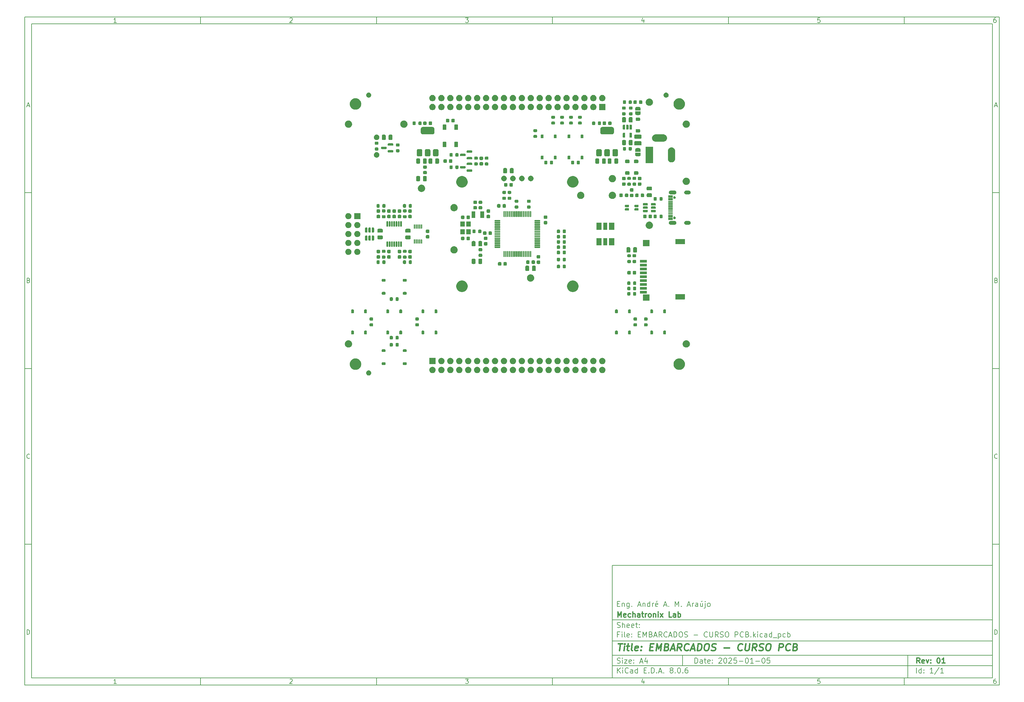
<source format=gbr>
%TF.GenerationSoftware,KiCad,Pcbnew,8.0.6*%
%TF.CreationDate,2025-01-05T13:15:26-03:00*%
%TF.ProjectId,EMBARCADOS - CURSO PCB,454d4241-5243-4414-944f-53202d204355,01*%
%TF.SameCoordinates,Original*%
%TF.FileFunction,Soldermask,Top*%
%TF.FilePolarity,Negative*%
%FSLAX46Y46*%
G04 Gerber Fmt 4.6, Leading zero omitted, Abs format (unit mm)*
G04 Created by KiCad (PCBNEW 8.0.6) date 2025-01-05 13:15:26*
%MOMM*%
%LPD*%
G01*
G04 APERTURE LIST*
%ADD10C,0.100000*%
%ADD11C,0.150000*%
%ADD12C,0.300000*%
%ADD13C,0.400000*%
G04 APERTURE END LIST*
D10*
D11*
X177002200Y-166007200D02*
X285002200Y-166007200D01*
X285002200Y-198007200D01*
X177002200Y-198007200D01*
X177002200Y-166007200D01*
D10*
D11*
X10000000Y-10000000D02*
X287002200Y-10000000D01*
X287002200Y-200007200D01*
X10000000Y-200007200D01*
X10000000Y-10000000D01*
D10*
D11*
X12000000Y-12000000D02*
X285002200Y-12000000D01*
X285002200Y-198007200D01*
X12000000Y-198007200D01*
X12000000Y-12000000D01*
D10*
D11*
X60000000Y-12000000D02*
X60000000Y-10000000D01*
D10*
D11*
X110000000Y-12000000D02*
X110000000Y-10000000D01*
D10*
D11*
X160000000Y-12000000D02*
X160000000Y-10000000D01*
D10*
D11*
X210000000Y-12000000D02*
X210000000Y-10000000D01*
D10*
D11*
X260000000Y-12000000D02*
X260000000Y-10000000D01*
D10*
D11*
X36089160Y-11593604D02*
X35346303Y-11593604D01*
X35717731Y-11593604D02*
X35717731Y-10293604D01*
X35717731Y-10293604D02*
X35593922Y-10479319D01*
X35593922Y-10479319D02*
X35470112Y-10603128D01*
X35470112Y-10603128D02*
X35346303Y-10665033D01*
D10*
D11*
X85346303Y-10417414D02*
X85408207Y-10355509D01*
X85408207Y-10355509D02*
X85532017Y-10293604D01*
X85532017Y-10293604D02*
X85841541Y-10293604D01*
X85841541Y-10293604D02*
X85965350Y-10355509D01*
X85965350Y-10355509D02*
X86027255Y-10417414D01*
X86027255Y-10417414D02*
X86089160Y-10541223D01*
X86089160Y-10541223D02*
X86089160Y-10665033D01*
X86089160Y-10665033D02*
X86027255Y-10850747D01*
X86027255Y-10850747D02*
X85284398Y-11593604D01*
X85284398Y-11593604D02*
X86089160Y-11593604D01*
D10*
D11*
X135284398Y-10293604D02*
X136089160Y-10293604D01*
X136089160Y-10293604D02*
X135655826Y-10788842D01*
X135655826Y-10788842D02*
X135841541Y-10788842D01*
X135841541Y-10788842D02*
X135965350Y-10850747D01*
X135965350Y-10850747D02*
X136027255Y-10912652D01*
X136027255Y-10912652D02*
X136089160Y-11036461D01*
X136089160Y-11036461D02*
X136089160Y-11345985D01*
X136089160Y-11345985D02*
X136027255Y-11469795D01*
X136027255Y-11469795D02*
X135965350Y-11531700D01*
X135965350Y-11531700D02*
X135841541Y-11593604D01*
X135841541Y-11593604D02*
X135470112Y-11593604D01*
X135470112Y-11593604D02*
X135346303Y-11531700D01*
X135346303Y-11531700D02*
X135284398Y-11469795D01*
D10*
D11*
X185965350Y-10726938D02*
X185965350Y-11593604D01*
X185655826Y-10231700D02*
X185346303Y-11160271D01*
X185346303Y-11160271D02*
X186151064Y-11160271D01*
D10*
D11*
X236027255Y-10293604D02*
X235408207Y-10293604D01*
X235408207Y-10293604D02*
X235346303Y-10912652D01*
X235346303Y-10912652D02*
X235408207Y-10850747D01*
X235408207Y-10850747D02*
X235532017Y-10788842D01*
X235532017Y-10788842D02*
X235841541Y-10788842D01*
X235841541Y-10788842D02*
X235965350Y-10850747D01*
X235965350Y-10850747D02*
X236027255Y-10912652D01*
X236027255Y-10912652D02*
X236089160Y-11036461D01*
X236089160Y-11036461D02*
X236089160Y-11345985D01*
X236089160Y-11345985D02*
X236027255Y-11469795D01*
X236027255Y-11469795D02*
X235965350Y-11531700D01*
X235965350Y-11531700D02*
X235841541Y-11593604D01*
X235841541Y-11593604D02*
X235532017Y-11593604D01*
X235532017Y-11593604D02*
X235408207Y-11531700D01*
X235408207Y-11531700D02*
X235346303Y-11469795D01*
D10*
D11*
X285965350Y-10293604D02*
X285717731Y-10293604D01*
X285717731Y-10293604D02*
X285593922Y-10355509D01*
X285593922Y-10355509D02*
X285532017Y-10417414D01*
X285532017Y-10417414D02*
X285408207Y-10603128D01*
X285408207Y-10603128D02*
X285346303Y-10850747D01*
X285346303Y-10850747D02*
X285346303Y-11345985D01*
X285346303Y-11345985D02*
X285408207Y-11469795D01*
X285408207Y-11469795D02*
X285470112Y-11531700D01*
X285470112Y-11531700D02*
X285593922Y-11593604D01*
X285593922Y-11593604D02*
X285841541Y-11593604D01*
X285841541Y-11593604D02*
X285965350Y-11531700D01*
X285965350Y-11531700D02*
X286027255Y-11469795D01*
X286027255Y-11469795D02*
X286089160Y-11345985D01*
X286089160Y-11345985D02*
X286089160Y-11036461D01*
X286089160Y-11036461D02*
X286027255Y-10912652D01*
X286027255Y-10912652D02*
X285965350Y-10850747D01*
X285965350Y-10850747D02*
X285841541Y-10788842D01*
X285841541Y-10788842D02*
X285593922Y-10788842D01*
X285593922Y-10788842D02*
X285470112Y-10850747D01*
X285470112Y-10850747D02*
X285408207Y-10912652D01*
X285408207Y-10912652D02*
X285346303Y-11036461D01*
D10*
D11*
X60000000Y-198007200D02*
X60000000Y-200007200D01*
D10*
D11*
X110000000Y-198007200D02*
X110000000Y-200007200D01*
D10*
D11*
X160000000Y-198007200D02*
X160000000Y-200007200D01*
D10*
D11*
X210000000Y-198007200D02*
X210000000Y-200007200D01*
D10*
D11*
X260000000Y-198007200D02*
X260000000Y-200007200D01*
D10*
D11*
X36089160Y-199600804D02*
X35346303Y-199600804D01*
X35717731Y-199600804D02*
X35717731Y-198300804D01*
X35717731Y-198300804D02*
X35593922Y-198486519D01*
X35593922Y-198486519D02*
X35470112Y-198610328D01*
X35470112Y-198610328D02*
X35346303Y-198672233D01*
D10*
D11*
X85346303Y-198424614D02*
X85408207Y-198362709D01*
X85408207Y-198362709D02*
X85532017Y-198300804D01*
X85532017Y-198300804D02*
X85841541Y-198300804D01*
X85841541Y-198300804D02*
X85965350Y-198362709D01*
X85965350Y-198362709D02*
X86027255Y-198424614D01*
X86027255Y-198424614D02*
X86089160Y-198548423D01*
X86089160Y-198548423D02*
X86089160Y-198672233D01*
X86089160Y-198672233D02*
X86027255Y-198857947D01*
X86027255Y-198857947D02*
X85284398Y-199600804D01*
X85284398Y-199600804D02*
X86089160Y-199600804D01*
D10*
D11*
X135284398Y-198300804D02*
X136089160Y-198300804D01*
X136089160Y-198300804D02*
X135655826Y-198796042D01*
X135655826Y-198796042D02*
X135841541Y-198796042D01*
X135841541Y-198796042D02*
X135965350Y-198857947D01*
X135965350Y-198857947D02*
X136027255Y-198919852D01*
X136027255Y-198919852D02*
X136089160Y-199043661D01*
X136089160Y-199043661D02*
X136089160Y-199353185D01*
X136089160Y-199353185D02*
X136027255Y-199476995D01*
X136027255Y-199476995D02*
X135965350Y-199538900D01*
X135965350Y-199538900D02*
X135841541Y-199600804D01*
X135841541Y-199600804D02*
X135470112Y-199600804D01*
X135470112Y-199600804D02*
X135346303Y-199538900D01*
X135346303Y-199538900D02*
X135284398Y-199476995D01*
D10*
D11*
X185965350Y-198734138D02*
X185965350Y-199600804D01*
X185655826Y-198238900D02*
X185346303Y-199167471D01*
X185346303Y-199167471D02*
X186151064Y-199167471D01*
D10*
D11*
X236027255Y-198300804D02*
X235408207Y-198300804D01*
X235408207Y-198300804D02*
X235346303Y-198919852D01*
X235346303Y-198919852D02*
X235408207Y-198857947D01*
X235408207Y-198857947D02*
X235532017Y-198796042D01*
X235532017Y-198796042D02*
X235841541Y-198796042D01*
X235841541Y-198796042D02*
X235965350Y-198857947D01*
X235965350Y-198857947D02*
X236027255Y-198919852D01*
X236027255Y-198919852D02*
X236089160Y-199043661D01*
X236089160Y-199043661D02*
X236089160Y-199353185D01*
X236089160Y-199353185D02*
X236027255Y-199476995D01*
X236027255Y-199476995D02*
X235965350Y-199538900D01*
X235965350Y-199538900D02*
X235841541Y-199600804D01*
X235841541Y-199600804D02*
X235532017Y-199600804D01*
X235532017Y-199600804D02*
X235408207Y-199538900D01*
X235408207Y-199538900D02*
X235346303Y-199476995D01*
D10*
D11*
X285965350Y-198300804D02*
X285717731Y-198300804D01*
X285717731Y-198300804D02*
X285593922Y-198362709D01*
X285593922Y-198362709D02*
X285532017Y-198424614D01*
X285532017Y-198424614D02*
X285408207Y-198610328D01*
X285408207Y-198610328D02*
X285346303Y-198857947D01*
X285346303Y-198857947D02*
X285346303Y-199353185D01*
X285346303Y-199353185D02*
X285408207Y-199476995D01*
X285408207Y-199476995D02*
X285470112Y-199538900D01*
X285470112Y-199538900D02*
X285593922Y-199600804D01*
X285593922Y-199600804D02*
X285841541Y-199600804D01*
X285841541Y-199600804D02*
X285965350Y-199538900D01*
X285965350Y-199538900D02*
X286027255Y-199476995D01*
X286027255Y-199476995D02*
X286089160Y-199353185D01*
X286089160Y-199353185D02*
X286089160Y-199043661D01*
X286089160Y-199043661D02*
X286027255Y-198919852D01*
X286027255Y-198919852D02*
X285965350Y-198857947D01*
X285965350Y-198857947D02*
X285841541Y-198796042D01*
X285841541Y-198796042D02*
X285593922Y-198796042D01*
X285593922Y-198796042D02*
X285470112Y-198857947D01*
X285470112Y-198857947D02*
X285408207Y-198919852D01*
X285408207Y-198919852D02*
X285346303Y-199043661D01*
D10*
D11*
X10000000Y-60000000D02*
X12000000Y-60000000D01*
D10*
D11*
X10000000Y-110000000D02*
X12000000Y-110000000D01*
D10*
D11*
X10000000Y-160000000D02*
X12000000Y-160000000D01*
D10*
D11*
X10690476Y-35222176D02*
X11309523Y-35222176D01*
X10566666Y-35593604D02*
X10999999Y-34293604D01*
X10999999Y-34293604D02*
X11433333Y-35593604D01*
D10*
D11*
X11092857Y-84912652D02*
X11278571Y-84974557D01*
X11278571Y-84974557D02*
X11340476Y-85036461D01*
X11340476Y-85036461D02*
X11402380Y-85160271D01*
X11402380Y-85160271D02*
X11402380Y-85345985D01*
X11402380Y-85345985D02*
X11340476Y-85469795D01*
X11340476Y-85469795D02*
X11278571Y-85531700D01*
X11278571Y-85531700D02*
X11154761Y-85593604D01*
X11154761Y-85593604D02*
X10659523Y-85593604D01*
X10659523Y-85593604D02*
X10659523Y-84293604D01*
X10659523Y-84293604D02*
X11092857Y-84293604D01*
X11092857Y-84293604D02*
X11216666Y-84355509D01*
X11216666Y-84355509D02*
X11278571Y-84417414D01*
X11278571Y-84417414D02*
X11340476Y-84541223D01*
X11340476Y-84541223D02*
X11340476Y-84665033D01*
X11340476Y-84665033D02*
X11278571Y-84788842D01*
X11278571Y-84788842D02*
X11216666Y-84850747D01*
X11216666Y-84850747D02*
X11092857Y-84912652D01*
X11092857Y-84912652D02*
X10659523Y-84912652D01*
D10*
D11*
X11402380Y-135469795D02*
X11340476Y-135531700D01*
X11340476Y-135531700D02*
X11154761Y-135593604D01*
X11154761Y-135593604D02*
X11030952Y-135593604D01*
X11030952Y-135593604D02*
X10845238Y-135531700D01*
X10845238Y-135531700D02*
X10721428Y-135407890D01*
X10721428Y-135407890D02*
X10659523Y-135284080D01*
X10659523Y-135284080D02*
X10597619Y-135036461D01*
X10597619Y-135036461D02*
X10597619Y-134850747D01*
X10597619Y-134850747D02*
X10659523Y-134603128D01*
X10659523Y-134603128D02*
X10721428Y-134479319D01*
X10721428Y-134479319D02*
X10845238Y-134355509D01*
X10845238Y-134355509D02*
X11030952Y-134293604D01*
X11030952Y-134293604D02*
X11154761Y-134293604D01*
X11154761Y-134293604D02*
X11340476Y-134355509D01*
X11340476Y-134355509D02*
X11402380Y-134417414D01*
D10*
D11*
X10659523Y-185593604D02*
X10659523Y-184293604D01*
X10659523Y-184293604D02*
X10969047Y-184293604D01*
X10969047Y-184293604D02*
X11154761Y-184355509D01*
X11154761Y-184355509D02*
X11278571Y-184479319D01*
X11278571Y-184479319D02*
X11340476Y-184603128D01*
X11340476Y-184603128D02*
X11402380Y-184850747D01*
X11402380Y-184850747D02*
X11402380Y-185036461D01*
X11402380Y-185036461D02*
X11340476Y-185284080D01*
X11340476Y-185284080D02*
X11278571Y-185407890D01*
X11278571Y-185407890D02*
X11154761Y-185531700D01*
X11154761Y-185531700D02*
X10969047Y-185593604D01*
X10969047Y-185593604D02*
X10659523Y-185593604D01*
D10*
D11*
X287002200Y-60000000D02*
X285002200Y-60000000D01*
D10*
D11*
X287002200Y-110000000D02*
X285002200Y-110000000D01*
D10*
D11*
X287002200Y-160000000D02*
X285002200Y-160000000D01*
D10*
D11*
X285692676Y-35222176D02*
X286311723Y-35222176D01*
X285568866Y-35593604D02*
X286002199Y-34293604D01*
X286002199Y-34293604D02*
X286435533Y-35593604D01*
D10*
D11*
X286095057Y-84912652D02*
X286280771Y-84974557D01*
X286280771Y-84974557D02*
X286342676Y-85036461D01*
X286342676Y-85036461D02*
X286404580Y-85160271D01*
X286404580Y-85160271D02*
X286404580Y-85345985D01*
X286404580Y-85345985D02*
X286342676Y-85469795D01*
X286342676Y-85469795D02*
X286280771Y-85531700D01*
X286280771Y-85531700D02*
X286156961Y-85593604D01*
X286156961Y-85593604D02*
X285661723Y-85593604D01*
X285661723Y-85593604D02*
X285661723Y-84293604D01*
X285661723Y-84293604D02*
X286095057Y-84293604D01*
X286095057Y-84293604D02*
X286218866Y-84355509D01*
X286218866Y-84355509D02*
X286280771Y-84417414D01*
X286280771Y-84417414D02*
X286342676Y-84541223D01*
X286342676Y-84541223D02*
X286342676Y-84665033D01*
X286342676Y-84665033D02*
X286280771Y-84788842D01*
X286280771Y-84788842D02*
X286218866Y-84850747D01*
X286218866Y-84850747D02*
X286095057Y-84912652D01*
X286095057Y-84912652D02*
X285661723Y-84912652D01*
D10*
D11*
X286404580Y-135469795D02*
X286342676Y-135531700D01*
X286342676Y-135531700D02*
X286156961Y-135593604D01*
X286156961Y-135593604D02*
X286033152Y-135593604D01*
X286033152Y-135593604D02*
X285847438Y-135531700D01*
X285847438Y-135531700D02*
X285723628Y-135407890D01*
X285723628Y-135407890D02*
X285661723Y-135284080D01*
X285661723Y-135284080D02*
X285599819Y-135036461D01*
X285599819Y-135036461D02*
X285599819Y-134850747D01*
X285599819Y-134850747D02*
X285661723Y-134603128D01*
X285661723Y-134603128D02*
X285723628Y-134479319D01*
X285723628Y-134479319D02*
X285847438Y-134355509D01*
X285847438Y-134355509D02*
X286033152Y-134293604D01*
X286033152Y-134293604D02*
X286156961Y-134293604D01*
X286156961Y-134293604D02*
X286342676Y-134355509D01*
X286342676Y-134355509D02*
X286404580Y-134417414D01*
D10*
D11*
X285661723Y-185593604D02*
X285661723Y-184293604D01*
X285661723Y-184293604D02*
X285971247Y-184293604D01*
X285971247Y-184293604D02*
X286156961Y-184355509D01*
X286156961Y-184355509D02*
X286280771Y-184479319D01*
X286280771Y-184479319D02*
X286342676Y-184603128D01*
X286342676Y-184603128D02*
X286404580Y-184850747D01*
X286404580Y-184850747D02*
X286404580Y-185036461D01*
X286404580Y-185036461D02*
X286342676Y-185284080D01*
X286342676Y-185284080D02*
X286280771Y-185407890D01*
X286280771Y-185407890D02*
X286156961Y-185531700D01*
X286156961Y-185531700D02*
X285971247Y-185593604D01*
X285971247Y-185593604D02*
X285661723Y-185593604D01*
D10*
D11*
X200458026Y-193793328D02*
X200458026Y-192293328D01*
X200458026Y-192293328D02*
X200815169Y-192293328D01*
X200815169Y-192293328D02*
X201029455Y-192364757D01*
X201029455Y-192364757D02*
X201172312Y-192507614D01*
X201172312Y-192507614D02*
X201243741Y-192650471D01*
X201243741Y-192650471D02*
X201315169Y-192936185D01*
X201315169Y-192936185D02*
X201315169Y-193150471D01*
X201315169Y-193150471D02*
X201243741Y-193436185D01*
X201243741Y-193436185D02*
X201172312Y-193579042D01*
X201172312Y-193579042D02*
X201029455Y-193721900D01*
X201029455Y-193721900D02*
X200815169Y-193793328D01*
X200815169Y-193793328D02*
X200458026Y-193793328D01*
X202600884Y-193793328D02*
X202600884Y-193007614D01*
X202600884Y-193007614D02*
X202529455Y-192864757D01*
X202529455Y-192864757D02*
X202386598Y-192793328D01*
X202386598Y-192793328D02*
X202100884Y-192793328D01*
X202100884Y-192793328D02*
X201958026Y-192864757D01*
X202600884Y-193721900D02*
X202458026Y-193793328D01*
X202458026Y-193793328D02*
X202100884Y-193793328D01*
X202100884Y-193793328D02*
X201958026Y-193721900D01*
X201958026Y-193721900D02*
X201886598Y-193579042D01*
X201886598Y-193579042D02*
X201886598Y-193436185D01*
X201886598Y-193436185D02*
X201958026Y-193293328D01*
X201958026Y-193293328D02*
X202100884Y-193221900D01*
X202100884Y-193221900D02*
X202458026Y-193221900D01*
X202458026Y-193221900D02*
X202600884Y-193150471D01*
X203100884Y-192793328D02*
X203672312Y-192793328D01*
X203315169Y-192293328D02*
X203315169Y-193579042D01*
X203315169Y-193579042D02*
X203386598Y-193721900D01*
X203386598Y-193721900D02*
X203529455Y-193793328D01*
X203529455Y-193793328D02*
X203672312Y-193793328D01*
X204743741Y-193721900D02*
X204600884Y-193793328D01*
X204600884Y-193793328D02*
X204315170Y-193793328D01*
X204315170Y-193793328D02*
X204172312Y-193721900D01*
X204172312Y-193721900D02*
X204100884Y-193579042D01*
X204100884Y-193579042D02*
X204100884Y-193007614D01*
X204100884Y-193007614D02*
X204172312Y-192864757D01*
X204172312Y-192864757D02*
X204315170Y-192793328D01*
X204315170Y-192793328D02*
X204600884Y-192793328D01*
X204600884Y-192793328D02*
X204743741Y-192864757D01*
X204743741Y-192864757D02*
X204815170Y-193007614D01*
X204815170Y-193007614D02*
X204815170Y-193150471D01*
X204815170Y-193150471D02*
X204100884Y-193293328D01*
X205458026Y-193650471D02*
X205529455Y-193721900D01*
X205529455Y-193721900D02*
X205458026Y-193793328D01*
X205458026Y-193793328D02*
X205386598Y-193721900D01*
X205386598Y-193721900D02*
X205458026Y-193650471D01*
X205458026Y-193650471D02*
X205458026Y-193793328D01*
X205458026Y-192864757D02*
X205529455Y-192936185D01*
X205529455Y-192936185D02*
X205458026Y-193007614D01*
X205458026Y-193007614D02*
X205386598Y-192936185D01*
X205386598Y-192936185D02*
X205458026Y-192864757D01*
X205458026Y-192864757D02*
X205458026Y-193007614D01*
X207243741Y-192436185D02*
X207315169Y-192364757D01*
X207315169Y-192364757D02*
X207458027Y-192293328D01*
X207458027Y-192293328D02*
X207815169Y-192293328D01*
X207815169Y-192293328D02*
X207958027Y-192364757D01*
X207958027Y-192364757D02*
X208029455Y-192436185D01*
X208029455Y-192436185D02*
X208100884Y-192579042D01*
X208100884Y-192579042D02*
X208100884Y-192721900D01*
X208100884Y-192721900D02*
X208029455Y-192936185D01*
X208029455Y-192936185D02*
X207172312Y-193793328D01*
X207172312Y-193793328D02*
X208100884Y-193793328D01*
X209029455Y-192293328D02*
X209172312Y-192293328D01*
X209172312Y-192293328D02*
X209315169Y-192364757D01*
X209315169Y-192364757D02*
X209386598Y-192436185D01*
X209386598Y-192436185D02*
X209458026Y-192579042D01*
X209458026Y-192579042D02*
X209529455Y-192864757D01*
X209529455Y-192864757D02*
X209529455Y-193221900D01*
X209529455Y-193221900D02*
X209458026Y-193507614D01*
X209458026Y-193507614D02*
X209386598Y-193650471D01*
X209386598Y-193650471D02*
X209315169Y-193721900D01*
X209315169Y-193721900D02*
X209172312Y-193793328D01*
X209172312Y-193793328D02*
X209029455Y-193793328D01*
X209029455Y-193793328D02*
X208886598Y-193721900D01*
X208886598Y-193721900D02*
X208815169Y-193650471D01*
X208815169Y-193650471D02*
X208743740Y-193507614D01*
X208743740Y-193507614D02*
X208672312Y-193221900D01*
X208672312Y-193221900D02*
X208672312Y-192864757D01*
X208672312Y-192864757D02*
X208743740Y-192579042D01*
X208743740Y-192579042D02*
X208815169Y-192436185D01*
X208815169Y-192436185D02*
X208886598Y-192364757D01*
X208886598Y-192364757D02*
X209029455Y-192293328D01*
X210100883Y-192436185D02*
X210172311Y-192364757D01*
X210172311Y-192364757D02*
X210315169Y-192293328D01*
X210315169Y-192293328D02*
X210672311Y-192293328D01*
X210672311Y-192293328D02*
X210815169Y-192364757D01*
X210815169Y-192364757D02*
X210886597Y-192436185D01*
X210886597Y-192436185D02*
X210958026Y-192579042D01*
X210958026Y-192579042D02*
X210958026Y-192721900D01*
X210958026Y-192721900D02*
X210886597Y-192936185D01*
X210886597Y-192936185D02*
X210029454Y-193793328D01*
X210029454Y-193793328D02*
X210958026Y-193793328D01*
X212315168Y-192293328D02*
X211600882Y-192293328D01*
X211600882Y-192293328D02*
X211529454Y-193007614D01*
X211529454Y-193007614D02*
X211600882Y-192936185D01*
X211600882Y-192936185D02*
X211743740Y-192864757D01*
X211743740Y-192864757D02*
X212100882Y-192864757D01*
X212100882Y-192864757D02*
X212243740Y-192936185D01*
X212243740Y-192936185D02*
X212315168Y-193007614D01*
X212315168Y-193007614D02*
X212386597Y-193150471D01*
X212386597Y-193150471D02*
X212386597Y-193507614D01*
X212386597Y-193507614D02*
X212315168Y-193650471D01*
X212315168Y-193650471D02*
X212243740Y-193721900D01*
X212243740Y-193721900D02*
X212100882Y-193793328D01*
X212100882Y-193793328D02*
X211743740Y-193793328D01*
X211743740Y-193793328D02*
X211600882Y-193721900D01*
X211600882Y-193721900D02*
X211529454Y-193650471D01*
X213029453Y-193221900D02*
X214172311Y-193221900D01*
X215172311Y-192293328D02*
X215315168Y-192293328D01*
X215315168Y-192293328D02*
X215458025Y-192364757D01*
X215458025Y-192364757D02*
X215529454Y-192436185D01*
X215529454Y-192436185D02*
X215600882Y-192579042D01*
X215600882Y-192579042D02*
X215672311Y-192864757D01*
X215672311Y-192864757D02*
X215672311Y-193221900D01*
X215672311Y-193221900D02*
X215600882Y-193507614D01*
X215600882Y-193507614D02*
X215529454Y-193650471D01*
X215529454Y-193650471D02*
X215458025Y-193721900D01*
X215458025Y-193721900D02*
X215315168Y-193793328D01*
X215315168Y-193793328D02*
X215172311Y-193793328D01*
X215172311Y-193793328D02*
X215029454Y-193721900D01*
X215029454Y-193721900D02*
X214958025Y-193650471D01*
X214958025Y-193650471D02*
X214886596Y-193507614D01*
X214886596Y-193507614D02*
X214815168Y-193221900D01*
X214815168Y-193221900D02*
X214815168Y-192864757D01*
X214815168Y-192864757D02*
X214886596Y-192579042D01*
X214886596Y-192579042D02*
X214958025Y-192436185D01*
X214958025Y-192436185D02*
X215029454Y-192364757D01*
X215029454Y-192364757D02*
X215172311Y-192293328D01*
X217100882Y-193793328D02*
X216243739Y-193793328D01*
X216672310Y-193793328D02*
X216672310Y-192293328D01*
X216672310Y-192293328D02*
X216529453Y-192507614D01*
X216529453Y-192507614D02*
X216386596Y-192650471D01*
X216386596Y-192650471D02*
X216243739Y-192721900D01*
X217743738Y-193221900D02*
X218886596Y-193221900D01*
X219886596Y-192293328D02*
X220029453Y-192293328D01*
X220029453Y-192293328D02*
X220172310Y-192364757D01*
X220172310Y-192364757D02*
X220243739Y-192436185D01*
X220243739Y-192436185D02*
X220315167Y-192579042D01*
X220315167Y-192579042D02*
X220386596Y-192864757D01*
X220386596Y-192864757D02*
X220386596Y-193221900D01*
X220386596Y-193221900D02*
X220315167Y-193507614D01*
X220315167Y-193507614D02*
X220243739Y-193650471D01*
X220243739Y-193650471D02*
X220172310Y-193721900D01*
X220172310Y-193721900D02*
X220029453Y-193793328D01*
X220029453Y-193793328D02*
X219886596Y-193793328D01*
X219886596Y-193793328D02*
X219743739Y-193721900D01*
X219743739Y-193721900D02*
X219672310Y-193650471D01*
X219672310Y-193650471D02*
X219600881Y-193507614D01*
X219600881Y-193507614D02*
X219529453Y-193221900D01*
X219529453Y-193221900D02*
X219529453Y-192864757D01*
X219529453Y-192864757D02*
X219600881Y-192579042D01*
X219600881Y-192579042D02*
X219672310Y-192436185D01*
X219672310Y-192436185D02*
X219743739Y-192364757D01*
X219743739Y-192364757D02*
X219886596Y-192293328D01*
X221743738Y-192293328D02*
X221029452Y-192293328D01*
X221029452Y-192293328D02*
X220958024Y-193007614D01*
X220958024Y-193007614D02*
X221029452Y-192936185D01*
X221029452Y-192936185D02*
X221172310Y-192864757D01*
X221172310Y-192864757D02*
X221529452Y-192864757D01*
X221529452Y-192864757D02*
X221672310Y-192936185D01*
X221672310Y-192936185D02*
X221743738Y-193007614D01*
X221743738Y-193007614D02*
X221815167Y-193150471D01*
X221815167Y-193150471D02*
X221815167Y-193507614D01*
X221815167Y-193507614D02*
X221743738Y-193650471D01*
X221743738Y-193650471D02*
X221672310Y-193721900D01*
X221672310Y-193721900D02*
X221529452Y-193793328D01*
X221529452Y-193793328D02*
X221172310Y-193793328D01*
X221172310Y-193793328D02*
X221029452Y-193721900D01*
X221029452Y-193721900D02*
X220958024Y-193650471D01*
D10*
D11*
X177002200Y-194507200D02*
X285002200Y-194507200D01*
D10*
D11*
X178458026Y-196593328D02*
X178458026Y-195093328D01*
X179315169Y-196593328D02*
X178672312Y-195736185D01*
X179315169Y-195093328D02*
X178458026Y-195950471D01*
X179958026Y-196593328D02*
X179958026Y-195593328D01*
X179958026Y-195093328D02*
X179886598Y-195164757D01*
X179886598Y-195164757D02*
X179958026Y-195236185D01*
X179958026Y-195236185D02*
X180029455Y-195164757D01*
X180029455Y-195164757D02*
X179958026Y-195093328D01*
X179958026Y-195093328D02*
X179958026Y-195236185D01*
X181529455Y-196450471D02*
X181458027Y-196521900D01*
X181458027Y-196521900D02*
X181243741Y-196593328D01*
X181243741Y-196593328D02*
X181100884Y-196593328D01*
X181100884Y-196593328D02*
X180886598Y-196521900D01*
X180886598Y-196521900D02*
X180743741Y-196379042D01*
X180743741Y-196379042D02*
X180672312Y-196236185D01*
X180672312Y-196236185D02*
X180600884Y-195950471D01*
X180600884Y-195950471D02*
X180600884Y-195736185D01*
X180600884Y-195736185D02*
X180672312Y-195450471D01*
X180672312Y-195450471D02*
X180743741Y-195307614D01*
X180743741Y-195307614D02*
X180886598Y-195164757D01*
X180886598Y-195164757D02*
X181100884Y-195093328D01*
X181100884Y-195093328D02*
X181243741Y-195093328D01*
X181243741Y-195093328D02*
X181458027Y-195164757D01*
X181458027Y-195164757D02*
X181529455Y-195236185D01*
X182815170Y-196593328D02*
X182815170Y-195807614D01*
X182815170Y-195807614D02*
X182743741Y-195664757D01*
X182743741Y-195664757D02*
X182600884Y-195593328D01*
X182600884Y-195593328D02*
X182315170Y-195593328D01*
X182315170Y-195593328D02*
X182172312Y-195664757D01*
X182815170Y-196521900D02*
X182672312Y-196593328D01*
X182672312Y-196593328D02*
X182315170Y-196593328D01*
X182315170Y-196593328D02*
X182172312Y-196521900D01*
X182172312Y-196521900D02*
X182100884Y-196379042D01*
X182100884Y-196379042D02*
X182100884Y-196236185D01*
X182100884Y-196236185D02*
X182172312Y-196093328D01*
X182172312Y-196093328D02*
X182315170Y-196021900D01*
X182315170Y-196021900D02*
X182672312Y-196021900D01*
X182672312Y-196021900D02*
X182815170Y-195950471D01*
X184172313Y-196593328D02*
X184172313Y-195093328D01*
X184172313Y-196521900D02*
X184029455Y-196593328D01*
X184029455Y-196593328D02*
X183743741Y-196593328D01*
X183743741Y-196593328D02*
X183600884Y-196521900D01*
X183600884Y-196521900D02*
X183529455Y-196450471D01*
X183529455Y-196450471D02*
X183458027Y-196307614D01*
X183458027Y-196307614D02*
X183458027Y-195879042D01*
X183458027Y-195879042D02*
X183529455Y-195736185D01*
X183529455Y-195736185D02*
X183600884Y-195664757D01*
X183600884Y-195664757D02*
X183743741Y-195593328D01*
X183743741Y-195593328D02*
X184029455Y-195593328D01*
X184029455Y-195593328D02*
X184172313Y-195664757D01*
X186029455Y-195807614D02*
X186529455Y-195807614D01*
X186743741Y-196593328D02*
X186029455Y-196593328D01*
X186029455Y-196593328D02*
X186029455Y-195093328D01*
X186029455Y-195093328D02*
X186743741Y-195093328D01*
X187386598Y-196450471D02*
X187458027Y-196521900D01*
X187458027Y-196521900D02*
X187386598Y-196593328D01*
X187386598Y-196593328D02*
X187315170Y-196521900D01*
X187315170Y-196521900D02*
X187386598Y-196450471D01*
X187386598Y-196450471D02*
X187386598Y-196593328D01*
X188100884Y-196593328D02*
X188100884Y-195093328D01*
X188100884Y-195093328D02*
X188458027Y-195093328D01*
X188458027Y-195093328D02*
X188672313Y-195164757D01*
X188672313Y-195164757D02*
X188815170Y-195307614D01*
X188815170Y-195307614D02*
X188886599Y-195450471D01*
X188886599Y-195450471D02*
X188958027Y-195736185D01*
X188958027Y-195736185D02*
X188958027Y-195950471D01*
X188958027Y-195950471D02*
X188886599Y-196236185D01*
X188886599Y-196236185D02*
X188815170Y-196379042D01*
X188815170Y-196379042D02*
X188672313Y-196521900D01*
X188672313Y-196521900D02*
X188458027Y-196593328D01*
X188458027Y-196593328D02*
X188100884Y-196593328D01*
X189600884Y-196450471D02*
X189672313Y-196521900D01*
X189672313Y-196521900D02*
X189600884Y-196593328D01*
X189600884Y-196593328D02*
X189529456Y-196521900D01*
X189529456Y-196521900D02*
X189600884Y-196450471D01*
X189600884Y-196450471D02*
X189600884Y-196593328D01*
X190243742Y-196164757D02*
X190958028Y-196164757D01*
X190100885Y-196593328D02*
X190600885Y-195093328D01*
X190600885Y-195093328D02*
X191100885Y-196593328D01*
X191600884Y-196450471D02*
X191672313Y-196521900D01*
X191672313Y-196521900D02*
X191600884Y-196593328D01*
X191600884Y-196593328D02*
X191529456Y-196521900D01*
X191529456Y-196521900D02*
X191600884Y-196450471D01*
X191600884Y-196450471D02*
X191600884Y-196593328D01*
X193672313Y-195736185D02*
X193529456Y-195664757D01*
X193529456Y-195664757D02*
X193458027Y-195593328D01*
X193458027Y-195593328D02*
X193386599Y-195450471D01*
X193386599Y-195450471D02*
X193386599Y-195379042D01*
X193386599Y-195379042D02*
X193458027Y-195236185D01*
X193458027Y-195236185D02*
X193529456Y-195164757D01*
X193529456Y-195164757D02*
X193672313Y-195093328D01*
X193672313Y-195093328D02*
X193958027Y-195093328D01*
X193958027Y-195093328D02*
X194100885Y-195164757D01*
X194100885Y-195164757D02*
X194172313Y-195236185D01*
X194172313Y-195236185D02*
X194243742Y-195379042D01*
X194243742Y-195379042D02*
X194243742Y-195450471D01*
X194243742Y-195450471D02*
X194172313Y-195593328D01*
X194172313Y-195593328D02*
X194100885Y-195664757D01*
X194100885Y-195664757D02*
X193958027Y-195736185D01*
X193958027Y-195736185D02*
X193672313Y-195736185D01*
X193672313Y-195736185D02*
X193529456Y-195807614D01*
X193529456Y-195807614D02*
X193458027Y-195879042D01*
X193458027Y-195879042D02*
X193386599Y-196021900D01*
X193386599Y-196021900D02*
X193386599Y-196307614D01*
X193386599Y-196307614D02*
X193458027Y-196450471D01*
X193458027Y-196450471D02*
X193529456Y-196521900D01*
X193529456Y-196521900D02*
X193672313Y-196593328D01*
X193672313Y-196593328D02*
X193958027Y-196593328D01*
X193958027Y-196593328D02*
X194100885Y-196521900D01*
X194100885Y-196521900D02*
X194172313Y-196450471D01*
X194172313Y-196450471D02*
X194243742Y-196307614D01*
X194243742Y-196307614D02*
X194243742Y-196021900D01*
X194243742Y-196021900D02*
X194172313Y-195879042D01*
X194172313Y-195879042D02*
X194100885Y-195807614D01*
X194100885Y-195807614D02*
X193958027Y-195736185D01*
X194886598Y-196450471D02*
X194958027Y-196521900D01*
X194958027Y-196521900D02*
X194886598Y-196593328D01*
X194886598Y-196593328D02*
X194815170Y-196521900D01*
X194815170Y-196521900D02*
X194886598Y-196450471D01*
X194886598Y-196450471D02*
X194886598Y-196593328D01*
X195886599Y-195093328D02*
X196029456Y-195093328D01*
X196029456Y-195093328D02*
X196172313Y-195164757D01*
X196172313Y-195164757D02*
X196243742Y-195236185D01*
X196243742Y-195236185D02*
X196315170Y-195379042D01*
X196315170Y-195379042D02*
X196386599Y-195664757D01*
X196386599Y-195664757D02*
X196386599Y-196021900D01*
X196386599Y-196021900D02*
X196315170Y-196307614D01*
X196315170Y-196307614D02*
X196243742Y-196450471D01*
X196243742Y-196450471D02*
X196172313Y-196521900D01*
X196172313Y-196521900D02*
X196029456Y-196593328D01*
X196029456Y-196593328D02*
X195886599Y-196593328D01*
X195886599Y-196593328D02*
X195743742Y-196521900D01*
X195743742Y-196521900D02*
X195672313Y-196450471D01*
X195672313Y-196450471D02*
X195600884Y-196307614D01*
X195600884Y-196307614D02*
X195529456Y-196021900D01*
X195529456Y-196021900D02*
X195529456Y-195664757D01*
X195529456Y-195664757D02*
X195600884Y-195379042D01*
X195600884Y-195379042D02*
X195672313Y-195236185D01*
X195672313Y-195236185D02*
X195743742Y-195164757D01*
X195743742Y-195164757D02*
X195886599Y-195093328D01*
X197029455Y-196450471D02*
X197100884Y-196521900D01*
X197100884Y-196521900D02*
X197029455Y-196593328D01*
X197029455Y-196593328D02*
X196958027Y-196521900D01*
X196958027Y-196521900D02*
X197029455Y-196450471D01*
X197029455Y-196450471D02*
X197029455Y-196593328D01*
X198386599Y-195093328D02*
X198100884Y-195093328D01*
X198100884Y-195093328D02*
X197958027Y-195164757D01*
X197958027Y-195164757D02*
X197886599Y-195236185D01*
X197886599Y-195236185D02*
X197743741Y-195450471D01*
X197743741Y-195450471D02*
X197672313Y-195736185D01*
X197672313Y-195736185D02*
X197672313Y-196307614D01*
X197672313Y-196307614D02*
X197743741Y-196450471D01*
X197743741Y-196450471D02*
X197815170Y-196521900D01*
X197815170Y-196521900D02*
X197958027Y-196593328D01*
X197958027Y-196593328D02*
X198243741Y-196593328D01*
X198243741Y-196593328D02*
X198386599Y-196521900D01*
X198386599Y-196521900D02*
X198458027Y-196450471D01*
X198458027Y-196450471D02*
X198529456Y-196307614D01*
X198529456Y-196307614D02*
X198529456Y-195950471D01*
X198529456Y-195950471D02*
X198458027Y-195807614D01*
X198458027Y-195807614D02*
X198386599Y-195736185D01*
X198386599Y-195736185D02*
X198243741Y-195664757D01*
X198243741Y-195664757D02*
X197958027Y-195664757D01*
X197958027Y-195664757D02*
X197815170Y-195736185D01*
X197815170Y-195736185D02*
X197743741Y-195807614D01*
X197743741Y-195807614D02*
X197672313Y-195950471D01*
D10*
D11*
X177002200Y-191507200D02*
X285002200Y-191507200D01*
D10*
D12*
X264413853Y-193785528D02*
X263913853Y-193071242D01*
X263556710Y-193785528D02*
X263556710Y-192285528D01*
X263556710Y-192285528D02*
X264128139Y-192285528D01*
X264128139Y-192285528D02*
X264270996Y-192356957D01*
X264270996Y-192356957D02*
X264342425Y-192428385D01*
X264342425Y-192428385D02*
X264413853Y-192571242D01*
X264413853Y-192571242D02*
X264413853Y-192785528D01*
X264413853Y-192785528D02*
X264342425Y-192928385D01*
X264342425Y-192928385D02*
X264270996Y-192999814D01*
X264270996Y-192999814D02*
X264128139Y-193071242D01*
X264128139Y-193071242D02*
X263556710Y-193071242D01*
X265628139Y-193714100D02*
X265485282Y-193785528D01*
X265485282Y-193785528D02*
X265199568Y-193785528D01*
X265199568Y-193785528D02*
X265056710Y-193714100D01*
X265056710Y-193714100D02*
X264985282Y-193571242D01*
X264985282Y-193571242D02*
X264985282Y-192999814D01*
X264985282Y-192999814D02*
X265056710Y-192856957D01*
X265056710Y-192856957D02*
X265199568Y-192785528D01*
X265199568Y-192785528D02*
X265485282Y-192785528D01*
X265485282Y-192785528D02*
X265628139Y-192856957D01*
X265628139Y-192856957D02*
X265699568Y-192999814D01*
X265699568Y-192999814D02*
X265699568Y-193142671D01*
X265699568Y-193142671D02*
X264985282Y-193285528D01*
X266199567Y-192785528D02*
X266556710Y-193785528D01*
X266556710Y-193785528D02*
X266913853Y-192785528D01*
X267485281Y-193642671D02*
X267556710Y-193714100D01*
X267556710Y-193714100D02*
X267485281Y-193785528D01*
X267485281Y-193785528D02*
X267413853Y-193714100D01*
X267413853Y-193714100D02*
X267485281Y-193642671D01*
X267485281Y-193642671D02*
X267485281Y-193785528D01*
X267485281Y-192856957D02*
X267556710Y-192928385D01*
X267556710Y-192928385D02*
X267485281Y-192999814D01*
X267485281Y-192999814D02*
X267413853Y-192928385D01*
X267413853Y-192928385D02*
X267485281Y-192856957D01*
X267485281Y-192856957D02*
X267485281Y-192999814D01*
X269628139Y-192285528D02*
X269770996Y-192285528D01*
X269770996Y-192285528D02*
X269913853Y-192356957D01*
X269913853Y-192356957D02*
X269985282Y-192428385D01*
X269985282Y-192428385D02*
X270056710Y-192571242D01*
X270056710Y-192571242D02*
X270128139Y-192856957D01*
X270128139Y-192856957D02*
X270128139Y-193214100D01*
X270128139Y-193214100D02*
X270056710Y-193499814D01*
X270056710Y-193499814D02*
X269985282Y-193642671D01*
X269985282Y-193642671D02*
X269913853Y-193714100D01*
X269913853Y-193714100D02*
X269770996Y-193785528D01*
X269770996Y-193785528D02*
X269628139Y-193785528D01*
X269628139Y-193785528D02*
X269485282Y-193714100D01*
X269485282Y-193714100D02*
X269413853Y-193642671D01*
X269413853Y-193642671D02*
X269342424Y-193499814D01*
X269342424Y-193499814D02*
X269270996Y-193214100D01*
X269270996Y-193214100D02*
X269270996Y-192856957D01*
X269270996Y-192856957D02*
X269342424Y-192571242D01*
X269342424Y-192571242D02*
X269413853Y-192428385D01*
X269413853Y-192428385D02*
X269485282Y-192356957D01*
X269485282Y-192356957D02*
X269628139Y-192285528D01*
X271556710Y-193785528D02*
X270699567Y-193785528D01*
X271128138Y-193785528D02*
X271128138Y-192285528D01*
X271128138Y-192285528D02*
X270985281Y-192499814D01*
X270985281Y-192499814D02*
X270842424Y-192642671D01*
X270842424Y-192642671D02*
X270699567Y-192714100D01*
D10*
D11*
X178386598Y-193721900D02*
X178600884Y-193793328D01*
X178600884Y-193793328D02*
X178958026Y-193793328D01*
X178958026Y-193793328D02*
X179100884Y-193721900D01*
X179100884Y-193721900D02*
X179172312Y-193650471D01*
X179172312Y-193650471D02*
X179243741Y-193507614D01*
X179243741Y-193507614D02*
X179243741Y-193364757D01*
X179243741Y-193364757D02*
X179172312Y-193221900D01*
X179172312Y-193221900D02*
X179100884Y-193150471D01*
X179100884Y-193150471D02*
X178958026Y-193079042D01*
X178958026Y-193079042D02*
X178672312Y-193007614D01*
X178672312Y-193007614D02*
X178529455Y-192936185D01*
X178529455Y-192936185D02*
X178458026Y-192864757D01*
X178458026Y-192864757D02*
X178386598Y-192721900D01*
X178386598Y-192721900D02*
X178386598Y-192579042D01*
X178386598Y-192579042D02*
X178458026Y-192436185D01*
X178458026Y-192436185D02*
X178529455Y-192364757D01*
X178529455Y-192364757D02*
X178672312Y-192293328D01*
X178672312Y-192293328D02*
X179029455Y-192293328D01*
X179029455Y-192293328D02*
X179243741Y-192364757D01*
X179886597Y-193793328D02*
X179886597Y-192793328D01*
X179886597Y-192293328D02*
X179815169Y-192364757D01*
X179815169Y-192364757D02*
X179886597Y-192436185D01*
X179886597Y-192436185D02*
X179958026Y-192364757D01*
X179958026Y-192364757D02*
X179886597Y-192293328D01*
X179886597Y-192293328D02*
X179886597Y-192436185D01*
X180458026Y-192793328D02*
X181243741Y-192793328D01*
X181243741Y-192793328D02*
X180458026Y-193793328D01*
X180458026Y-193793328D02*
X181243741Y-193793328D01*
X182386598Y-193721900D02*
X182243741Y-193793328D01*
X182243741Y-193793328D02*
X181958027Y-193793328D01*
X181958027Y-193793328D02*
X181815169Y-193721900D01*
X181815169Y-193721900D02*
X181743741Y-193579042D01*
X181743741Y-193579042D02*
X181743741Y-193007614D01*
X181743741Y-193007614D02*
X181815169Y-192864757D01*
X181815169Y-192864757D02*
X181958027Y-192793328D01*
X181958027Y-192793328D02*
X182243741Y-192793328D01*
X182243741Y-192793328D02*
X182386598Y-192864757D01*
X182386598Y-192864757D02*
X182458027Y-193007614D01*
X182458027Y-193007614D02*
X182458027Y-193150471D01*
X182458027Y-193150471D02*
X181743741Y-193293328D01*
X183100883Y-193650471D02*
X183172312Y-193721900D01*
X183172312Y-193721900D02*
X183100883Y-193793328D01*
X183100883Y-193793328D02*
X183029455Y-193721900D01*
X183029455Y-193721900D02*
X183100883Y-193650471D01*
X183100883Y-193650471D02*
X183100883Y-193793328D01*
X183100883Y-192864757D02*
X183172312Y-192936185D01*
X183172312Y-192936185D02*
X183100883Y-193007614D01*
X183100883Y-193007614D02*
X183029455Y-192936185D01*
X183029455Y-192936185D02*
X183100883Y-192864757D01*
X183100883Y-192864757D02*
X183100883Y-193007614D01*
X184886598Y-193364757D02*
X185600884Y-193364757D01*
X184743741Y-193793328D02*
X185243741Y-192293328D01*
X185243741Y-192293328D02*
X185743741Y-193793328D01*
X186886598Y-192793328D02*
X186886598Y-193793328D01*
X186529455Y-192221900D02*
X186172312Y-193293328D01*
X186172312Y-193293328D02*
X187100883Y-193293328D01*
D10*
D11*
X263458026Y-196593328D02*
X263458026Y-195093328D01*
X264815170Y-196593328D02*
X264815170Y-195093328D01*
X264815170Y-196521900D02*
X264672312Y-196593328D01*
X264672312Y-196593328D02*
X264386598Y-196593328D01*
X264386598Y-196593328D02*
X264243741Y-196521900D01*
X264243741Y-196521900D02*
X264172312Y-196450471D01*
X264172312Y-196450471D02*
X264100884Y-196307614D01*
X264100884Y-196307614D02*
X264100884Y-195879042D01*
X264100884Y-195879042D02*
X264172312Y-195736185D01*
X264172312Y-195736185D02*
X264243741Y-195664757D01*
X264243741Y-195664757D02*
X264386598Y-195593328D01*
X264386598Y-195593328D02*
X264672312Y-195593328D01*
X264672312Y-195593328D02*
X264815170Y-195664757D01*
X265529455Y-196450471D02*
X265600884Y-196521900D01*
X265600884Y-196521900D02*
X265529455Y-196593328D01*
X265529455Y-196593328D02*
X265458027Y-196521900D01*
X265458027Y-196521900D02*
X265529455Y-196450471D01*
X265529455Y-196450471D02*
X265529455Y-196593328D01*
X265529455Y-195664757D02*
X265600884Y-195736185D01*
X265600884Y-195736185D02*
X265529455Y-195807614D01*
X265529455Y-195807614D02*
X265458027Y-195736185D01*
X265458027Y-195736185D02*
X265529455Y-195664757D01*
X265529455Y-195664757D02*
X265529455Y-195807614D01*
X268172313Y-196593328D02*
X267315170Y-196593328D01*
X267743741Y-196593328D02*
X267743741Y-195093328D01*
X267743741Y-195093328D02*
X267600884Y-195307614D01*
X267600884Y-195307614D02*
X267458027Y-195450471D01*
X267458027Y-195450471D02*
X267315170Y-195521900D01*
X269886598Y-195021900D02*
X268600884Y-196950471D01*
X271172313Y-196593328D02*
X270315170Y-196593328D01*
X270743741Y-196593328D02*
X270743741Y-195093328D01*
X270743741Y-195093328D02*
X270600884Y-195307614D01*
X270600884Y-195307614D02*
X270458027Y-195450471D01*
X270458027Y-195450471D02*
X270315170Y-195521900D01*
D10*
D11*
X177002200Y-187507200D02*
X285002200Y-187507200D01*
D10*
D13*
X178693928Y-188211638D02*
X179836785Y-188211638D01*
X179015357Y-190211638D02*
X179265357Y-188211638D01*
X180253452Y-190211638D02*
X180420119Y-188878304D01*
X180503452Y-188211638D02*
X180396309Y-188306876D01*
X180396309Y-188306876D02*
X180479643Y-188402114D01*
X180479643Y-188402114D02*
X180586786Y-188306876D01*
X180586786Y-188306876D02*
X180503452Y-188211638D01*
X180503452Y-188211638D02*
X180479643Y-188402114D01*
X181086786Y-188878304D02*
X181848690Y-188878304D01*
X181455833Y-188211638D02*
X181241548Y-189925923D01*
X181241548Y-189925923D02*
X181312976Y-190116400D01*
X181312976Y-190116400D02*
X181491548Y-190211638D01*
X181491548Y-190211638D02*
X181682024Y-190211638D01*
X182634405Y-190211638D02*
X182455833Y-190116400D01*
X182455833Y-190116400D02*
X182384405Y-189925923D01*
X182384405Y-189925923D02*
X182598690Y-188211638D01*
X184170119Y-190116400D02*
X183967738Y-190211638D01*
X183967738Y-190211638D02*
X183586785Y-190211638D01*
X183586785Y-190211638D02*
X183408214Y-190116400D01*
X183408214Y-190116400D02*
X183336785Y-189925923D01*
X183336785Y-189925923D02*
X183432024Y-189164019D01*
X183432024Y-189164019D02*
X183551071Y-188973542D01*
X183551071Y-188973542D02*
X183753452Y-188878304D01*
X183753452Y-188878304D02*
X184134404Y-188878304D01*
X184134404Y-188878304D02*
X184312976Y-188973542D01*
X184312976Y-188973542D02*
X184384404Y-189164019D01*
X184384404Y-189164019D02*
X184360595Y-189354495D01*
X184360595Y-189354495D02*
X183384404Y-189544971D01*
X185134405Y-190021161D02*
X185217738Y-190116400D01*
X185217738Y-190116400D02*
X185110595Y-190211638D01*
X185110595Y-190211638D02*
X185027262Y-190116400D01*
X185027262Y-190116400D02*
X185134405Y-190021161D01*
X185134405Y-190021161D02*
X185110595Y-190211638D01*
X185265357Y-188973542D02*
X185348690Y-189068780D01*
X185348690Y-189068780D02*
X185241548Y-189164019D01*
X185241548Y-189164019D02*
X185158214Y-189068780D01*
X185158214Y-189068780D02*
X185265357Y-188973542D01*
X185265357Y-188973542D02*
X185241548Y-189164019D01*
X187717739Y-189164019D02*
X188384405Y-189164019D01*
X188539167Y-190211638D02*
X187586786Y-190211638D01*
X187586786Y-190211638D02*
X187836786Y-188211638D01*
X187836786Y-188211638D02*
X188789167Y-188211638D01*
X189396310Y-190211638D02*
X189646310Y-188211638D01*
X189646310Y-188211638D02*
X190134405Y-189640209D01*
X190134405Y-189640209D02*
X190979644Y-188211638D01*
X190979644Y-188211638D02*
X190729644Y-190211638D01*
X192479643Y-189164019D02*
X192753453Y-189259257D01*
X192753453Y-189259257D02*
X192836786Y-189354495D01*
X192836786Y-189354495D02*
X192908215Y-189544971D01*
X192908215Y-189544971D02*
X192872500Y-189830685D01*
X192872500Y-189830685D02*
X192753453Y-190021161D01*
X192753453Y-190021161D02*
X192646310Y-190116400D01*
X192646310Y-190116400D02*
X192443929Y-190211638D01*
X192443929Y-190211638D02*
X191682024Y-190211638D01*
X191682024Y-190211638D02*
X191932024Y-188211638D01*
X191932024Y-188211638D02*
X192598691Y-188211638D01*
X192598691Y-188211638D02*
X192777262Y-188306876D01*
X192777262Y-188306876D02*
X192860596Y-188402114D01*
X192860596Y-188402114D02*
X192932024Y-188592590D01*
X192932024Y-188592590D02*
X192908215Y-188783066D01*
X192908215Y-188783066D02*
X192789167Y-188973542D01*
X192789167Y-188973542D02*
X192682024Y-189068780D01*
X192682024Y-189068780D02*
X192479643Y-189164019D01*
X192479643Y-189164019D02*
X191812977Y-189164019D01*
X193658215Y-189640209D02*
X194610596Y-189640209D01*
X193396310Y-190211638D02*
X194312977Y-188211638D01*
X194312977Y-188211638D02*
X194729643Y-190211638D01*
X196539167Y-190211638D02*
X195991548Y-189259257D01*
X195396310Y-190211638D02*
X195646310Y-188211638D01*
X195646310Y-188211638D02*
X196408215Y-188211638D01*
X196408215Y-188211638D02*
X196586786Y-188306876D01*
X196586786Y-188306876D02*
X196670120Y-188402114D01*
X196670120Y-188402114D02*
X196741548Y-188592590D01*
X196741548Y-188592590D02*
X196705834Y-188878304D01*
X196705834Y-188878304D02*
X196586786Y-189068780D01*
X196586786Y-189068780D02*
X196479644Y-189164019D01*
X196479644Y-189164019D02*
X196277263Y-189259257D01*
X196277263Y-189259257D02*
X195515358Y-189259257D01*
X198562977Y-190021161D02*
X198455834Y-190116400D01*
X198455834Y-190116400D02*
X198158215Y-190211638D01*
X198158215Y-190211638D02*
X197967739Y-190211638D01*
X197967739Y-190211638D02*
X197693929Y-190116400D01*
X197693929Y-190116400D02*
X197527263Y-189925923D01*
X197527263Y-189925923D02*
X197455834Y-189735447D01*
X197455834Y-189735447D02*
X197408215Y-189354495D01*
X197408215Y-189354495D02*
X197443929Y-189068780D01*
X197443929Y-189068780D02*
X197586786Y-188687828D01*
X197586786Y-188687828D02*
X197705834Y-188497352D01*
X197705834Y-188497352D02*
X197920120Y-188306876D01*
X197920120Y-188306876D02*
X198217739Y-188211638D01*
X198217739Y-188211638D02*
X198408215Y-188211638D01*
X198408215Y-188211638D02*
X198682025Y-188306876D01*
X198682025Y-188306876D02*
X198765358Y-188402114D01*
X199372501Y-189640209D02*
X200324882Y-189640209D01*
X199110596Y-190211638D02*
X200027263Y-188211638D01*
X200027263Y-188211638D02*
X200443929Y-190211638D01*
X201110596Y-190211638D02*
X201360596Y-188211638D01*
X201360596Y-188211638D02*
X201836787Y-188211638D01*
X201836787Y-188211638D02*
X202110596Y-188306876D01*
X202110596Y-188306876D02*
X202277263Y-188497352D01*
X202277263Y-188497352D02*
X202348691Y-188687828D01*
X202348691Y-188687828D02*
X202396311Y-189068780D01*
X202396311Y-189068780D02*
X202360596Y-189354495D01*
X202360596Y-189354495D02*
X202217739Y-189735447D01*
X202217739Y-189735447D02*
X202098691Y-189925923D01*
X202098691Y-189925923D02*
X201884406Y-190116400D01*
X201884406Y-190116400D02*
X201586787Y-190211638D01*
X201586787Y-190211638D02*
X201110596Y-190211638D01*
X203741549Y-188211638D02*
X204122501Y-188211638D01*
X204122501Y-188211638D02*
X204301072Y-188306876D01*
X204301072Y-188306876D02*
X204467739Y-188497352D01*
X204467739Y-188497352D02*
X204515358Y-188878304D01*
X204515358Y-188878304D02*
X204432025Y-189544971D01*
X204432025Y-189544971D02*
X204289168Y-189925923D01*
X204289168Y-189925923D02*
X204074882Y-190116400D01*
X204074882Y-190116400D02*
X203872501Y-190211638D01*
X203872501Y-190211638D02*
X203491549Y-190211638D01*
X203491549Y-190211638D02*
X203312977Y-190116400D01*
X203312977Y-190116400D02*
X203146311Y-189925923D01*
X203146311Y-189925923D02*
X203098691Y-189544971D01*
X203098691Y-189544971D02*
X203182025Y-188878304D01*
X203182025Y-188878304D02*
X203324882Y-188497352D01*
X203324882Y-188497352D02*
X203539168Y-188306876D01*
X203539168Y-188306876D02*
X203741549Y-188211638D01*
X205122501Y-190116400D02*
X205396310Y-190211638D01*
X205396310Y-190211638D02*
X205872501Y-190211638D01*
X205872501Y-190211638D02*
X206074882Y-190116400D01*
X206074882Y-190116400D02*
X206182025Y-190021161D01*
X206182025Y-190021161D02*
X206301072Y-189830685D01*
X206301072Y-189830685D02*
X206324882Y-189640209D01*
X206324882Y-189640209D02*
X206253453Y-189449733D01*
X206253453Y-189449733D02*
X206170120Y-189354495D01*
X206170120Y-189354495D02*
X205991549Y-189259257D01*
X205991549Y-189259257D02*
X205622501Y-189164019D01*
X205622501Y-189164019D02*
X205443929Y-189068780D01*
X205443929Y-189068780D02*
X205360596Y-188973542D01*
X205360596Y-188973542D02*
X205289168Y-188783066D01*
X205289168Y-188783066D02*
X205312977Y-188592590D01*
X205312977Y-188592590D02*
X205432025Y-188402114D01*
X205432025Y-188402114D02*
X205539168Y-188306876D01*
X205539168Y-188306876D02*
X205741549Y-188211638D01*
X205741549Y-188211638D02*
X206217739Y-188211638D01*
X206217739Y-188211638D02*
X206491549Y-188306876D01*
X208729644Y-189449733D02*
X210253454Y-189449733D01*
X213801073Y-190021161D02*
X213693930Y-190116400D01*
X213693930Y-190116400D02*
X213396311Y-190211638D01*
X213396311Y-190211638D02*
X213205835Y-190211638D01*
X213205835Y-190211638D02*
X212932025Y-190116400D01*
X212932025Y-190116400D02*
X212765359Y-189925923D01*
X212765359Y-189925923D02*
X212693930Y-189735447D01*
X212693930Y-189735447D02*
X212646311Y-189354495D01*
X212646311Y-189354495D02*
X212682025Y-189068780D01*
X212682025Y-189068780D02*
X212824882Y-188687828D01*
X212824882Y-188687828D02*
X212943930Y-188497352D01*
X212943930Y-188497352D02*
X213158216Y-188306876D01*
X213158216Y-188306876D02*
X213455835Y-188211638D01*
X213455835Y-188211638D02*
X213646311Y-188211638D01*
X213646311Y-188211638D02*
X213920121Y-188306876D01*
X213920121Y-188306876D02*
X214003454Y-188402114D01*
X214884406Y-188211638D02*
X214682025Y-189830685D01*
X214682025Y-189830685D02*
X214753454Y-190021161D01*
X214753454Y-190021161D02*
X214836787Y-190116400D01*
X214836787Y-190116400D02*
X215015359Y-190211638D01*
X215015359Y-190211638D02*
X215396311Y-190211638D01*
X215396311Y-190211638D02*
X215598692Y-190116400D01*
X215598692Y-190116400D02*
X215705835Y-190021161D01*
X215705835Y-190021161D02*
X215824882Y-189830685D01*
X215824882Y-189830685D02*
X216027263Y-188211638D01*
X217872501Y-190211638D02*
X217324882Y-189259257D01*
X216729644Y-190211638D02*
X216979644Y-188211638D01*
X216979644Y-188211638D02*
X217741549Y-188211638D01*
X217741549Y-188211638D02*
X217920120Y-188306876D01*
X217920120Y-188306876D02*
X218003454Y-188402114D01*
X218003454Y-188402114D02*
X218074882Y-188592590D01*
X218074882Y-188592590D02*
X218039168Y-188878304D01*
X218039168Y-188878304D02*
X217920120Y-189068780D01*
X217920120Y-189068780D02*
X217812978Y-189164019D01*
X217812978Y-189164019D02*
X217610597Y-189259257D01*
X217610597Y-189259257D02*
X216848692Y-189259257D01*
X218646311Y-190116400D02*
X218920120Y-190211638D01*
X218920120Y-190211638D02*
X219396311Y-190211638D01*
X219396311Y-190211638D02*
X219598692Y-190116400D01*
X219598692Y-190116400D02*
X219705835Y-190021161D01*
X219705835Y-190021161D02*
X219824882Y-189830685D01*
X219824882Y-189830685D02*
X219848692Y-189640209D01*
X219848692Y-189640209D02*
X219777263Y-189449733D01*
X219777263Y-189449733D02*
X219693930Y-189354495D01*
X219693930Y-189354495D02*
X219515359Y-189259257D01*
X219515359Y-189259257D02*
X219146311Y-189164019D01*
X219146311Y-189164019D02*
X218967739Y-189068780D01*
X218967739Y-189068780D02*
X218884406Y-188973542D01*
X218884406Y-188973542D02*
X218812978Y-188783066D01*
X218812978Y-188783066D02*
X218836787Y-188592590D01*
X218836787Y-188592590D02*
X218955835Y-188402114D01*
X218955835Y-188402114D02*
X219062978Y-188306876D01*
X219062978Y-188306876D02*
X219265359Y-188211638D01*
X219265359Y-188211638D02*
X219741549Y-188211638D01*
X219741549Y-188211638D02*
X220015359Y-188306876D01*
X221265359Y-188211638D02*
X221646311Y-188211638D01*
X221646311Y-188211638D02*
X221824882Y-188306876D01*
X221824882Y-188306876D02*
X221991549Y-188497352D01*
X221991549Y-188497352D02*
X222039168Y-188878304D01*
X222039168Y-188878304D02*
X221955835Y-189544971D01*
X221955835Y-189544971D02*
X221812978Y-189925923D01*
X221812978Y-189925923D02*
X221598692Y-190116400D01*
X221598692Y-190116400D02*
X221396311Y-190211638D01*
X221396311Y-190211638D02*
X221015359Y-190211638D01*
X221015359Y-190211638D02*
X220836787Y-190116400D01*
X220836787Y-190116400D02*
X220670121Y-189925923D01*
X220670121Y-189925923D02*
X220622501Y-189544971D01*
X220622501Y-189544971D02*
X220705835Y-188878304D01*
X220705835Y-188878304D02*
X220848692Y-188497352D01*
X220848692Y-188497352D02*
X221062978Y-188306876D01*
X221062978Y-188306876D02*
X221265359Y-188211638D01*
X224253454Y-190211638D02*
X224503454Y-188211638D01*
X224503454Y-188211638D02*
X225265359Y-188211638D01*
X225265359Y-188211638D02*
X225443930Y-188306876D01*
X225443930Y-188306876D02*
X225527264Y-188402114D01*
X225527264Y-188402114D02*
X225598692Y-188592590D01*
X225598692Y-188592590D02*
X225562978Y-188878304D01*
X225562978Y-188878304D02*
X225443930Y-189068780D01*
X225443930Y-189068780D02*
X225336788Y-189164019D01*
X225336788Y-189164019D02*
X225134407Y-189259257D01*
X225134407Y-189259257D02*
X224372502Y-189259257D01*
X227420121Y-190021161D02*
X227312978Y-190116400D01*
X227312978Y-190116400D02*
X227015359Y-190211638D01*
X227015359Y-190211638D02*
X226824883Y-190211638D01*
X226824883Y-190211638D02*
X226551073Y-190116400D01*
X226551073Y-190116400D02*
X226384407Y-189925923D01*
X226384407Y-189925923D02*
X226312978Y-189735447D01*
X226312978Y-189735447D02*
X226265359Y-189354495D01*
X226265359Y-189354495D02*
X226301073Y-189068780D01*
X226301073Y-189068780D02*
X226443930Y-188687828D01*
X226443930Y-188687828D02*
X226562978Y-188497352D01*
X226562978Y-188497352D02*
X226777264Y-188306876D01*
X226777264Y-188306876D02*
X227074883Y-188211638D01*
X227074883Y-188211638D02*
X227265359Y-188211638D01*
X227265359Y-188211638D02*
X227539169Y-188306876D01*
X227539169Y-188306876D02*
X227622502Y-188402114D01*
X229051073Y-189164019D02*
X229324883Y-189259257D01*
X229324883Y-189259257D02*
X229408216Y-189354495D01*
X229408216Y-189354495D02*
X229479645Y-189544971D01*
X229479645Y-189544971D02*
X229443930Y-189830685D01*
X229443930Y-189830685D02*
X229324883Y-190021161D01*
X229324883Y-190021161D02*
X229217740Y-190116400D01*
X229217740Y-190116400D02*
X229015359Y-190211638D01*
X229015359Y-190211638D02*
X228253454Y-190211638D01*
X228253454Y-190211638D02*
X228503454Y-188211638D01*
X228503454Y-188211638D02*
X229170121Y-188211638D01*
X229170121Y-188211638D02*
X229348692Y-188306876D01*
X229348692Y-188306876D02*
X229432026Y-188402114D01*
X229432026Y-188402114D02*
X229503454Y-188592590D01*
X229503454Y-188592590D02*
X229479645Y-188783066D01*
X229479645Y-188783066D02*
X229360597Y-188973542D01*
X229360597Y-188973542D02*
X229253454Y-189068780D01*
X229253454Y-189068780D02*
X229051073Y-189164019D01*
X229051073Y-189164019D02*
X228384407Y-189164019D01*
D10*
D11*
X178958026Y-185607614D02*
X178458026Y-185607614D01*
X178458026Y-186393328D02*
X178458026Y-184893328D01*
X178458026Y-184893328D02*
X179172312Y-184893328D01*
X179743740Y-186393328D02*
X179743740Y-185393328D01*
X179743740Y-184893328D02*
X179672312Y-184964757D01*
X179672312Y-184964757D02*
X179743740Y-185036185D01*
X179743740Y-185036185D02*
X179815169Y-184964757D01*
X179815169Y-184964757D02*
X179743740Y-184893328D01*
X179743740Y-184893328D02*
X179743740Y-185036185D01*
X180672312Y-186393328D02*
X180529455Y-186321900D01*
X180529455Y-186321900D02*
X180458026Y-186179042D01*
X180458026Y-186179042D02*
X180458026Y-184893328D01*
X181815169Y-186321900D02*
X181672312Y-186393328D01*
X181672312Y-186393328D02*
X181386598Y-186393328D01*
X181386598Y-186393328D02*
X181243740Y-186321900D01*
X181243740Y-186321900D02*
X181172312Y-186179042D01*
X181172312Y-186179042D02*
X181172312Y-185607614D01*
X181172312Y-185607614D02*
X181243740Y-185464757D01*
X181243740Y-185464757D02*
X181386598Y-185393328D01*
X181386598Y-185393328D02*
X181672312Y-185393328D01*
X181672312Y-185393328D02*
X181815169Y-185464757D01*
X181815169Y-185464757D02*
X181886598Y-185607614D01*
X181886598Y-185607614D02*
X181886598Y-185750471D01*
X181886598Y-185750471D02*
X181172312Y-185893328D01*
X182529454Y-186250471D02*
X182600883Y-186321900D01*
X182600883Y-186321900D02*
X182529454Y-186393328D01*
X182529454Y-186393328D02*
X182458026Y-186321900D01*
X182458026Y-186321900D02*
X182529454Y-186250471D01*
X182529454Y-186250471D02*
X182529454Y-186393328D01*
X182529454Y-185464757D02*
X182600883Y-185536185D01*
X182600883Y-185536185D02*
X182529454Y-185607614D01*
X182529454Y-185607614D02*
X182458026Y-185536185D01*
X182458026Y-185536185D02*
X182529454Y-185464757D01*
X182529454Y-185464757D02*
X182529454Y-185607614D01*
X184386597Y-185607614D02*
X184886597Y-185607614D01*
X185100883Y-186393328D02*
X184386597Y-186393328D01*
X184386597Y-186393328D02*
X184386597Y-184893328D01*
X184386597Y-184893328D02*
X185100883Y-184893328D01*
X185743740Y-186393328D02*
X185743740Y-184893328D01*
X185743740Y-184893328D02*
X186243740Y-185964757D01*
X186243740Y-185964757D02*
X186743740Y-184893328D01*
X186743740Y-184893328D02*
X186743740Y-186393328D01*
X187958026Y-185607614D02*
X188172312Y-185679042D01*
X188172312Y-185679042D02*
X188243741Y-185750471D01*
X188243741Y-185750471D02*
X188315169Y-185893328D01*
X188315169Y-185893328D02*
X188315169Y-186107614D01*
X188315169Y-186107614D02*
X188243741Y-186250471D01*
X188243741Y-186250471D02*
X188172312Y-186321900D01*
X188172312Y-186321900D02*
X188029455Y-186393328D01*
X188029455Y-186393328D02*
X187458026Y-186393328D01*
X187458026Y-186393328D02*
X187458026Y-184893328D01*
X187458026Y-184893328D02*
X187958026Y-184893328D01*
X187958026Y-184893328D02*
X188100884Y-184964757D01*
X188100884Y-184964757D02*
X188172312Y-185036185D01*
X188172312Y-185036185D02*
X188243741Y-185179042D01*
X188243741Y-185179042D02*
X188243741Y-185321900D01*
X188243741Y-185321900D02*
X188172312Y-185464757D01*
X188172312Y-185464757D02*
X188100884Y-185536185D01*
X188100884Y-185536185D02*
X187958026Y-185607614D01*
X187958026Y-185607614D02*
X187458026Y-185607614D01*
X188886598Y-185964757D02*
X189600884Y-185964757D01*
X188743741Y-186393328D02*
X189243741Y-184893328D01*
X189243741Y-184893328D02*
X189743741Y-186393328D01*
X191100883Y-186393328D02*
X190600883Y-185679042D01*
X190243740Y-186393328D02*
X190243740Y-184893328D01*
X190243740Y-184893328D02*
X190815169Y-184893328D01*
X190815169Y-184893328D02*
X190958026Y-184964757D01*
X190958026Y-184964757D02*
X191029455Y-185036185D01*
X191029455Y-185036185D02*
X191100883Y-185179042D01*
X191100883Y-185179042D02*
X191100883Y-185393328D01*
X191100883Y-185393328D02*
X191029455Y-185536185D01*
X191029455Y-185536185D02*
X190958026Y-185607614D01*
X190958026Y-185607614D02*
X190815169Y-185679042D01*
X190815169Y-185679042D02*
X190243740Y-185679042D01*
X192600883Y-186250471D02*
X192529455Y-186321900D01*
X192529455Y-186321900D02*
X192315169Y-186393328D01*
X192315169Y-186393328D02*
X192172312Y-186393328D01*
X192172312Y-186393328D02*
X191958026Y-186321900D01*
X191958026Y-186321900D02*
X191815169Y-186179042D01*
X191815169Y-186179042D02*
X191743740Y-186036185D01*
X191743740Y-186036185D02*
X191672312Y-185750471D01*
X191672312Y-185750471D02*
X191672312Y-185536185D01*
X191672312Y-185536185D02*
X191743740Y-185250471D01*
X191743740Y-185250471D02*
X191815169Y-185107614D01*
X191815169Y-185107614D02*
X191958026Y-184964757D01*
X191958026Y-184964757D02*
X192172312Y-184893328D01*
X192172312Y-184893328D02*
X192315169Y-184893328D01*
X192315169Y-184893328D02*
X192529455Y-184964757D01*
X192529455Y-184964757D02*
X192600883Y-185036185D01*
X193172312Y-185964757D02*
X193886598Y-185964757D01*
X193029455Y-186393328D02*
X193529455Y-184893328D01*
X193529455Y-184893328D02*
X194029455Y-186393328D01*
X194529454Y-186393328D02*
X194529454Y-184893328D01*
X194529454Y-184893328D02*
X194886597Y-184893328D01*
X194886597Y-184893328D02*
X195100883Y-184964757D01*
X195100883Y-184964757D02*
X195243740Y-185107614D01*
X195243740Y-185107614D02*
X195315169Y-185250471D01*
X195315169Y-185250471D02*
X195386597Y-185536185D01*
X195386597Y-185536185D02*
X195386597Y-185750471D01*
X195386597Y-185750471D02*
X195315169Y-186036185D01*
X195315169Y-186036185D02*
X195243740Y-186179042D01*
X195243740Y-186179042D02*
X195100883Y-186321900D01*
X195100883Y-186321900D02*
X194886597Y-186393328D01*
X194886597Y-186393328D02*
X194529454Y-186393328D01*
X196315169Y-184893328D02*
X196600883Y-184893328D01*
X196600883Y-184893328D02*
X196743740Y-184964757D01*
X196743740Y-184964757D02*
X196886597Y-185107614D01*
X196886597Y-185107614D02*
X196958026Y-185393328D01*
X196958026Y-185393328D02*
X196958026Y-185893328D01*
X196958026Y-185893328D02*
X196886597Y-186179042D01*
X196886597Y-186179042D02*
X196743740Y-186321900D01*
X196743740Y-186321900D02*
X196600883Y-186393328D01*
X196600883Y-186393328D02*
X196315169Y-186393328D01*
X196315169Y-186393328D02*
X196172312Y-186321900D01*
X196172312Y-186321900D02*
X196029454Y-186179042D01*
X196029454Y-186179042D02*
X195958026Y-185893328D01*
X195958026Y-185893328D02*
X195958026Y-185393328D01*
X195958026Y-185393328D02*
X196029454Y-185107614D01*
X196029454Y-185107614D02*
X196172312Y-184964757D01*
X196172312Y-184964757D02*
X196315169Y-184893328D01*
X197529455Y-186321900D02*
X197743741Y-186393328D01*
X197743741Y-186393328D02*
X198100883Y-186393328D01*
X198100883Y-186393328D02*
X198243741Y-186321900D01*
X198243741Y-186321900D02*
X198315169Y-186250471D01*
X198315169Y-186250471D02*
X198386598Y-186107614D01*
X198386598Y-186107614D02*
X198386598Y-185964757D01*
X198386598Y-185964757D02*
X198315169Y-185821900D01*
X198315169Y-185821900D02*
X198243741Y-185750471D01*
X198243741Y-185750471D02*
X198100883Y-185679042D01*
X198100883Y-185679042D02*
X197815169Y-185607614D01*
X197815169Y-185607614D02*
X197672312Y-185536185D01*
X197672312Y-185536185D02*
X197600883Y-185464757D01*
X197600883Y-185464757D02*
X197529455Y-185321900D01*
X197529455Y-185321900D02*
X197529455Y-185179042D01*
X197529455Y-185179042D02*
X197600883Y-185036185D01*
X197600883Y-185036185D02*
X197672312Y-184964757D01*
X197672312Y-184964757D02*
X197815169Y-184893328D01*
X197815169Y-184893328D02*
X198172312Y-184893328D01*
X198172312Y-184893328D02*
X198386598Y-184964757D01*
X200172311Y-185821900D02*
X201315169Y-185821900D01*
X204029454Y-186250471D02*
X203958026Y-186321900D01*
X203958026Y-186321900D02*
X203743740Y-186393328D01*
X203743740Y-186393328D02*
X203600883Y-186393328D01*
X203600883Y-186393328D02*
X203386597Y-186321900D01*
X203386597Y-186321900D02*
X203243740Y-186179042D01*
X203243740Y-186179042D02*
X203172311Y-186036185D01*
X203172311Y-186036185D02*
X203100883Y-185750471D01*
X203100883Y-185750471D02*
X203100883Y-185536185D01*
X203100883Y-185536185D02*
X203172311Y-185250471D01*
X203172311Y-185250471D02*
X203243740Y-185107614D01*
X203243740Y-185107614D02*
X203386597Y-184964757D01*
X203386597Y-184964757D02*
X203600883Y-184893328D01*
X203600883Y-184893328D02*
X203743740Y-184893328D01*
X203743740Y-184893328D02*
X203958026Y-184964757D01*
X203958026Y-184964757D02*
X204029454Y-185036185D01*
X204672311Y-184893328D02*
X204672311Y-186107614D01*
X204672311Y-186107614D02*
X204743740Y-186250471D01*
X204743740Y-186250471D02*
X204815169Y-186321900D01*
X204815169Y-186321900D02*
X204958026Y-186393328D01*
X204958026Y-186393328D02*
X205243740Y-186393328D01*
X205243740Y-186393328D02*
X205386597Y-186321900D01*
X205386597Y-186321900D02*
X205458026Y-186250471D01*
X205458026Y-186250471D02*
X205529454Y-186107614D01*
X205529454Y-186107614D02*
X205529454Y-184893328D01*
X207100883Y-186393328D02*
X206600883Y-185679042D01*
X206243740Y-186393328D02*
X206243740Y-184893328D01*
X206243740Y-184893328D02*
X206815169Y-184893328D01*
X206815169Y-184893328D02*
X206958026Y-184964757D01*
X206958026Y-184964757D02*
X207029455Y-185036185D01*
X207029455Y-185036185D02*
X207100883Y-185179042D01*
X207100883Y-185179042D02*
X207100883Y-185393328D01*
X207100883Y-185393328D02*
X207029455Y-185536185D01*
X207029455Y-185536185D02*
X206958026Y-185607614D01*
X206958026Y-185607614D02*
X206815169Y-185679042D01*
X206815169Y-185679042D02*
X206243740Y-185679042D01*
X207672312Y-186321900D02*
X207886598Y-186393328D01*
X207886598Y-186393328D02*
X208243740Y-186393328D01*
X208243740Y-186393328D02*
X208386598Y-186321900D01*
X208386598Y-186321900D02*
X208458026Y-186250471D01*
X208458026Y-186250471D02*
X208529455Y-186107614D01*
X208529455Y-186107614D02*
X208529455Y-185964757D01*
X208529455Y-185964757D02*
X208458026Y-185821900D01*
X208458026Y-185821900D02*
X208386598Y-185750471D01*
X208386598Y-185750471D02*
X208243740Y-185679042D01*
X208243740Y-185679042D02*
X207958026Y-185607614D01*
X207958026Y-185607614D02*
X207815169Y-185536185D01*
X207815169Y-185536185D02*
X207743740Y-185464757D01*
X207743740Y-185464757D02*
X207672312Y-185321900D01*
X207672312Y-185321900D02*
X207672312Y-185179042D01*
X207672312Y-185179042D02*
X207743740Y-185036185D01*
X207743740Y-185036185D02*
X207815169Y-184964757D01*
X207815169Y-184964757D02*
X207958026Y-184893328D01*
X207958026Y-184893328D02*
X208315169Y-184893328D01*
X208315169Y-184893328D02*
X208529455Y-184964757D01*
X209458026Y-184893328D02*
X209743740Y-184893328D01*
X209743740Y-184893328D02*
X209886597Y-184964757D01*
X209886597Y-184964757D02*
X210029454Y-185107614D01*
X210029454Y-185107614D02*
X210100883Y-185393328D01*
X210100883Y-185393328D02*
X210100883Y-185893328D01*
X210100883Y-185893328D02*
X210029454Y-186179042D01*
X210029454Y-186179042D02*
X209886597Y-186321900D01*
X209886597Y-186321900D02*
X209743740Y-186393328D01*
X209743740Y-186393328D02*
X209458026Y-186393328D01*
X209458026Y-186393328D02*
X209315169Y-186321900D01*
X209315169Y-186321900D02*
X209172311Y-186179042D01*
X209172311Y-186179042D02*
X209100883Y-185893328D01*
X209100883Y-185893328D02*
X209100883Y-185393328D01*
X209100883Y-185393328D02*
X209172311Y-185107614D01*
X209172311Y-185107614D02*
X209315169Y-184964757D01*
X209315169Y-184964757D02*
X209458026Y-184893328D01*
X211886597Y-186393328D02*
X211886597Y-184893328D01*
X211886597Y-184893328D02*
X212458026Y-184893328D01*
X212458026Y-184893328D02*
X212600883Y-184964757D01*
X212600883Y-184964757D02*
X212672312Y-185036185D01*
X212672312Y-185036185D02*
X212743740Y-185179042D01*
X212743740Y-185179042D02*
X212743740Y-185393328D01*
X212743740Y-185393328D02*
X212672312Y-185536185D01*
X212672312Y-185536185D02*
X212600883Y-185607614D01*
X212600883Y-185607614D02*
X212458026Y-185679042D01*
X212458026Y-185679042D02*
X211886597Y-185679042D01*
X214243740Y-186250471D02*
X214172312Y-186321900D01*
X214172312Y-186321900D02*
X213958026Y-186393328D01*
X213958026Y-186393328D02*
X213815169Y-186393328D01*
X213815169Y-186393328D02*
X213600883Y-186321900D01*
X213600883Y-186321900D02*
X213458026Y-186179042D01*
X213458026Y-186179042D02*
X213386597Y-186036185D01*
X213386597Y-186036185D02*
X213315169Y-185750471D01*
X213315169Y-185750471D02*
X213315169Y-185536185D01*
X213315169Y-185536185D02*
X213386597Y-185250471D01*
X213386597Y-185250471D02*
X213458026Y-185107614D01*
X213458026Y-185107614D02*
X213600883Y-184964757D01*
X213600883Y-184964757D02*
X213815169Y-184893328D01*
X213815169Y-184893328D02*
X213958026Y-184893328D01*
X213958026Y-184893328D02*
X214172312Y-184964757D01*
X214172312Y-184964757D02*
X214243740Y-185036185D01*
X215386597Y-185607614D02*
X215600883Y-185679042D01*
X215600883Y-185679042D02*
X215672312Y-185750471D01*
X215672312Y-185750471D02*
X215743740Y-185893328D01*
X215743740Y-185893328D02*
X215743740Y-186107614D01*
X215743740Y-186107614D02*
X215672312Y-186250471D01*
X215672312Y-186250471D02*
X215600883Y-186321900D01*
X215600883Y-186321900D02*
X215458026Y-186393328D01*
X215458026Y-186393328D02*
X214886597Y-186393328D01*
X214886597Y-186393328D02*
X214886597Y-184893328D01*
X214886597Y-184893328D02*
X215386597Y-184893328D01*
X215386597Y-184893328D02*
X215529455Y-184964757D01*
X215529455Y-184964757D02*
X215600883Y-185036185D01*
X215600883Y-185036185D02*
X215672312Y-185179042D01*
X215672312Y-185179042D02*
X215672312Y-185321900D01*
X215672312Y-185321900D02*
X215600883Y-185464757D01*
X215600883Y-185464757D02*
X215529455Y-185536185D01*
X215529455Y-185536185D02*
X215386597Y-185607614D01*
X215386597Y-185607614D02*
X214886597Y-185607614D01*
X216386597Y-186250471D02*
X216458026Y-186321900D01*
X216458026Y-186321900D02*
X216386597Y-186393328D01*
X216386597Y-186393328D02*
X216315169Y-186321900D01*
X216315169Y-186321900D02*
X216386597Y-186250471D01*
X216386597Y-186250471D02*
X216386597Y-186393328D01*
X217100883Y-186393328D02*
X217100883Y-184893328D01*
X217243741Y-185821900D02*
X217672312Y-186393328D01*
X217672312Y-185393328D02*
X217100883Y-185964757D01*
X218315169Y-186393328D02*
X218315169Y-185393328D01*
X218315169Y-184893328D02*
X218243741Y-184964757D01*
X218243741Y-184964757D02*
X218315169Y-185036185D01*
X218315169Y-185036185D02*
X218386598Y-184964757D01*
X218386598Y-184964757D02*
X218315169Y-184893328D01*
X218315169Y-184893328D02*
X218315169Y-185036185D01*
X219672313Y-186321900D02*
X219529455Y-186393328D01*
X219529455Y-186393328D02*
X219243741Y-186393328D01*
X219243741Y-186393328D02*
X219100884Y-186321900D01*
X219100884Y-186321900D02*
X219029455Y-186250471D01*
X219029455Y-186250471D02*
X218958027Y-186107614D01*
X218958027Y-186107614D02*
X218958027Y-185679042D01*
X218958027Y-185679042D02*
X219029455Y-185536185D01*
X219029455Y-185536185D02*
X219100884Y-185464757D01*
X219100884Y-185464757D02*
X219243741Y-185393328D01*
X219243741Y-185393328D02*
X219529455Y-185393328D01*
X219529455Y-185393328D02*
X219672313Y-185464757D01*
X220958027Y-186393328D02*
X220958027Y-185607614D01*
X220958027Y-185607614D02*
X220886598Y-185464757D01*
X220886598Y-185464757D02*
X220743741Y-185393328D01*
X220743741Y-185393328D02*
X220458027Y-185393328D01*
X220458027Y-185393328D02*
X220315169Y-185464757D01*
X220958027Y-186321900D02*
X220815169Y-186393328D01*
X220815169Y-186393328D02*
X220458027Y-186393328D01*
X220458027Y-186393328D02*
X220315169Y-186321900D01*
X220315169Y-186321900D02*
X220243741Y-186179042D01*
X220243741Y-186179042D02*
X220243741Y-186036185D01*
X220243741Y-186036185D02*
X220315169Y-185893328D01*
X220315169Y-185893328D02*
X220458027Y-185821900D01*
X220458027Y-185821900D02*
X220815169Y-185821900D01*
X220815169Y-185821900D02*
X220958027Y-185750471D01*
X222315170Y-186393328D02*
X222315170Y-184893328D01*
X222315170Y-186321900D02*
X222172312Y-186393328D01*
X222172312Y-186393328D02*
X221886598Y-186393328D01*
X221886598Y-186393328D02*
X221743741Y-186321900D01*
X221743741Y-186321900D02*
X221672312Y-186250471D01*
X221672312Y-186250471D02*
X221600884Y-186107614D01*
X221600884Y-186107614D02*
X221600884Y-185679042D01*
X221600884Y-185679042D02*
X221672312Y-185536185D01*
X221672312Y-185536185D02*
X221743741Y-185464757D01*
X221743741Y-185464757D02*
X221886598Y-185393328D01*
X221886598Y-185393328D02*
X222172312Y-185393328D01*
X222172312Y-185393328D02*
X222315170Y-185464757D01*
X222672313Y-186536185D02*
X223815170Y-186536185D01*
X224172312Y-185393328D02*
X224172312Y-186893328D01*
X224172312Y-185464757D02*
X224315170Y-185393328D01*
X224315170Y-185393328D02*
X224600884Y-185393328D01*
X224600884Y-185393328D02*
X224743741Y-185464757D01*
X224743741Y-185464757D02*
X224815170Y-185536185D01*
X224815170Y-185536185D02*
X224886598Y-185679042D01*
X224886598Y-185679042D02*
X224886598Y-186107614D01*
X224886598Y-186107614D02*
X224815170Y-186250471D01*
X224815170Y-186250471D02*
X224743741Y-186321900D01*
X224743741Y-186321900D02*
X224600884Y-186393328D01*
X224600884Y-186393328D02*
X224315170Y-186393328D01*
X224315170Y-186393328D02*
X224172312Y-186321900D01*
X226172313Y-186321900D02*
X226029455Y-186393328D01*
X226029455Y-186393328D02*
X225743741Y-186393328D01*
X225743741Y-186393328D02*
X225600884Y-186321900D01*
X225600884Y-186321900D02*
X225529455Y-186250471D01*
X225529455Y-186250471D02*
X225458027Y-186107614D01*
X225458027Y-186107614D02*
X225458027Y-185679042D01*
X225458027Y-185679042D02*
X225529455Y-185536185D01*
X225529455Y-185536185D02*
X225600884Y-185464757D01*
X225600884Y-185464757D02*
X225743741Y-185393328D01*
X225743741Y-185393328D02*
X226029455Y-185393328D01*
X226029455Y-185393328D02*
X226172313Y-185464757D01*
X226815169Y-186393328D02*
X226815169Y-184893328D01*
X226815169Y-185464757D02*
X226958027Y-185393328D01*
X226958027Y-185393328D02*
X227243741Y-185393328D01*
X227243741Y-185393328D02*
X227386598Y-185464757D01*
X227386598Y-185464757D02*
X227458027Y-185536185D01*
X227458027Y-185536185D02*
X227529455Y-185679042D01*
X227529455Y-185679042D02*
X227529455Y-186107614D01*
X227529455Y-186107614D02*
X227458027Y-186250471D01*
X227458027Y-186250471D02*
X227386598Y-186321900D01*
X227386598Y-186321900D02*
X227243741Y-186393328D01*
X227243741Y-186393328D02*
X226958027Y-186393328D01*
X226958027Y-186393328D02*
X226815169Y-186321900D01*
D10*
D11*
X177002200Y-181507200D02*
X285002200Y-181507200D01*
D10*
D11*
X178386598Y-183621900D02*
X178600884Y-183693328D01*
X178600884Y-183693328D02*
X178958026Y-183693328D01*
X178958026Y-183693328D02*
X179100884Y-183621900D01*
X179100884Y-183621900D02*
X179172312Y-183550471D01*
X179172312Y-183550471D02*
X179243741Y-183407614D01*
X179243741Y-183407614D02*
X179243741Y-183264757D01*
X179243741Y-183264757D02*
X179172312Y-183121900D01*
X179172312Y-183121900D02*
X179100884Y-183050471D01*
X179100884Y-183050471D02*
X178958026Y-182979042D01*
X178958026Y-182979042D02*
X178672312Y-182907614D01*
X178672312Y-182907614D02*
X178529455Y-182836185D01*
X178529455Y-182836185D02*
X178458026Y-182764757D01*
X178458026Y-182764757D02*
X178386598Y-182621900D01*
X178386598Y-182621900D02*
X178386598Y-182479042D01*
X178386598Y-182479042D02*
X178458026Y-182336185D01*
X178458026Y-182336185D02*
X178529455Y-182264757D01*
X178529455Y-182264757D02*
X178672312Y-182193328D01*
X178672312Y-182193328D02*
X179029455Y-182193328D01*
X179029455Y-182193328D02*
X179243741Y-182264757D01*
X179886597Y-183693328D02*
X179886597Y-182193328D01*
X180529455Y-183693328D02*
X180529455Y-182907614D01*
X180529455Y-182907614D02*
X180458026Y-182764757D01*
X180458026Y-182764757D02*
X180315169Y-182693328D01*
X180315169Y-182693328D02*
X180100883Y-182693328D01*
X180100883Y-182693328D02*
X179958026Y-182764757D01*
X179958026Y-182764757D02*
X179886597Y-182836185D01*
X181815169Y-183621900D02*
X181672312Y-183693328D01*
X181672312Y-183693328D02*
X181386598Y-183693328D01*
X181386598Y-183693328D02*
X181243740Y-183621900D01*
X181243740Y-183621900D02*
X181172312Y-183479042D01*
X181172312Y-183479042D02*
X181172312Y-182907614D01*
X181172312Y-182907614D02*
X181243740Y-182764757D01*
X181243740Y-182764757D02*
X181386598Y-182693328D01*
X181386598Y-182693328D02*
X181672312Y-182693328D01*
X181672312Y-182693328D02*
X181815169Y-182764757D01*
X181815169Y-182764757D02*
X181886598Y-182907614D01*
X181886598Y-182907614D02*
X181886598Y-183050471D01*
X181886598Y-183050471D02*
X181172312Y-183193328D01*
X183100883Y-183621900D02*
X182958026Y-183693328D01*
X182958026Y-183693328D02*
X182672312Y-183693328D01*
X182672312Y-183693328D02*
X182529454Y-183621900D01*
X182529454Y-183621900D02*
X182458026Y-183479042D01*
X182458026Y-183479042D02*
X182458026Y-182907614D01*
X182458026Y-182907614D02*
X182529454Y-182764757D01*
X182529454Y-182764757D02*
X182672312Y-182693328D01*
X182672312Y-182693328D02*
X182958026Y-182693328D01*
X182958026Y-182693328D02*
X183100883Y-182764757D01*
X183100883Y-182764757D02*
X183172312Y-182907614D01*
X183172312Y-182907614D02*
X183172312Y-183050471D01*
X183172312Y-183050471D02*
X182458026Y-183193328D01*
X183600883Y-182693328D02*
X184172311Y-182693328D01*
X183815168Y-182193328D02*
X183815168Y-183479042D01*
X183815168Y-183479042D02*
X183886597Y-183621900D01*
X183886597Y-183621900D02*
X184029454Y-183693328D01*
X184029454Y-183693328D02*
X184172311Y-183693328D01*
X184672311Y-183550471D02*
X184743740Y-183621900D01*
X184743740Y-183621900D02*
X184672311Y-183693328D01*
X184672311Y-183693328D02*
X184600883Y-183621900D01*
X184600883Y-183621900D02*
X184672311Y-183550471D01*
X184672311Y-183550471D02*
X184672311Y-183693328D01*
X184672311Y-182764757D02*
X184743740Y-182836185D01*
X184743740Y-182836185D02*
X184672311Y-182907614D01*
X184672311Y-182907614D02*
X184600883Y-182836185D01*
X184600883Y-182836185D02*
X184672311Y-182764757D01*
X184672311Y-182764757D02*
X184672311Y-182907614D01*
D10*
D12*
X178556710Y-180685528D02*
X178556710Y-179185528D01*
X178556710Y-179185528D02*
X179056710Y-180256957D01*
X179056710Y-180256957D02*
X179556710Y-179185528D01*
X179556710Y-179185528D02*
X179556710Y-180685528D01*
X180842425Y-180614100D02*
X180699568Y-180685528D01*
X180699568Y-180685528D02*
X180413854Y-180685528D01*
X180413854Y-180685528D02*
X180270996Y-180614100D01*
X180270996Y-180614100D02*
X180199568Y-180471242D01*
X180199568Y-180471242D02*
X180199568Y-179899814D01*
X180199568Y-179899814D02*
X180270996Y-179756957D01*
X180270996Y-179756957D02*
X180413854Y-179685528D01*
X180413854Y-179685528D02*
X180699568Y-179685528D01*
X180699568Y-179685528D02*
X180842425Y-179756957D01*
X180842425Y-179756957D02*
X180913854Y-179899814D01*
X180913854Y-179899814D02*
X180913854Y-180042671D01*
X180913854Y-180042671D02*
X180199568Y-180185528D01*
X182199568Y-180614100D02*
X182056710Y-180685528D01*
X182056710Y-180685528D02*
X181770996Y-180685528D01*
X181770996Y-180685528D02*
X181628139Y-180614100D01*
X181628139Y-180614100D02*
X181556710Y-180542671D01*
X181556710Y-180542671D02*
X181485282Y-180399814D01*
X181485282Y-180399814D02*
X181485282Y-179971242D01*
X181485282Y-179971242D02*
X181556710Y-179828385D01*
X181556710Y-179828385D02*
X181628139Y-179756957D01*
X181628139Y-179756957D02*
X181770996Y-179685528D01*
X181770996Y-179685528D02*
X182056710Y-179685528D01*
X182056710Y-179685528D02*
X182199568Y-179756957D01*
X182842424Y-180685528D02*
X182842424Y-179185528D01*
X183485282Y-180685528D02*
X183485282Y-179899814D01*
X183485282Y-179899814D02*
X183413853Y-179756957D01*
X183413853Y-179756957D02*
X183270996Y-179685528D01*
X183270996Y-179685528D02*
X183056710Y-179685528D01*
X183056710Y-179685528D02*
X182913853Y-179756957D01*
X182913853Y-179756957D02*
X182842424Y-179828385D01*
X184842425Y-180685528D02*
X184842425Y-179899814D01*
X184842425Y-179899814D02*
X184770996Y-179756957D01*
X184770996Y-179756957D02*
X184628139Y-179685528D01*
X184628139Y-179685528D02*
X184342425Y-179685528D01*
X184342425Y-179685528D02*
X184199567Y-179756957D01*
X184842425Y-180614100D02*
X184699567Y-180685528D01*
X184699567Y-180685528D02*
X184342425Y-180685528D01*
X184342425Y-180685528D02*
X184199567Y-180614100D01*
X184199567Y-180614100D02*
X184128139Y-180471242D01*
X184128139Y-180471242D02*
X184128139Y-180328385D01*
X184128139Y-180328385D02*
X184199567Y-180185528D01*
X184199567Y-180185528D02*
X184342425Y-180114100D01*
X184342425Y-180114100D02*
X184699567Y-180114100D01*
X184699567Y-180114100D02*
X184842425Y-180042671D01*
X185342425Y-179685528D02*
X185913853Y-179685528D01*
X185556710Y-179185528D02*
X185556710Y-180471242D01*
X185556710Y-180471242D02*
X185628139Y-180614100D01*
X185628139Y-180614100D02*
X185770996Y-180685528D01*
X185770996Y-180685528D02*
X185913853Y-180685528D01*
X186413853Y-180685528D02*
X186413853Y-179685528D01*
X186413853Y-179971242D02*
X186485282Y-179828385D01*
X186485282Y-179828385D02*
X186556711Y-179756957D01*
X186556711Y-179756957D02*
X186699568Y-179685528D01*
X186699568Y-179685528D02*
X186842425Y-179685528D01*
X187556710Y-180685528D02*
X187413853Y-180614100D01*
X187413853Y-180614100D02*
X187342424Y-180542671D01*
X187342424Y-180542671D02*
X187270996Y-180399814D01*
X187270996Y-180399814D02*
X187270996Y-179971242D01*
X187270996Y-179971242D02*
X187342424Y-179828385D01*
X187342424Y-179828385D02*
X187413853Y-179756957D01*
X187413853Y-179756957D02*
X187556710Y-179685528D01*
X187556710Y-179685528D02*
X187770996Y-179685528D01*
X187770996Y-179685528D02*
X187913853Y-179756957D01*
X187913853Y-179756957D02*
X187985282Y-179828385D01*
X187985282Y-179828385D02*
X188056710Y-179971242D01*
X188056710Y-179971242D02*
X188056710Y-180399814D01*
X188056710Y-180399814D02*
X187985282Y-180542671D01*
X187985282Y-180542671D02*
X187913853Y-180614100D01*
X187913853Y-180614100D02*
X187770996Y-180685528D01*
X187770996Y-180685528D02*
X187556710Y-180685528D01*
X188699567Y-179685528D02*
X188699567Y-180685528D01*
X188699567Y-179828385D02*
X188770996Y-179756957D01*
X188770996Y-179756957D02*
X188913853Y-179685528D01*
X188913853Y-179685528D02*
X189128139Y-179685528D01*
X189128139Y-179685528D02*
X189270996Y-179756957D01*
X189270996Y-179756957D02*
X189342425Y-179899814D01*
X189342425Y-179899814D02*
X189342425Y-180685528D01*
X190056710Y-180685528D02*
X190056710Y-179685528D01*
X190056710Y-179185528D02*
X189985282Y-179256957D01*
X189985282Y-179256957D02*
X190056710Y-179328385D01*
X190056710Y-179328385D02*
X190128139Y-179256957D01*
X190128139Y-179256957D02*
X190056710Y-179185528D01*
X190056710Y-179185528D02*
X190056710Y-179328385D01*
X190628139Y-180685528D02*
X191413854Y-179685528D01*
X190628139Y-179685528D02*
X191413854Y-180685528D01*
X193842425Y-180685528D02*
X193128139Y-180685528D01*
X193128139Y-180685528D02*
X193128139Y-179185528D01*
X194985283Y-180685528D02*
X194985283Y-179899814D01*
X194985283Y-179899814D02*
X194913854Y-179756957D01*
X194913854Y-179756957D02*
X194770997Y-179685528D01*
X194770997Y-179685528D02*
X194485283Y-179685528D01*
X194485283Y-179685528D02*
X194342425Y-179756957D01*
X194985283Y-180614100D02*
X194842425Y-180685528D01*
X194842425Y-180685528D02*
X194485283Y-180685528D01*
X194485283Y-180685528D02*
X194342425Y-180614100D01*
X194342425Y-180614100D02*
X194270997Y-180471242D01*
X194270997Y-180471242D02*
X194270997Y-180328385D01*
X194270997Y-180328385D02*
X194342425Y-180185528D01*
X194342425Y-180185528D02*
X194485283Y-180114100D01*
X194485283Y-180114100D02*
X194842425Y-180114100D01*
X194842425Y-180114100D02*
X194985283Y-180042671D01*
X195699568Y-180685528D02*
X195699568Y-179185528D01*
X195699568Y-179756957D02*
X195842426Y-179685528D01*
X195842426Y-179685528D02*
X196128140Y-179685528D01*
X196128140Y-179685528D02*
X196270997Y-179756957D01*
X196270997Y-179756957D02*
X196342426Y-179828385D01*
X196342426Y-179828385D02*
X196413854Y-179971242D01*
X196413854Y-179971242D02*
X196413854Y-180399814D01*
X196413854Y-180399814D02*
X196342426Y-180542671D01*
X196342426Y-180542671D02*
X196270997Y-180614100D01*
X196270997Y-180614100D02*
X196128140Y-180685528D01*
X196128140Y-180685528D02*
X195842426Y-180685528D01*
X195842426Y-180685528D02*
X195699568Y-180614100D01*
D10*
D11*
X178458026Y-176907614D02*
X178958026Y-176907614D01*
X179172312Y-177693328D02*
X178458026Y-177693328D01*
X178458026Y-177693328D02*
X178458026Y-176193328D01*
X178458026Y-176193328D02*
X179172312Y-176193328D01*
X179815169Y-176693328D02*
X179815169Y-177693328D01*
X179815169Y-176836185D02*
X179886598Y-176764757D01*
X179886598Y-176764757D02*
X180029455Y-176693328D01*
X180029455Y-176693328D02*
X180243741Y-176693328D01*
X180243741Y-176693328D02*
X180386598Y-176764757D01*
X180386598Y-176764757D02*
X180458027Y-176907614D01*
X180458027Y-176907614D02*
X180458027Y-177693328D01*
X181815170Y-176693328D02*
X181815170Y-177907614D01*
X181815170Y-177907614D02*
X181743741Y-178050471D01*
X181743741Y-178050471D02*
X181672312Y-178121900D01*
X181672312Y-178121900D02*
X181529455Y-178193328D01*
X181529455Y-178193328D02*
X181315170Y-178193328D01*
X181315170Y-178193328D02*
X181172312Y-178121900D01*
X181815170Y-177621900D02*
X181672312Y-177693328D01*
X181672312Y-177693328D02*
X181386598Y-177693328D01*
X181386598Y-177693328D02*
X181243741Y-177621900D01*
X181243741Y-177621900D02*
X181172312Y-177550471D01*
X181172312Y-177550471D02*
X181100884Y-177407614D01*
X181100884Y-177407614D02*
X181100884Y-176979042D01*
X181100884Y-176979042D02*
X181172312Y-176836185D01*
X181172312Y-176836185D02*
X181243741Y-176764757D01*
X181243741Y-176764757D02*
X181386598Y-176693328D01*
X181386598Y-176693328D02*
X181672312Y-176693328D01*
X181672312Y-176693328D02*
X181815170Y-176764757D01*
X182529455Y-177550471D02*
X182600884Y-177621900D01*
X182600884Y-177621900D02*
X182529455Y-177693328D01*
X182529455Y-177693328D02*
X182458027Y-177621900D01*
X182458027Y-177621900D02*
X182529455Y-177550471D01*
X182529455Y-177550471D02*
X182529455Y-177693328D01*
X184315170Y-177264757D02*
X185029456Y-177264757D01*
X184172313Y-177693328D02*
X184672313Y-176193328D01*
X184672313Y-176193328D02*
X185172313Y-177693328D01*
X185672312Y-176693328D02*
X185672312Y-177693328D01*
X185672312Y-176836185D02*
X185743741Y-176764757D01*
X185743741Y-176764757D02*
X185886598Y-176693328D01*
X185886598Y-176693328D02*
X186100884Y-176693328D01*
X186100884Y-176693328D02*
X186243741Y-176764757D01*
X186243741Y-176764757D02*
X186315170Y-176907614D01*
X186315170Y-176907614D02*
X186315170Y-177693328D01*
X187672313Y-177693328D02*
X187672313Y-176193328D01*
X187672313Y-177621900D02*
X187529455Y-177693328D01*
X187529455Y-177693328D02*
X187243741Y-177693328D01*
X187243741Y-177693328D02*
X187100884Y-177621900D01*
X187100884Y-177621900D02*
X187029455Y-177550471D01*
X187029455Y-177550471D02*
X186958027Y-177407614D01*
X186958027Y-177407614D02*
X186958027Y-176979042D01*
X186958027Y-176979042D02*
X187029455Y-176836185D01*
X187029455Y-176836185D02*
X187100884Y-176764757D01*
X187100884Y-176764757D02*
X187243741Y-176693328D01*
X187243741Y-176693328D02*
X187529455Y-176693328D01*
X187529455Y-176693328D02*
X187672313Y-176764757D01*
X188386598Y-177693328D02*
X188386598Y-176693328D01*
X188386598Y-176979042D02*
X188458027Y-176836185D01*
X188458027Y-176836185D02*
X188529456Y-176764757D01*
X188529456Y-176764757D02*
X188672313Y-176693328D01*
X188672313Y-176693328D02*
X188815170Y-176693328D01*
X189886598Y-177621900D02*
X189743741Y-177693328D01*
X189743741Y-177693328D02*
X189458027Y-177693328D01*
X189458027Y-177693328D02*
X189315169Y-177621900D01*
X189315169Y-177621900D02*
X189243741Y-177479042D01*
X189243741Y-177479042D02*
X189243741Y-176907614D01*
X189243741Y-176907614D02*
X189315169Y-176764757D01*
X189315169Y-176764757D02*
X189458027Y-176693328D01*
X189458027Y-176693328D02*
X189743741Y-176693328D01*
X189743741Y-176693328D02*
X189886598Y-176764757D01*
X189886598Y-176764757D02*
X189958027Y-176907614D01*
X189958027Y-176907614D02*
X189958027Y-177050471D01*
X189958027Y-177050471D02*
X189243741Y-177193328D01*
X189743741Y-176121900D02*
X189529455Y-176336185D01*
X191672312Y-177264757D02*
X192386598Y-177264757D01*
X191529455Y-177693328D02*
X192029455Y-176193328D01*
X192029455Y-176193328D02*
X192529455Y-177693328D01*
X193029454Y-177550471D02*
X193100883Y-177621900D01*
X193100883Y-177621900D02*
X193029454Y-177693328D01*
X193029454Y-177693328D02*
X192958026Y-177621900D01*
X192958026Y-177621900D02*
X193029454Y-177550471D01*
X193029454Y-177550471D02*
X193029454Y-177693328D01*
X194886597Y-177693328D02*
X194886597Y-176193328D01*
X194886597Y-176193328D02*
X195386597Y-177264757D01*
X195386597Y-177264757D02*
X195886597Y-176193328D01*
X195886597Y-176193328D02*
X195886597Y-177693328D01*
X196600883Y-177550471D02*
X196672312Y-177621900D01*
X196672312Y-177621900D02*
X196600883Y-177693328D01*
X196600883Y-177693328D02*
X196529455Y-177621900D01*
X196529455Y-177621900D02*
X196600883Y-177550471D01*
X196600883Y-177550471D02*
X196600883Y-177693328D01*
X198386598Y-177264757D02*
X199100884Y-177264757D01*
X198243741Y-177693328D02*
X198743741Y-176193328D01*
X198743741Y-176193328D02*
X199243741Y-177693328D01*
X199743740Y-177693328D02*
X199743740Y-176693328D01*
X199743740Y-176979042D02*
X199815169Y-176836185D01*
X199815169Y-176836185D02*
X199886598Y-176764757D01*
X199886598Y-176764757D02*
X200029455Y-176693328D01*
X200029455Y-176693328D02*
X200172312Y-176693328D01*
X201315169Y-177693328D02*
X201315169Y-176907614D01*
X201315169Y-176907614D02*
X201243740Y-176764757D01*
X201243740Y-176764757D02*
X201100883Y-176693328D01*
X201100883Y-176693328D02*
X200815169Y-176693328D01*
X200815169Y-176693328D02*
X200672311Y-176764757D01*
X201315169Y-177621900D02*
X201172311Y-177693328D01*
X201172311Y-177693328D02*
X200815169Y-177693328D01*
X200815169Y-177693328D02*
X200672311Y-177621900D01*
X200672311Y-177621900D02*
X200600883Y-177479042D01*
X200600883Y-177479042D02*
X200600883Y-177336185D01*
X200600883Y-177336185D02*
X200672311Y-177193328D01*
X200672311Y-177193328D02*
X200815169Y-177121900D01*
X200815169Y-177121900D02*
X201172311Y-177121900D01*
X201172311Y-177121900D02*
X201315169Y-177050471D01*
X202672312Y-176693328D02*
X202672312Y-177693328D01*
X202029454Y-176693328D02*
X202029454Y-177479042D01*
X202029454Y-177479042D02*
X202100883Y-177621900D01*
X202100883Y-177621900D02*
X202243740Y-177693328D01*
X202243740Y-177693328D02*
X202458026Y-177693328D01*
X202458026Y-177693328D02*
X202600883Y-177621900D01*
X202600883Y-177621900D02*
X202672312Y-177550471D01*
X202529454Y-176121900D02*
X202315169Y-176336185D01*
X203386597Y-176693328D02*
X203386597Y-177979042D01*
X203386597Y-177979042D02*
X203315169Y-178121900D01*
X203315169Y-178121900D02*
X203172312Y-178193328D01*
X203172312Y-178193328D02*
X203100883Y-178193328D01*
X203386597Y-176193328D02*
X203315169Y-176264757D01*
X203315169Y-176264757D02*
X203386597Y-176336185D01*
X203386597Y-176336185D02*
X203458026Y-176264757D01*
X203458026Y-176264757D02*
X203386597Y-176193328D01*
X203386597Y-176193328D02*
X203386597Y-176336185D01*
X204315169Y-177693328D02*
X204172312Y-177621900D01*
X204172312Y-177621900D02*
X204100883Y-177550471D01*
X204100883Y-177550471D02*
X204029455Y-177407614D01*
X204029455Y-177407614D02*
X204029455Y-176979042D01*
X204029455Y-176979042D02*
X204100883Y-176836185D01*
X204100883Y-176836185D02*
X204172312Y-176764757D01*
X204172312Y-176764757D02*
X204315169Y-176693328D01*
X204315169Y-176693328D02*
X204529455Y-176693328D01*
X204529455Y-176693328D02*
X204672312Y-176764757D01*
X204672312Y-176764757D02*
X204743741Y-176836185D01*
X204743741Y-176836185D02*
X204815169Y-176979042D01*
X204815169Y-176979042D02*
X204815169Y-177407614D01*
X204815169Y-177407614D02*
X204743741Y-177550471D01*
X204743741Y-177550471D02*
X204672312Y-177621900D01*
X204672312Y-177621900D02*
X204529455Y-177693328D01*
X204529455Y-177693328D02*
X204315169Y-177693328D01*
D10*
D11*
X197002200Y-191507200D02*
X197002200Y-194507200D01*
D10*
D11*
X261002200Y-191507200D02*
X261002200Y-198007200D01*
G36*
X107936891Y-110509429D02*
G01*
X108095413Y-110564898D01*
X108237617Y-110654251D01*
X108356374Y-110773008D01*
X108445727Y-110915212D01*
X108501196Y-111073734D01*
X108520000Y-111240625D01*
X108501196Y-111407516D01*
X108445727Y-111566038D01*
X108356374Y-111708242D01*
X108237617Y-111826999D01*
X108095413Y-111916352D01*
X107936891Y-111971821D01*
X107770000Y-111990625D01*
X107603109Y-111971821D01*
X107444587Y-111916352D01*
X107302383Y-111826999D01*
X107183626Y-111708242D01*
X107094273Y-111566038D01*
X107038804Y-111407516D01*
X107020000Y-111240625D01*
X107038804Y-111073734D01*
X107094273Y-110915212D01*
X107183626Y-110773008D01*
X107302383Y-110654251D01*
X107444587Y-110564898D01*
X107603109Y-110509429D01*
X107770000Y-110490625D01*
X107936891Y-110509429D01*
G37*
G36*
X126164407Y-109551712D02*
G01*
X126334000Y-109627219D01*
X126484188Y-109736337D01*
X126608407Y-109874297D01*
X126701228Y-110035068D01*
X126758595Y-110211624D01*
X126778000Y-110396250D01*
X126758595Y-110580876D01*
X126701228Y-110757432D01*
X126608407Y-110918203D01*
X126484188Y-111056163D01*
X126334000Y-111165281D01*
X126164407Y-111240788D01*
X125982821Y-111279385D01*
X125797179Y-111279385D01*
X125615593Y-111240788D01*
X125446000Y-111165281D01*
X125295812Y-111056163D01*
X125171593Y-110918203D01*
X125078772Y-110757432D01*
X125021405Y-110580876D01*
X125002000Y-110396250D01*
X125021405Y-110211624D01*
X125078772Y-110035068D01*
X125171593Y-109874297D01*
X125295812Y-109736337D01*
X125446000Y-109627219D01*
X125615593Y-109551712D01*
X125797179Y-109513115D01*
X125982821Y-109513115D01*
X126164407Y-109551712D01*
G37*
G36*
X128704407Y-109551712D02*
G01*
X128874000Y-109627219D01*
X129024188Y-109736337D01*
X129148407Y-109874297D01*
X129241228Y-110035068D01*
X129298595Y-110211624D01*
X129318000Y-110396250D01*
X129298595Y-110580876D01*
X129241228Y-110757432D01*
X129148407Y-110918203D01*
X129024188Y-111056163D01*
X128874000Y-111165281D01*
X128704407Y-111240788D01*
X128522821Y-111279385D01*
X128337179Y-111279385D01*
X128155593Y-111240788D01*
X127986000Y-111165281D01*
X127835812Y-111056163D01*
X127711593Y-110918203D01*
X127618772Y-110757432D01*
X127561405Y-110580876D01*
X127542000Y-110396250D01*
X127561405Y-110211624D01*
X127618772Y-110035068D01*
X127711593Y-109874297D01*
X127835812Y-109736337D01*
X127986000Y-109627219D01*
X128155593Y-109551712D01*
X128337179Y-109513115D01*
X128522821Y-109513115D01*
X128704407Y-109551712D01*
G37*
G36*
X131244407Y-109551712D02*
G01*
X131414000Y-109627219D01*
X131564188Y-109736337D01*
X131688407Y-109874297D01*
X131781228Y-110035068D01*
X131838595Y-110211624D01*
X131858000Y-110396250D01*
X131838595Y-110580876D01*
X131781228Y-110757432D01*
X131688407Y-110918203D01*
X131564188Y-111056163D01*
X131414000Y-111165281D01*
X131244407Y-111240788D01*
X131062821Y-111279385D01*
X130877179Y-111279385D01*
X130695593Y-111240788D01*
X130526000Y-111165281D01*
X130375812Y-111056163D01*
X130251593Y-110918203D01*
X130158772Y-110757432D01*
X130101405Y-110580876D01*
X130082000Y-110396250D01*
X130101405Y-110211624D01*
X130158772Y-110035068D01*
X130251593Y-109874297D01*
X130375812Y-109736337D01*
X130526000Y-109627219D01*
X130695593Y-109551712D01*
X130877179Y-109513115D01*
X131062821Y-109513115D01*
X131244407Y-109551712D01*
G37*
G36*
X133784407Y-109551712D02*
G01*
X133954000Y-109627219D01*
X134104188Y-109736337D01*
X134228407Y-109874297D01*
X134321228Y-110035068D01*
X134378595Y-110211624D01*
X134398000Y-110396250D01*
X134378595Y-110580876D01*
X134321228Y-110757432D01*
X134228407Y-110918203D01*
X134104188Y-111056163D01*
X133954000Y-111165281D01*
X133784407Y-111240788D01*
X133602821Y-111279385D01*
X133417179Y-111279385D01*
X133235593Y-111240788D01*
X133066000Y-111165281D01*
X132915812Y-111056163D01*
X132791593Y-110918203D01*
X132698772Y-110757432D01*
X132641405Y-110580876D01*
X132622000Y-110396250D01*
X132641405Y-110211624D01*
X132698772Y-110035068D01*
X132791593Y-109874297D01*
X132915812Y-109736337D01*
X133066000Y-109627219D01*
X133235593Y-109551712D01*
X133417179Y-109513115D01*
X133602821Y-109513115D01*
X133784407Y-109551712D01*
G37*
G36*
X136324407Y-109551712D02*
G01*
X136494000Y-109627219D01*
X136644188Y-109736337D01*
X136768407Y-109874297D01*
X136861228Y-110035068D01*
X136918595Y-110211624D01*
X136938000Y-110396250D01*
X136918595Y-110580876D01*
X136861228Y-110757432D01*
X136768407Y-110918203D01*
X136644188Y-111056163D01*
X136494000Y-111165281D01*
X136324407Y-111240788D01*
X136142821Y-111279385D01*
X135957179Y-111279385D01*
X135775593Y-111240788D01*
X135606000Y-111165281D01*
X135455812Y-111056163D01*
X135331593Y-110918203D01*
X135238772Y-110757432D01*
X135181405Y-110580876D01*
X135162000Y-110396250D01*
X135181405Y-110211624D01*
X135238772Y-110035068D01*
X135331593Y-109874297D01*
X135455812Y-109736337D01*
X135606000Y-109627219D01*
X135775593Y-109551712D01*
X135957179Y-109513115D01*
X136142821Y-109513115D01*
X136324407Y-109551712D01*
G37*
G36*
X138864407Y-109551712D02*
G01*
X139034000Y-109627219D01*
X139184188Y-109736337D01*
X139308407Y-109874297D01*
X139401228Y-110035068D01*
X139458595Y-110211624D01*
X139478000Y-110396250D01*
X139458595Y-110580876D01*
X139401228Y-110757432D01*
X139308407Y-110918203D01*
X139184188Y-111056163D01*
X139034000Y-111165281D01*
X138864407Y-111240788D01*
X138682821Y-111279385D01*
X138497179Y-111279385D01*
X138315593Y-111240788D01*
X138146000Y-111165281D01*
X137995812Y-111056163D01*
X137871593Y-110918203D01*
X137778772Y-110757432D01*
X137721405Y-110580876D01*
X137702000Y-110396250D01*
X137721405Y-110211624D01*
X137778772Y-110035068D01*
X137871593Y-109874297D01*
X137995812Y-109736337D01*
X138146000Y-109627219D01*
X138315593Y-109551712D01*
X138497179Y-109513115D01*
X138682821Y-109513115D01*
X138864407Y-109551712D01*
G37*
G36*
X141404407Y-109551712D02*
G01*
X141574000Y-109627219D01*
X141724188Y-109736337D01*
X141848407Y-109874297D01*
X141941228Y-110035068D01*
X141998595Y-110211624D01*
X142018000Y-110396250D01*
X141998595Y-110580876D01*
X141941228Y-110757432D01*
X141848407Y-110918203D01*
X141724188Y-111056163D01*
X141574000Y-111165281D01*
X141404407Y-111240788D01*
X141222821Y-111279385D01*
X141037179Y-111279385D01*
X140855593Y-111240788D01*
X140686000Y-111165281D01*
X140535812Y-111056163D01*
X140411593Y-110918203D01*
X140318772Y-110757432D01*
X140261405Y-110580876D01*
X140242000Y-110396250D01*
X140261405Y-110211624D01*
X140318772Y-110035068D01*
X140411593Y-109874297D01*
X140535812Y-109736337D01*
X140686000Y-109627219D01*
X140855593Y-109551712D01*
X141037179Y-109513115D01*
X141222821Y-109513115D01*
X141404407Y-109551712D01*
G37*
G36*
X143944407Y-109551712D02*
G01*
X144114000Y-109627219D01*
X144264188Y-109736337D01*
X144388407Y-109874297D01*
X144481228Y-110035068D01*
X144538595Y-110211624D01*
X144558000Y-110396250D01*
X144538595Y-110580876D01*
X144481228Y-110757432D01*
X144388407Y-110918203D01*
X144264188Y-111056163D01*
X144114000Y-111165281D01*
X143944407Y-111240788D01*
X143762821Y-111279385D01*
X143577179Y-111279385D01*
X143395593Y-111240788D01*
X143226000Y-111165281D01*
X143075812Y-111056163D01*
X142951593Y-110918203D01*
X142858772Y-110757432D01*
X142801405Y-110580876D01*
X142782000Y-110396250D01*
X142801405Y-110211624D01*
X142858772Y-110035068D01*
X142951593Y-109874297D01*
X143075812Y-109736337D01*
X143226000Y-109627219D01*
X143395593Y-109551712D01*
X143577179Y-109513115D01*
X143762821Y-109513115D01*
X143944407Y-109551712D01*
G37*
G36*
X146484407Y-109551712D02*
G01*
X146654000Y-109627219D01*
X146804188Y-109736337D01*
X146928407Y-109874297D01*
X147021228Y-110035068D01*
X147078595Y-110211624D01*
X147098000Y-110396250D01*
X147078595Y-110580876D01*
X147021228Y-110757432D01*
X146928407Y-110918203D01*
X146804188Y-111056163D01*
X146654000Y-111165281D01*
X146484407Y-111240788D01*
X146302821Y-111279385D01*
X146117179Y-111279385D01*
X145935593Y-111240788D01*
X145766000Y-111165281D01*
X145615812Y-111056163D01*
X145491593Y-110918203D01*
X145398772Y-110757432D01*
X145341405Y-110580876D01*
X145322000Y-110396250D01*
X145341405Y-110211624D01*
X145398772Y-110035068D01*
X145491593Y-109874297D01*
X145615812Y-109736337D01*
X145766000Y-109627219D01*
X145935593Y-109551712D01*
X146117179Y-109513115D01*
X146302821Y-109513115D01*
X146484407Y-109551712D01*
G37*
G36*
X149024407Y-109551712D02*
G01*
X149194000Y-109627219D01*
X149344188Y-109736337D01*
X149468407Y-109874297D01*
X149561228Y-110035068D01*
X149618595Y-110211624D01*
X149638000Y-110396250D01*
X149618595Y-110580876D01*
X149561228Y-110757432D01*
X149468407Y-110918203D01*
X149344188Y-111056163D01*
X149194000Y-111165281D01*
X149024407Y-111240788D01*
X148842821Y-111279385D01*
X148657179Y-111279385D01*
X148475593Y-111240788D01*
X148306000Y-111165281D01*
X148155812Y-111056163D01*
X148031593Y-110918203D01*
X147938772Y-110757432D01*
X147881405Y-110580876D01*
X147862000Y-110396250D01*
X147881405Y-110211624D01*
X147938772Y-110035068D01*
X148031593Y-109874297D01*
X148155812Y-109736337D01*
X148306000Y-109627219D01*
X148475593Y-109551712D01*
X148657179Y-109513115D01*
X148842821Y-109513115D01*
X149024407Y-109551712D01*
G37*
G36*
X151564407Y-109551712D02*
G01*
X151734000Y-109627219D01*
X151884188Y-109736337D01*
X152008407Y-109874297D01*
X152101228Y-110035068D01*
X152158595Y-110211624D01*
X152178000Y-110396250D01*
X152158595Y-110580876D01*
X152101228Y-110757432D01*
X152008407Y-110918203D01*
X151884188Y-111056163D01*
X151734000Y-111165281D01*
X151564407Y-111240788D01*
X151382821Y-111279385D01*
X151197179Y-111279385D01*
X151015593Y-111240788D01*
X150846000Y-111165281D01*
X150695812Y-111056163D01*
X150571593Y-110918203D01*
X150478772Y-110757432D01*
X150421405Y-110580876D01*
X150402000Y-110396250D01*
X150421405Y-110211624D01*
X150478772Y-110035068D01*
X150571593Y-109874297D01*
X150695812Y-109736337D01*
X150846000Y-109627219D01*
X151015593Y-109551712D01*
X151197179Y-109513115D01*
X151382821Y-109513115D01*
X151564407Y-109551712D01*
G37*
G36*
X154104407Y-109551712D02*
G01*
X154274000Y-109627219D01*
X154424188Y-109736337D01*
X154548407Y-109874297D01*
X154641228Y-110035068D01*
X154698595Y-110211624D01*
X154718000Y-110396250D01*
X154698595Y-110580876D01*
X154641228Y-110757432D01*
X154548407Y-110918203D01*
X154424188Y-111056163D01*
X154274000Y-111165281D01*
X154104407Y-111240788D01*
X153922821Y-111279385D01*
X153737179Y-111279385D01*
X153555593Y-111240788D01*
X153386000Y-111165281D01*
X153235812Y-111056163D01*
X153111593Y-110918203D01*
X153018772Y-110757432D01*
X152961405Y-110580876D01*
X152942000Y-110396250D01*
X152961405Y-110211624D01*
X153018772Y-110035068D01*
X153111593Y-109874297D01*
X153235812Y-109736337D01*
X153386000Y-109627219D01*
X153555593Y-109551712D01*
X153737179Y-109513115D01*
X153922821Y-109513115D01*
X154104407Y-109551712D01*
G37*
G36*
X156644407Y-109551712D02*
G01*
X156814000Y-109627219D01*
X156964188Y-109736337D01*
X157088407Y-109874297D01*
X157181228Y-110035068D01*
X157238595Y-110211624D01*
X157258000Y-110396250D01*
X157238595Y-110580876D01*
X157181228Y-110757432D01*
X157088407Y-110918203D01*
X156964188Y-111056163D01*
X156814000Y-111165281D01*
X156644407Y-111240788D01*
X156462821Y-111279385D01*
X156277179Y-111279385D01*
X156095593Y-111240788D01*
X155926000Y-111165281D01*
X155775812Y-111056163D01*
X155651593Y-110918203D01*
X155558772Y-110757432D01*
X155501405Y-110580876D01*
X155482000Y-110396250D01*
X155501405Y-110211624D01*
X155558772Y-110035068D01*
X155651593Y-109874297D01*
X155775812Y-109736337D01*
X155926000Y-109627219D01*
X156095593Y-109551712D01*
X156277179Y-109513115D01*
X156462821Y-109513115D01*
X156644407Y-109551712D01*
G37*
G36*
X159184407Y-109551712D02*
G01*
X159354000Y-109627219D01*
X159504188Y-109736337D01*
X159628407Y-109874297D01*
X159721228Y-110035068D01*
X159778595Y-110211624D01*
X159798000Y-110396250D01*
X159778595Y-110580876D01*
X159721228Y-110757432D01*
X159628407Y-110918203D01*
X159504188Y-111056163D01*
X159354000Y-111165281D01*
X159184407Y-111240788D01*
X159002821Y-111279385D01*
X158817179Y-111279385D01*
X158635593Y-111240788D01*
X158466000Y-111165281D01*
X158315812Y-111056163D01*
X158191593Y-110918203D01*
X158098772Y-110757432D01*
X158041405Y-110580876D01*
X158022000Y-110396250D01*
X158041405Y-110211624D01*
X158098772Y-110035068D01*
X158191593Y-109874297D01*
X158315812Y-109736337D01*
X158466000Y-109627219D01*
X158635593Y-109551712D01*
X158817179Y-109513115D01*
X159002821Y-109513115D01*
X159184407Y-109551712D01*
G37*
G36*
X161724407Y-109551712D02*
G01*
X161894000Y-109627219D01*
X162044188Y-109736337D01*
X162168407Y-109874297D01*
X162261228Y-110035068D01*
X162318595Y-110211624D01*
X162338000Y-110396250D01*
X162318595Y-110580876D01*
X162261228Y-110757432D01*
X162168407Y-110918203D01*
X162044188Y-111056163D01*
X161894000Y-111165281D01*
X161724407Y-111240788D01*
X161542821Y-111279385D01*
X161357179Y-111279385D01*
X161175593Y-111240788D01*
X161006000Y-111165281D01*
X160855812Y-111056163D01*
X160731593Y-110918203D01*
X160638772Y-110757432D01*
X160581405Y-110580876D01*
X160562000Y-110396250D01*
X160581405Y-110211624D01*
X160638772Y-110035068D01*
X160731593Y-109874297D01*
X160855812Y-109736337D01*
X161006000Y-109627219D01*
X161175593Y-109551712D01*
X161357179Y-109513115D01*
X161542821Y-109513115D01*
X161724407Y-109551712D01*
G37*
G36*
X164264407Y-109551712D02*
G01*
X164434000Y-109627219D01*
X164584188Y-109736337D01*
X164708407Y-109874297D01*
X164801228Y-110035068D01*
X164858595Y-110211624D01*
X164878000Y-110396250D01*
X164858595Y-110580876D01*
X164801228Y-110757432D01*
X164708407Y-110918203D01*
X164584188Y-111056163D01*
X164434000Y-111165281D01*
X164264407Y-111240788D01*
X164082821Y-111279385D01*
X163897179Y-111279385D01*
X163715593Y-111240788D01*
X163546000Y-111165281D01*
X163395812Y-111056163D01*
X163271593Y-110918203D01*
X163178772Y-110757432D01*
X163121405Y-110580876D01*
X163102000Y-110396250D01*
X163121405Y-110211624D01*
X163178772Y-110035068D01*
X163271593Y-109874297D01*
X163395812Y-109736337D01*
X163546000Y-109627219D01*
X163715593Y-109551712D01*
X163897179Y-109513115D01*
X164082821Y-109513115D01*
X164264407Y-109551712D01*
G37*
G36*
X166804407Y-109551712D02*
G01*
X166974000Y-109627219D01*
X167124188Y-109736337D01*
X167248407Y-109874297D01*
X167341228Y-110035068D01*
X167398595Y-110211624D01*
X167418000Y-110396250D01*
X167398595Y-110580876D01*
X167341228Y-110757432D01*
X167248407Y-110918203D01*
X167124188Y-111056163D01*
X166974000Y-111165281D01*
X166804407Y-111240788D01*
X166622821Y-111279385D01*
X166437179Y-111279385D01*
X166255593Y-111240788D01*
X166086000Y-111165281D01*
X165935812Y-111056163D01*
X165811593Y-110918203D01*
X165718772Y-110757432D01*
X165661405Y-110580876D01*
X165642000Y-110396250D01*
X165661405Y-110211624D01*
X165718772Y-110035068D01*
X165811593Y-109874297D01*
X165935812Y-109736337D01*
X166086000Y-109627219D01*
X166255593Y-109551712D01*
X166437179Y-109513115D01*
X166622821Y-109513115D01*
X166804407Y-109551712D01*
G37*
G36*
X169344407Y-109551712D02*
G01*
X169514000Y-109627219D01*
X169664188Y-109736337D01*
X169788407Y-109874297D01*
X169881228Y-110035068D01*
X169938595Y-110211624D01*
X169958000Y-110396250D01*
X169938595Y-110580876D01*
X169881228Y-110757432D01*
X169788407Y-110918203D01*
X169664188Y-111056163D01*
X169514000Y-111165281D01*
X169344407Y-111240788D01*
X169162821Y-111279385D01*
X168977179Y-111279385D01*
X168795593Y-111240788D01*
X168626000Y-111165281D01*
X168475812Y-111056163D01*
X168351593Y-110918203D01*
X168258772Y-110757432D01*
X168201405Y-110580876D01*
X168182000Y-110396250D01*
X168201405Y-110211624D01*
X168258772Y-110035068D01*
X168351593Y-109874297D01*
X168475812Y-109736337D01*
X168626000Y-109627219D01*
X168795593Y-109551712D01*
X168977179Y-109513115D01*
X169162821Y-109513115D01*
X169344407Y-109551712D01*
G37*
G36*
X171884407Y-109551712D02*
G01*
X172054000Y-109627219D01*
X172204188Y-109736337D01*
X172328407Y-109874297D01*
X172421228Y-110035068D01*
X172478595Y-110211624D01*
X172498000Y-110396250D01*
X172478595Y-110580876D01*
X172421228Y-110757432D01*
X172328407Y-110918203D01*
X172204188Y-111056163D01*
X172054000Y-111165281D01*
X171884407Y-111240788D01*
X171702821Y-111279385D01*
X171517179Y-111279385D01*
X171335593Y-111240788D01*
X171166000Y-111165281D01*
X171015812Y-111056163D01*
X170891593Y-110918203D01*
X170798772Y-110757432D01*
X170741405Y-110580876D01*
X170722000Y-110396250D01*
X170741405Y-110211624D01*
X170798772Y-110035068D01*
X170891593Y-109874297D01*
X171015812Y-109736337D01*
X171166000Y-109627219D01*
X171335593Y-109551712D01*
X171517179Y-109513115D01*
X171702821Y-109513115D01*
X171884407Y-109551712D01*
G37*
G36*
X174424407Y-109551712D02*
G01*
X174594000Y-109627219D01*
X174744188Y-109736337D01*
X174868407Y-109874297D01*
X174961228Y-110035068D01*
X175018595Y-110211624D01*
X175038000Y-110396250D01*
X175018595Y-110580876D01*
X174961228Y-110757432D01*
X174868407Y-110918203D01*
X174744188Y-111056163D01*
X174594000Y-111165281D01*
X174424407Y-111240788D01*
X174242821Y-111279385D01*
X174057179Y-111279385D01*
X173875593Y-111240788D01*
X173706000Y-111165281D01*
X173555812Y-111056163D01*
X173431593Y-110918203D01*
X173338772Y-110757432D01*
X173281405Y-110580876D01*
X173262000Y-110396250D01*
X173281405Y-110211624D01*
X173338772Y-110035068D01*
X173431593Y-109874297D01*
X173555812Y-109736337D01*
X173706000Y-109627219D01*
X173875593Y-109551712D01*
X174057179Y-109513115D01*
X174242821Y-109513115D01*
X174424407Y-109551712D01*
G37*
G36*
X104079975Y-107107345D02*
G01*
X104142394Y-107107345D01*
X104210598Y-107117625D01*
X104276240Y-107122791D01*
X104329150Y-107135493D01*
X104384459Y-107143830D01*
X104456734Y-107166124D01*
X104526170Y-107182794D01*
X104571064Y-107201390D01*
X104618374Y-107215983D01*
X104692654Y-107251754D01*
X104763636Y-107281156D01*
X104800069Y-107303482D01*
X104838935Y-107322199D01*
X104912862Y-107372602D01*
X104982792Y-107415455D01*
X105010794Y-107439371D01*
X105041186Y-107460092D01*
X105112152Y-107525939D01*
X105178241Y-107582384D01*
X105198308Y-107605880D01*
X105220635Y-107626596D01*
X105285909Y-107708448D01*
X105345170Y-107777833D01*
X105358203Y-107799101D01*
X105373264Y-107817987D01*
X105430064Y-107916368D01*
X105479469Y-107996989D01*
X105486725Y-108014507D01*
X105495659Y-108029981D01*
X105541213Y-108146052D01*
X105577831Y-108234455D01*
X105580859Y-108247070D01*
X105585095Y-108257862D01*
X105616800Y-108396776D01*
X105637834Y-108484385D01*
X105638379Y-108491320D01*
X105639565Y-108496513D01*
X105655047Y-108703111D01*
X105658000Y-108740625D01*
X105655047Y-108778141D01*
X105639565Y-108984736D01*
X105638379Y-108989928D01*
X105637834Y-108996865D01*
X105616796Y-109084492D01*
X105585095Y-109223387D01*
X105580860Y-109234176D01*
X105577831Y-109246795D01*
X105541205Y-109335215D01*
X105495659Y-109451268D01*
X105486727Y-109466738D01*
X105479469Y-109484261D01*
X105430054Y-109564897D01*
X105373264Y-109663262D01*
X105358206Y-109682144D01*
X105345170Y-109703417D01*
X105285897Y-109772815D01*
X105220635Y-109854653D01*
X105198312Y-109875365D01*
X105178241Y-109898866D01*
X105112139Y-109955322D01*
X105041186Y-110021157D01*
X105010800Y-110041873D01*
X104982792Y-110065795D01*
X104912848Y-110108656D01*
X104838935Y-110159050D01*
X104800076Y-110177762D01*
X104763636Y-110200094D01*
X104692639Y-110229501D01*
X104618374Y-110265266D01*
X104571074Y-110279856D01*
X104526170Y-110298456D01*
X104456719Y-110315129D01*
X104384459Y-110337419D01*
X104329158Y-110345754D01*
X104276240Y-110358459D01*
X104210594Y-110363625D01*
X104142394Y-110373905D01*
X104079975Y-110373905D01*
X104020000Y-110378625D01*
X103960025Y-110373905D01*
X103897606Y-110373905D01*
X103829405Y-110363625D01*
X103763760Y-110358459D01*
X103710842Y-110345754D01*
X103655540Y-110337419D01*
X103583275Y-110315128D01*
X103513830Y-110298456D01*
X103468928Y-110279857D01*
X103421625Y-110265266D01*
X103347355Y-110229499D01*
X103276364Y-110200094D01*
X103239923Y-110177763D01*
X103201065Y-110159050D01*
X103127148Y-110108654D01*
X103057208Y-110065795D01*
X103029203Y-110041876D01*
X102998813Y-110021157D01*
X102927848Y-109955311D01*
X102861759Y-109898866D01*
X102841691Y-109875369D01*
X102819364Y-109854653D01*
X102754087Y-109772798D01*
X102694830Y-109703417D01*
X102681797Y-109682149D01*
X102666735Y-109663262D01*
X102609928Y-109564869D01*
X102560531Y-109484261D01*
X102553275Y-109466744D01*
X102544340Y-109451268D01*
X102498775Y-109335169D01*
X102462169Y-109246795D01*
X102459141Y-109234183D01*
X102454904Y-109223387D01*
X102423183Y-109084408D01*
X102402166Y-108996865D01*
X102401620Y-108989934D01*
X102400434Y-108984736D01*
X102384931Y-108777875D01*
X102382000Y-108740625D01*
X102384931Y-108703377D01*
X102400434Y-108496513D01*
X102401620Y-108491313D01*
X102402166Y-108484385D01*
X102423178Y-108396860D01*
X102454904Y-108257862D01*
X102459141Y-108247064D01*
X102462169Y-108234455D01*
X102498767Y-108146098D01*
X102544340Y-108029981D01*
X102553276Y-108014501D01*
X102560531Y-107996989D01*
X102609918Y-107916396D01*
X102666735Y-107817987D01*
X102681799Y-107799096D01*
X102694830Y-107777833D01*
X102754075Y-107708465D01*
X102819364Y-107626596D01*
X102841695Y-107605875D01*
X102861759Y-107582384D01*
X102927834Y-107525949D01*
X102998813Y-107460092D01*
X103029209Y-107439368D01*
X103057208Y-107415455D01*
X103127133Y-107372604D01*
X103201065Y-107322199D01*
X103239931Y-107303481D01*
X103276364Y-107281156D01*
X103347341Y-107251756D01*
X103421625Y-107215983D01*
X103468938Y-107201388D01*
X103513830Y-107182794D01*
X103583260Y-107166125D01*
X103655540Y-107143830D01*
X103710851Y-107135493D01*
X103763760Y-107122791D01*
X103829401Y-107117625D01*
X103897606Y-107107345D01*
X103960025Y-107107345D01*
X104020000Y-107102625D01*
X104079975Y-107107345D01*
G37*
G36*
X196079975Y-107107345D02*
G01*
X196142394Y-107107345D01*
X196210598Y-107117625D01*
X196276240Y-107122791D01*
X196329150Y-107135493D01*
X196384459Y-107143830D01*
X196456734Y-107166124D01*
X196526170Y-107182794D01*
X196571064Y-107201390D01*
X196618374Y-107215983D01*
X196692654Y-107251754D01*
X196763636Y-107281156D01*
X196800069Y-107303482D01*
X196838935Y-107322199D01*
X196912862Y-107372602D01*
X196982792Y-107415455D01*
X197010794Y-107439371D01*
X197041186Y-107460092D01*
X197112152Y-107525939D01*
X197178241Y-107582384D01*
X197198308Y-107605880D01*
X197220635Y-107626596D01*
X197285909Y-107708448D01*
X197345170Y-107777833D01*
X197358203Y-107799101D01*
X197373264Y-107817987D01*
X197430064Y-107916368D01*
X197479469Y-107996989D01*
X197486725Y-108014507D01*
X197495659Y-108029981D01*
X197541213Y-108146052D01*
X197577831Y-108234455D01*
X197580859Y-108247070D01*
X197585095Y-108257862D01*
X197616800Y-108396776D01*
X197637834Y-108484385D01*
X197638379Y-108491320D01*
X197639565Y-108496513D01*
X197655047Y-108703111D01*
X197658000Y-108740625D01*
X197655047Y-108778141D01*
X197639565Y-108984736D01*
X197638379Y-108989928D01*
X197637834Y-108996865D01*
X197616796Y-109084492D01*
X197585095Y-109223387D01*
X197580860Y-109234176D01*
X197577831Y-109246795D01*
X197541205Y-109335215D01*
X197495659Y-109451268D01*
X197486727Y-109466738D01*
X197479469Y-109484261D01*
X197430054Y-109564897D01*
X197373264Y-109663262D01*
X197358206Y-109682144D01*
X197345170Y-109703417D01*
X197285897Y-109772815D01*
X197220635Y-109854653D01*
X197198312Y-109875365D01*
X197178241Y-109898866D01*
X197112139Y-109955322D01*
X197041186Y-110021157D01*
X197010800Y-110041873D01*
X196982792Y-110065795D01*
X196912848Y-110108656D01*
X196838935Y-110159050D01*
X196800076Y-110177762D01*
X196763636Y-110200094D01*
X196692639Y-110229501D01*
X196618374Y-110265266D01*
X196571074Y-110279856D01*
X196526170Y-110298456D01*
X196456719Y-110315129D01*
X196384459Y-110337419D01*
X196329158Y-110345754D01*
X196276240Y-110358459D01*
X196210594Y-110363625D01*
X196142394Y-110373905D01*
X196079975Y-110373905D01*
X196020000Y-110378625D01*
X195960025Y-110373905D01*
X195897606Y-110373905D01*
X195829405Y-110363625D01*
X195763760Y-110358459D01*
X195710842Y-110345754D01*
X195655540Y-110337419D01*
X195583275Y-110315128D01*
X195513830Y-110298456D01*
X195468928Y-110279857D01*
X195421625Y-110265266D01*
X195347355Y-110229499D01*
X195276364Y-110200094D01*
X195239923Y-110177763D01*
X195201065Y-110159050D01*
X195127148Y-110108654D01*
X195057208Y-110065795D01*
X195029203Y-110041876D01*
X194998813Y-110021157D01*
X194927848Y-109955311D01*
X194861759Y-109898866D01*
X194841691Y-109875369D01*
X194819364Y-109854653D01*
X194754087Y-109772798D01*
X194694830Y-109703417D01*
X194681797Y-109682149D01*
X194666735Y-109663262D01*
X194609928Y-109564869D01*
X194560531Y-109484261D01*
X194553275Y-109466744D01*
X194544340Y-109451268D01*
X194498775Y-109335169D01*
X194462169Y-109246795D01*
X194459141Y-109234183D01*
X194454904Y-109223387D01*
X194423183Y-109084408D01*
X194402166Y-108996865D01*
X194401620Y-108989934D01*
X194400434Y-108984736D01*
X194384931Y-108777875D01*
X194382000Y-108740625D01*
X194384931Y-108703377D01*
X194400434Y-108496513D01*
X194401620Y-108491313D01*
X194402166Y-108484385D01*
X194423178Y-108396860D01*
X194454904Y-108257862D01*
X194459141Y-108247064D01*
X194462169Y-108234455D01*
X194498767Y-108146098D01*
X194544340Y-108029981D01*
X194553276Y-108014501D01*
X194560531Y-107996989D01*
X194609918Y-107916396D01*
X194666735Y-107817987D01*
X194681799Y-107799096D01*
X194694830Y-107777833D01*
X194754075Y-107708465D01*
X194819364Y-107626596D01*
X194841695Y-107605875D01*
X194861759Y-107582384D01*
X194927834Y-107525949D01*
X194998813Y-107460092D01*
X195029209Y-107439368D01*
X195057208Y-107415455D01*
X195127133Y-107372604D01*
X195201065Y-107322199D01*
X195239931Y-107303481D01*
X195276364Y-107281156D01*
X195347341Y-107251756D01*
X195421625Y-107215983D01*
X195468938Y-107201388D01*
X195513830Y-107182794D01*
X195583260Y-107166125D01*
X195655540Y-107143830D01*
X195710851Y-107135493D01*
X195763760Y-107122791D01*
X195829401Y-107117625D01*
X195897606Y-107107345D01*
X195960025Y-107107345D01*
X196020000Y-107102625D01*
X196079975Y-107107345D01*
G37*
G36*
X112426512Y-108218839D02*
G01*
X112495614Y-108265011D01*
X112541786Y-108334113D01*
X112558000Y-108415625D01*
X112558000Y-108765625D01*
X112541786Y-108847137D01*
X112495614Y-108916239D01*
X112426512Y-108962411D01*
X112345000Y-108978625D01*
X111695000Y-108978625D01*
X111613488Y-108962411D01*
X111544386Y-108916239D01*
X111498214Y-108847137D01*
X111482000Y-108765625D01*
X111482000Y-108415625D01*
X111498214Y-108334113D01*
X111544386Y-108265011D01*
X111613488Y-108218839D01*
X111695000Y-108202625D01*
X112345000Y-108202625D01*
X112426512Y-108218839D01*
G37*
G36*
X118426512Y-108218839D02*
G01*
X118495614Y-108265011D01*
X118541786Y-108334113D01*
X118558000Y-108415625D01*
X118558000Y-108765625D01*
X118541786Y-108847137D01*
X118495614Y-108916239D01*
X118426512Y-108962411D01*
X118345000Y-108978625D01*
X117695000Y-108978625D01*
X117613488Y-108962411D01*
X117544386Y-108916239D01*
X117498214Y-108847137D01*
X117482000Y-108765625D01*
X117482000Y-108415625D01*
X117498214Y-108334113D01*
X117544386Y-108265011D01*
X117613488Y-108218839D01*
X117695000Y-108202625D01*
X118345000Y-108202625D01*
X118426512Y-108218839D01*
G37*
G36*
X126754542Y-106971143D02*
G01*
X126766870Y-106979380D01*
X126775107Y-106991708D01*
X126778000Y-107006250D01*
X126778000Y-108706250D01*
X126775107Y-108720792D01*
X126766870Y-108733120D01*
X126754542Y-108741357D01*
X126740000Y-108744250D01*
X125040000Y-108744250D01*
X125025458Y-108741357D01*
X125013130Y-108733120D01*
X125004893Y-108720792D01*
X125002000Y-108706250D01*
X125002000Y-107006250D01*
X125004893Y-106991708D01*
X125013130Y-106979380D01*
X125025458Y-106971143D01*
X125040000Y-106968250D01*
X126740000Y-106968250D01*
X126754542Y-106971143D01*
G37*
G36*
X128704407Y-107011712D02*
G01*
X128874000Y-107087219D01*
X129024188Y-107196337D01*
X129148407Y-107334297D01*
X129241228Y-107495068D01*
X129298595Y-107671624D01*
X129318000Y-107856250D01*
X129298595Y-108040876D01*
X129241228Y-108217432D01*
X129148407Y-108378203D01*
X129024188Y-108516163D01*
X128874000Y-108625281D01*
X128704407Y-108700788D01*
X128522821Y-108739385D01*
X128337179Y-108739385D01*
X128155593Y-108700788D01*
X127986000Y-108625281D01*
X127835812Y-108516163D01*
X127711593Y-108378203D01*
X127618772Y-108217432D01*
X127561405Y-108040876D01*
X127542000Y-107856250D01*
X127561405Y-107671624D01*
X127618772Y-107495068D01*
X127711593Y-107334297D01*
X127835812Y-107196337D01*
X127986000Y-107087219D01*
X128155593Y-107011712D01*
X128337179Y-106973115D01*
X128522821Y-106973115D01*
X128704407Y-107011712D01*
G37*
G36*
X131244407Y-107011712D02*
G01*
X131414000Y-107087219D01*
X131564188Y-107196337D01*
X131688407Y-107334297D01*
X131781228Y-107495068D01*
X131838595Y-107671624D01*
X131858000Y-107856250D01*
X131838595Y-108040876D01*
X131781228Y-108217432D01*
X131688407Y-108378203D01*
X131564188Y-108516163D01*
X131414000Y-108625281D01*
X131244407Y-108700788D01*
X131062821Y-108739385D01*
X130877179Y-108739385D01*
X130695593Y-108700788D01*
X130526000Y-108625281D01*
X130375812Y-108516163D01*
X130251593Y-108378203D01*
X130158772Y-108217432D01*
X130101405Y-108040876D01*
X130082000Y-107856250D01*
X130101405Y-107671624D01*
X130158772Y-107495068D01*
X130251593Y-107334297D01*
X130375812Y-107196337D01*
X130526000Y-107087219D01*
X130695593Y-107011712D01*
X130877179Y-106973115D01*
X131062821Y-106973115D01*
X131244407Y-107011712D01*
G37*
G36*
X133784407Y-107011712D02*
G01*
X133954000Y-107087219D01*
X134104188Y-107196337D01*
X134228407Y-107334297D01*
X134321228Y-107495068D01*
X134378595Y-107671624D01*
X134398000Y-107856250D01*
X134378595Y-108040876D01*
X134321228Y-108217432D01*
X134228407Y-108378203D01*
X134104188Y-108516163D01*
X133954000Y-108625281D01*
X133784407Y-108700788D01*
X133602821Y-108739385D01*
X133417179Y-108739385D01*
X133235593Y-108700788D01*
X133066000Y-108625281D01*
X132915812Y-108516163D01*
X132791593Y-108378203D01*
X132698772Y-108217432D01*
X132641405Y-108040876D01*
X132622000Y-107856250D01*
X132641405Y-107671624D01*
X132698772Y-107495068D01*
X132791593Y-107334297D01*
X132915812Y-107196337D01*
X133066000Y-107087219D01*
X133235593Y-107011712D01*
X133417179Y-106973115D01*
X133602821Y-106973115D01*
X133784407Y-107011712D01*
G37*
G36*
X136324407Y-107011712D02*
G01*
X136494000Y-107087219D01*
X136644188Y-107196337D01*
X136768407Y-107334297D01*
X136861228Y-107495068D01*
X136918595Y-107671624D01*
X136938000Y-107856250D01*
X136918595Y-108040876D01*
X136861228Y-108217432D01*
X136768407Y-108378203D01*
X136644188Y-108516163D01*
X136494000Y-108625281D01*
X136324407Y-108700788D01*
X136142821Y-108739385D01*
X135957179Y-108739385D01*
X135775593Y-108700788D01*
X135606000Y-108625281D01*
X135455812Y-108516163D01*
X135331593Y-108378203D01*
X135238772Y-108217432D01*
X135181405Y-108040876D01*
X135162000Y-107856250D01*
X135181405Y-107671624D01*
X135238772Y-107495068D01*
X135331593Y-107334297D01*
X135455812Y-107196337D01*
X135606000Y-107087219D01*
X135775593Y-107011712D01*
X135957179Y-106973115D01*
X136142821Y-106973115D01*
X136324407Y-107011712D01*
G37*
G36*
X138864407Y-107011712D02*
G01*
X139034000Y-107087219D01*
X139184188Y-107196337D01*
X139308407Y-107334297D01*
X139401228Y-107495068D01*
X139458595Y-107671624D01*
X139478000Y-107856250D01*
X139458595Y-108040876D01*
X139401228Y-108217432D01*
X139308407Y-108378203D01*
X139184188Y-108516163D01*
X139034000Y-108625281D01*
X138864407Y-108700788D01*
X138682821Y-108739385D01*
X138497179Y-108739385D01*
X138315593Y-108700788D01*
X138146000Y-108625281D01*
X137995812Y-108516163D01*
X137871593Y-108378203D01*
X137778772Y-108217432D01*
X137721405Y-108040876D01*
X137702000Y-107856250D01*
X137721405Y-107671624D01*
X137778772Y-107495068D01*
X137871593Y-107334297D01*
X137995812Y-107196337D01*
X138146000Y-107087219D01*
X138315593Y-107011712D01*
X138497179Y-106973115D01*
X138682821Y-106973115D01*
X138864407Y-107011712D01*
G37*
G36*
X141404407Y-107011712D02*
G01*
X141574000Y-107087219D01*
X141724188Y-107196337D01*
X141848407Y-107334297D01*
X141941228Y-107495068D01*
X141998595Y-107671624D01*
X142018000Y-107856250D01*
X141998595Y-108040876D01*
X141941228Y-108217432D01*
X141848407Y-108378203D01*
X141724188Y-108516163D01*
X141574000Y-108625281D01*
X141404407Y-108700788D01*
X141222821Y-108739385D01*
X141037179Y-108739385D01*
X140855593Y-108700788D01*
X140686000Y-108625281D01*
X140535812Y-108516163D01*
X140411593Y-108378203D01*
X140318772Y-108217432D01*
X140261405Y-108040876D01*
X140242000Y-107856250D01*
X140261405Y-107671624D01*
X140318772Y-107495068D01*
X140411593Y-107334297D01*
X140535812Y-107196337D01*
X140686000Y-107087219D01*
X140855593Y-107011712D01*
X141037179Y-106973115D01*
X141222821Y-106973115D01*
X141404407Y-107011712D01*
G37*
G36*
X143944407Y-107011712D02*
G01*
X144114000Y-107087219D01*
X144264188Y-107196337D01*
X144388407Y-107334297D01*
X144481228Y-107495068D01*
X144538595Y-107671624D01*
X144558000Y-107856250D01*
X144538595Y-108040876D01*
X144481228Y-108217432D01*
X144388407Y-108378203D01*
X144264188Y-108516163D01*
X144114000Y-108625281D01*
X143944407Y-108700788D01*
X143762821Y-108739385D01*
X143577179Y-108739385D01*
X143395593Y-108700788D01*
X143226000Y-108625281D01*
X143075812Y-108516163D01*
X142951593Y-108378203D01*
X142858772Y-108217432D01*
X142801405Y-108040876D01*
X142782000Y-107856250D01*
X142801405Y-107671624D01*
X142858772Y-107495068D01*
X142951593Y-107334297D01*
X143075812Y-107196337D01*
X143226000Y-107087219D01*
X143395593Y-107011712D01*
X143577179Y-106973115D01*
X143762821Y-106973115D01*
X143944407Y-107011712D01*
G37*
G36*
X146484407Y-107011712D02*
G01*
X146654000Y-107087219D01*
X146804188Y-107196337D01*
X146928407Y-107334297D01*
X147021228Y-107495068D01*
X147078595Y-107671624D01*
X147098000Y-107856250D01*
X147078595Y-108040876D01*
X147021228Y-108217432D01*
X146928407Y-108378203D01*
X146804188Y-108516163D01*
X146654000Y-108625281D01*
X146484407Y-108700788D01*
X146302821Y-108739385D01*
X146117179Y-108739385D01*
X145935593Y-108700788D01*
X145766000Y-108625281D01*
X145615812Y-108516163D01*
X145491593Y-108378203D01*
X145398772Y-108217432D01*
X145341405Y-108040876D01*
X145322000Y-107856250D01*
X145341405Y-107671624D01*
X145398772Y-107495068D01*
X145491593Y-107334297D01*
X145615812Y-107196337D01*
X145766000Y-107087219D01*
X145935593Y-107011712D01*
X146117179Y-106973115D01*
X146302821Y-106973115D01*
X146484407Y-107011712D01*
G37*
G36*
X149024407Y-107011712D02*
G01*
X149194000Y-107087219D01*
X149344188Y-107196337D01*
X149468407Y-107334297D01*
X149561228Y-107495068D01*
X149618595Y-107671624D01*
X149638000Y-107856250D01*
X149618595Y-108040876D01*
X149561228Y-108217432D01*
X149468407Y-108378203D01*
X149344188Y-108516163D01*
X149194000Y-108625281D01*
X149024407Y-108700788D01*
X148842821Y-108739385D01*
X148657179Y-108739385D01*
X148475593Y-108700788D01*
X148306000Y-108625281D01*
X148155812Y-108516163D01*
X148031593Y-108378203D01*
X147938772Y-108217432D01*
X147881405Y-108040876D01*
X147862000Y-107856250D01*
X147881405Y-107671624D01*
X147938772Y-107495068D01*
X148031593Y-107334297D01*
X148155812Y-107196337D01*
X148306000Y-107087219D01*
X148475593Y-107011712D01*
X148657179Y-106973115D01*
X148842821Y-106973115D01*
X149024407Y-107011712D01*
G37*
G36*
X151564407Y-107011712D02*
G01*
X151734000Y-107087219D01*
X151884188Y-107196337D01*
X152008407Y-107334297D01*
X152101228Y-107495068D01*
X152158595Y-107671624D01*
X152178000Y-107856250D01*
X152158595Y-108040876D01*
X152101228Y-108217432D01*
X152008407Y-108378203D01*
X151884188Y-108516163D01*
X151734000Y-108625281D01*
X151564407Y-108700788D01*
X151382821Y-108739385D01*
X151197179Y-108739385D01*
X151015593Y-108700788D01*
X150846000Y-108625281D01*
X150695812Y-108516163D01*
X150571593Y-108378203D01*
X150478772Y-108217432D01*
X150421405Y-108040876D01*
X150402000Y-107856250D01*
X150421405Y-107671624D01*
X150478772Y-107495068D01*
X150571593Y-107334297D01*
X150695812Y-107196337D01*
X150846000Y-107087219D01*
X151015593Y-107011712D01*
X151197179Y-106973115D01*
X151382821Y-106973115D01*
X151564407Y-107011712D01*
G37*
G36*
X154104407Y-107011712D02*
G01*
X154274000Y-107087219D01*
X154424188Y-107196337D01*
X154548407Y-107334297D01*
X154641228Y-107495068D01*
X154698595Y-107671624D01*
X154718000Y-107856250D01*
X154698595Y-108040876D01*
X154641228Y-108217432D01*
X154548407Y-108378203D01*
X154424188Y-108516163D01*
X154274000Y-108625281D01*
X154104407Y-108700788D01*
X153922821Y-108739385D01*
X153737179Y-108739385D01*
X153555593Y-108700788D01*
X153386000Y-108625281D01*
X153235812Y-108516163D01*
X153111593Y-108378203D01*
X153018772Y-108217432D01*
X152961405Y-108040876D01*
X152942000Y-107856250D01*
X152961405Y-107671624D01*
X153018772Y-107495068D01*
X153111593Y-107334297D01*
X153235812Y-107196337D01*
X153386000Y-107087219D01*
X153555593Y-107011712D01*
X153737179Y-106973115D01*
X153922821Y-106973115D01*
X154104407Y-107011712D01*
G37*
G36*
X156644407Y-107011712D02*
G01*
X156814000Y-107087219D01*
X156964188Y-107196337D01*
X157088407Y-107334297D01*
X157181228Y-107495068D01*
X157238595Y-107671624D01*
X157258000Y-107856250D01*
X157238595Y-108040876D01*
X157181228Y-108217432D01*
X157088407Y-108378203D01*
X156964188Y-108516163D01*
X156814000Y-108625281D01*
X156644407Y-108700788D01*
X156462821Y-108739385D01*
X156277179Y-108739385D01*
X156095593Y-108700788D01*
X155926000Y-108625281D01*
X155775812Y-108516163D01*
X155651593Y-108378203D01*
X155558772Y-108217432D01*
X155501405Y-108040876D01*
X155482000Y-107856250D01*
X155501405Y-107671624D01*
X155558772Y-107495068D01*
X155651593Y-107334297D01*
X155775812Y-107196337D01*
X155926000Y-107087219D01*
X156095593Y-107011712D01*
X156277179Y-106973115D01*
X156462821Y-106973115D01*
X156644407Y-107011712D01*
G37*
G36*
X159184407Y-107011712D02*
G01*
X159354000Y-107087219D01*
X159504188Y-107196337D01*
X159628407Y-107334297D01*
X159721228Y-107495068D01*
X159778595Y-107671624D01*
X159798000Y-107856250D01*
X159778595Y-108040876D01*
X159721228Y-108217432D01*
X159628407Y-108378203D01*
X159504188Y-108516163D01*
X159354000Y-108625281D01*
X159184407Y-108700788D01*
X159002821Y-108739385D01*
X158817179Y-108739385D01*
X158635593Y-108700788D01*
X158466000Y-108625281D01*
X158315812Y-108516163D01*
X158191593Y-108378203D01*
X158098772Y-108217432D01*
X158041405Y-108040876D01*
X158022000Y-107856250D01*
X158041405Y-107671624D01*
X158098772Y-107495068D01*
X158191593Y-107334297D01*
X158315812Y-107196337D01*
X158466000Y-107087219D01*
X158635593Y-107011712D01*
X158817179Y-106973115D01*
X159002821Y-106973115D01*
X159184407Y-107011712D01*
G37*
G36*
X161724407Y-107011712D02*
G01*
X161894000Y-107087219D01*
X162044188Y-107196337D01*
X162168407Y-107334297D01*
X162261228Y-107495068D01*
X162318595Y-107671624D01*
X162338000Y-107856250D01*
X162318595Y-108040876D01*
X162261228Y-108217432D01*
X162168407Y-108378203D01*
X162044188Y-108516163D01*
X161894000Y-108625281D01*
X161724407Y-108700788D01*
X161542821Y-108739385D01*
X161357179Y-108739385D01*
X161175593Y-108700788D01*
X161006000Y-108625281D01*
X160855812Y-108516163D01*
X160731593Y-108378203D01*
X160638772Y-108217432D01*
X160581405Y-108040876D01*
X160562000Y-107856250D01*
X160581405Y-107671624D01*
X160638772Y-107495068D01*
X160731593Y-107334297D01*
X160855812Y-107196337D01*
X161006000Y-107087219D01*
X161175593Y-107011712D01*
X161357179Y-106973115D01*
X161542821Y-106973115D01*
X161724407Y-107011712D01*
G37*
G36*
X164264407Y-107011712D02*
G01*
X164434000Y-107087219D01*
X164584188Y-107196337D01*
X164708407Y-107334297D01*
X164801228Y-107495068D01*
X164858595Y-107671624D01*
X164878000Y-107856250D01*
X164858595Y-108040876D01*
X164801228Y-108217432D01*
X164708407Y-108378203D01*
X164584188Y-108516163D01*
X164434000Y-108625281D01*
X164264407Y-108700788D01*
X164082821Y-108739385D01*
X163897179Y-108739385D01*
X163715593Y-108700788D01*
X163546000Y-108625281D01*
X163395812Y-108516163D01*
X163271593Y-108378203D01*
X163178772Y-108217432D01*
X163121405Y-108040876D01*
X163102000Y-107856250D01*
X163121405Y-107671624D01*
X163178772Y-107495068D01*
X163271593Y-107334297D01*
X163395812Y-107196337D01*
X163546000Y-107087219D01*
X163715593Y-107011712D01*
X163897179Y-106973115D01*
X164082821Y-106973115D01*
X164264407Y-107011712D01*
G37*
G36*
X166804407Y-107011712D02*
G01*
X166974000Y-107087219D01*
X167124188Y-107196337D01*
X167248407Y-107334297D01*
X167341228Y-107495068D01*
X167398595Y-107671624D01*
X167418000Y-107856250D01*
X167398595Y-108040876D01*
X167341228Y-108217432D01*
X167248407Y-108378203D01*
X167124188Y-108516163D01*
X166974000Y-108625281D01*
X166804407Y-108700788D01*
X166622821Y-108739385D01*
X166437179Y-108739385D01*
X166255593Y-108700788D01*
X166086000Y-108625281D01*
X165935812Y-108516163D01*
X165811593Y-108378203D01*
X165718772Y-108217432D01*
X165661405Y-108040876D01*
X165642000Y-107856250D01*
X165661405Y-107671624D01*
X165718772Y-107495068D01*
X165811593Y-107334297D01*
X165935812Y-107196337D01*
X166086000Y-107087219D01*
X166255593Y-107011712D01*
X166437179Y-106973115D01*
X166622821Y-106973115D01*
X166804407Y-107011712D01*
G37*
G36*
X169344407Y-107011712D02*
G01*
X169514000Y-107087219D01*
X169664188Y-107196337D01*
X169788407Y-107334297D01*
X169881228Y-107495068D01*
X169938595Y-107671624D01*
X169958000Y-107856250D01*
X169938595Y-108040876D01*
X169881228Y-108217432D01*
X169788407Y-108378203D01*
X169664188Y-108516163D01*
X169514000Y-108625281D01*
X169344407Y-108700788D01*
X169162821Y-108739385D01*
X168977179Y-108739385D01*
X168795593Y-108700788D01*
X168626000Y-108625281D01*
X168475812Y-108516163D01*
X168351593Y-108378203D01*
X168258772Y-108217432D01*
X168201405Y-108040876D01*
X168182000Y-107856250D01*
X168201405Y-107671624D01*
X168258772Y-107495068D01*
X168351593Y-107334297D01*
X168475812Y-107196337D01*
X168626000Y-107087219D01*
X168795593Y-107011712D01*
X168977179Y-106973115D01*
X169162821Y-106973115D01*
X169344407Y-107011712D01*
G37*
G36*
X171884407Y-107011712D02*
G01*
X172054000Y-107087219D01*
X172204188Y-107196337D01*
X172328407Y-107334297D01*
X172421228Y-107495068D01*
X172478595Y-107671624D01*
X172498000Y-107856250D01*
X172478595Y-108040876D01*
X172421228Y-108217432D01*
X172328407Y-108378203D01*
X172204188Y-108516163D01*
X172054000Y-108625281D01*
X171884407Y-108700788D01*
X171702821Y-108739385D01*
X171517179Y-108739385D01*
X171335593Y-108700788D01*
X171166000Y-108625281D01*
X171015812Y-108516163D01*
X170891593Y-108378203D01*
X170798772Y-108217432D01*
X170741405Y-108040876D01*
X170722000Y-107856250D01*
X170741405Y-107671624D01*
X170798772Y-107495068D01*
X170891593Y-107334297D01*
X171015812Y-107196337D01*
X171166000Y-107087219D01*
X171335593Y-107011712D01*
X171517179Y-106973115D01*
X171702821Y-106973115D01*
X171884407Y-107011712D01*
G37*
G36*
X174424407Y-107011712D02*
G01*
X174594000Y-107087219D01*
X174744188Y-107196337D01*
X174868407Y-107334297D01*
X174961228Y-107495068D01*
X175018595Y-107671624D01*
X175038000Y-107856250D01*
X175018595Y-108040876D01*
X174961228Y-108217432D01*
X174868407Y-108378203D01*
X174744188Y-108516163D01*
X174594000Y-108625281D01*
X174424407Y-108700788D01*
X174242821Y-108739385D01*
X174057179Y-108739385D01*
X173875593Y-108700788D01*
X173706000Y-108625281D01*
X173555812Y-108516163D01*
X173431593Y-108378203D01*
X173338772Y-108217432D01*
X173281405Y-108040876D01*
X173262000Y-107856250D01*
X173281405Y-107671624D01*
X173338772Y-107495068D01*
X173431593Y-107334297D01*
X173555812Y-107196337D01*
X173706000Y-107087219D01*
X173875593Y-107011712D01*
X174057179Y-106973115D01*
X174242821Y-106973115D01*
X174424407Y-107011712D01*
G37*
G36*
X112426512Y-104518839D02*
G01*
X112495614Y-104565011D01*
X112541786Y-104634113D01*
X112558000Y-104715625D01*
X112558000Y-105065625D01*
X112541786Y-105147137D01*
X112495614Y-105216239D01*
X112426512Y-105262411D01*
X112345000Y-105278625D01*
X111695000Y-105278625D01*
X111613488Y-105262411D01*
X111544386Y-105216239D01*
X111498214Y-105147137D01*
X111482000Y-105065625D01*
X111482000Y-104715625D01*
X111498214Y-104634113D01*
X111544386Y-104565011D01*
X111613488Y-104518839D01*
X111695000Y-104502625D01*
X112345000Y-104502625D01*
X112426512Y-104518839D01*
G37*
G36*
X118426512Y-104518839D02*
G01*
X118495614Y-104565011D01*
X118541786Y-104634113D01*
X118558000Y-104715625D01*
X118558000Y-105065625D01*
X118541786Y-105147137D01*
X118495614Y-105216239D01*
X118426512Y-105262411D01*
X118345000Y-105278625D01*
X117695000Y-105278625D01*
X117613488Y-105262411D01*
X117544386Y-105216239D01*
X117498214Y-105147137D01*
X117482000Y-105065625D01*
X117482000Y-104715625D01*
X117498214Y-104634113D01*
X117544386Y-104565011D01*
X117613488Y-104518839D01*
X117695000Y-104502625D01*
X118345000Y-104502625D01*
X118426512Y-104518839D01*
G37*
G36*
X102067121Y-101957266D02*
G01*
X102115753Y-101957266D01*
X102169911Y-101967390D01*
X102222504Y-101972570D01*
X102262459Y-101984690D01*
X102304002Y-101992456D01*
X102361540Y-102014746D01*
X102417225Y-102031638D01*
X102449039Y-102048643D01*
X102482583Y-102061638D01*
X102540867Y-102097726D01*
X102596682Y-102127560D01*
X102620133Y-102146806D01*
X102645404Y-102162453D01*
X102701391Y-102213492D01*
X102753977Y-102256648D01*
X102769561Y-102275637D01*
X102786933Y-102291474D01*
X102837369Y-102358262D01*
X102883065Y-102413943D01*
X102891900Y-102430473D01*
X102902342Y-102444300D01*
X102943887Y-102527733D01*
X102978987Y-102593400D01*
X102982729Y-102605738D01*
X102987707Y-102615734D01*
X103017109Y-102719071D01*
X103038055Y-102788121D01*
X103038743Y-102795107D01*
X103040115Y-102799929D01*
X103054368Y-102953755D01*
X103058000Y-102990625D01*
X103054368Y-103027497D01*
X103040115Y-103181320D01*
X103038743Y-103186141D01*
X103038055Y-103193129D01*
X103017104Y-103262193D01*
X102987707Y-103365515D01*
X102982730Y-103375508D01*
X102978987Y-103387850D01*
X102943880Y-103453530D01*
X102902342Y-103536949D01*
X102891902Y-103550772D01*
X102883065Y-103567307D01*
X102837359Y-103622999D01*
X102786933Y-103689775D01*
X102769564Y-103705608D01*
X102753977Y-103724602D01*
X102701380Y-103767766D01*
X102645404Y-103818796D01*
X102620138Y-103834439D01*
X102596682Y-103853690D01*
X102540856Y-103883529D01*
X102482583Y-103919611D01*
X102449046Y-103932602D01*
X102417225Y-103949612D01*
X102361528Y-103966507D01*
X102304002Y-103988793D01*
X102262465Y-103996557D01*
X102222504Y-104008680D01*
X102169908Y-104013860D01*
X102115753Y-104023984D01*
X102067121Y-104023984D01*
X102020000Y-104028625D01*
X101972879Y-104023984D01*
X101924247Y-104023984D01*
X101870090Y-104013860D01*
X101817496Y-104008680D01*
X101777535Y-103996558D01*
X101735997Y-103988793D01*
X101678467Y-103966506D01*
X101622775Y-103949612D01*
X101590955Y-103932604D01*
X101557416Y-103919611D01*
X101499136Y-103883525D01*
X101443318Y-103853690D01*
X101419864Y-103834442D01*
X101394595Y-103818796D01*
X101338609Y-103767758D01*
X101286023Y-103724602D01*
X101270438Y-103705612D01*
X101253066Y-103689775D01*
X101202627Y-103622984D01*
X101156935Y-103567307D01*
X101148099Y-103550777D01*
X101137657Y-103536949D01*
X101096105Y-103453502D01*
X101061013Y-103387850D01*
X101057270Y-103375513D01*
X101052292Y-103365515D01*
X101022879Y-103262140D01*
X101001945Y-103193129D01*
X101001257Y-103186146D01*
X100999884Y-103181320D01*
X100985614Y-103027326D01*
X100982000Y-102990625D01*
X100985614Y-102953926D01*
X100999884Y-102799929D01*
X101001257Y-102795101D01*
X101001945Y-102788121D01*
X101022874Y-102719124D01*
X101052292Y-102615734D01*
X101057271Y-102605733D01*
X101061013Y-102593400D01*
X101096097Y-102527760D01*
X101137657Y-102444300D01*
X101148101Y-102430469D01*
X101156935Y-102413943D01*
X101202618Y-102358277D01*
X101253066Y-102291474D01*
X101270441Y-102275633D01*
X101286023Y-102256648D01*
X101338598Y-102213500D01*
X101394595Y-102162453D01*
X101419869Y-102146803D01*
X101443318Y-102127560D01*
X101499124Y-102097730D01*
X101557416Y-102061638D01*
X101590962Y-102048642D01*
X101622775Y-102031638D01*
X101678455Y-102014747D01*
X101735997Y-101992456D01*
X101777542Y-101984689D01*
X101817496Y-101972570D01*
X101870087Y-101967390D01*
X101924247Y-101957266D01*
X101972879Y-101957266D01*
X102020000Y-101952625D01*
X102067121Y-101957266D01*
G37*
G36*
X198067121Y-101957266D02*
G01*
X198115753Y-101957266D01*
X198169911Y-101967390D01*
X198222504Y-101972570D01*
X198262459Y-101984690D01*
X198304002Y-101992456D01*
X198361540Y-102014746D01*
X198417225Y-102031638D01*
X198449039Y-102048643D01*
X198482583Y-102061638D01*
X198540867Y-102097726D01*
X198596682Y-102127560D01*
X198620133Y-102146806D01*
X198645404Y-102162453D01*
X198701391Y-102213492D01*
X198753977Y-102256648D01*
X198769561Y-102275637D01*
X198786933Y-102291474D01*
X198837369Y-102358262D01*
X198883065Y-102413943D01*
X198891900Y-102430473D01*
X198902342Y-102444300D01*
X198943887Y-102527733D01*
X198978987Y-102593400D01*
X198982729Y-102605738D01*
X198987707Y-102615734D01*
X199017109Y-102719071D01*
X199038055Y-102788121D01*
X199038743Y-102795107D01*
X199040115Y-102799929D01*
X199054368Y-102953755D01*
X199058000Y-102990625D01*
X199054368Y-103027497D01*
X199040115Y-103181320D01*
X199038743Y-103186141D01*
X199038055Y-103193129D01*
X199017104Y-103262193D01*
X198987707Y-103365515D01*
X198982730Y-103375508D01*
X198978987Y-103387850D01*
X198943880Y-103453530D01*
X198902342Y-103536949D01*
X198891902Y-103550772D01*
X198883065Y-103567307D01*
X198837359Y-103622999D01*
X198786933Y-103689775D01*
X198769564Y-103705608D01*
X198753977Y-103724602D01*
X198701380Y-103767766D01*
X198645404Y-103818796D01*
X198620138Y-103834439D01*
X198596682Y-103853690D01*
X198540856Y-103883529D01*
X198482583Y-103919611D01*
X198449046Y-103932602D01*
X198417225Y-103949612D01*
X198361528Y-103966507D01*
X198304002Y-103988793D01*
X198262465Y-103996557D01*
X198222504Y-104008680D01*
X198169908Y-104013860D01*
X198115753Y-104023984D01*
X198067121Y-104023984D01*
X198020000Y-104028625D01*
X197972879Y-104023984D01*
X197924247Y-104023984D01*
X197870090Y-104013860D01*
X197817496Y-104008680D01*
X197777535Y-103996558D01*
X197735997Y-103988793D01*
X197678467Y-103966506D01*
X197622775Y-103949612D01*
X197590955Y-103932604D01*
X197557416Y-103919611D01*
X197499136Y-103883525D01*
X197443318Y-103853690D01*
X197419864Y-103834442D01*
X197394595Y-103818796D01*
X197338609Y-103767758D01*
X197286023Y-103724602D01*
X197270438Y-103705612D01*
X197253066Y-103689775D01*
X197202627Y-103622984D01*
X197156935Y-103567307D01*
X197148099Y-103550777D01*
X197137657Y-103536949D01*
X197096105Y-103453502D01*
X197061013Y-103387850D01*
X197057270Y-103375513D01*
X197052292Y-103365515D01*
X197022879Y-103262140D01*
X197001945Y-103193129D01*
X197001257Y-103186146D01*
X196999884Y-103181320D01*
X196985614Y-103027326D01*
X196982000Y-102990625D01*
X196985614Y-102953926D01*
X196999884Y-102799929D01*
X197001257Y-102795101D01*
X197001945Y-102788121D01*
X197022874Y-102719124D01*
X197052292Y-102615734D01*
X197057271Y-102605733D01*
X197061013Y-102593400D01*
X197096097Y-102527760D01*
X197137657Y-102444300D01*
X197148101Y-102430469D01*
X197156935Y-102413943D01*
X197202618Y-102358277D01*
X197253066Y-102291474D01*
X197270441Y-102275633D01*
X197286023Y-102256648D01*
X197338598Y-102213500D01*
X197394595Y-102162453D01*
X197419869Y-102146803D01*
X197443318Y-102127560D01*
X197499124Y-102097730D01*
X197557416Y-102061638D01*
X197590962Y-102048642D01*
X197622775Y-102031638D01*
X197678455Y-102014747D01*
X197735997Y-101992456D01*
X197777542Y-101984689D01*
X197817496Y-101972570D01*
X197870087Y-101967390D01*
X197924247Y-101957266D01*
X197972879Y-101957266D01*
X198020000Y-101952625D01*
X198067121Y-101957266D01*
G37*
G36*
X114399047Y-102728430D02*
G01*
X114447661Y-102734070D01*
X114464271Y-102741404D01*
X114486079Y-102745742D01*
X114509425Y-102761341D01*
X114529012Y-102769990D01*
X114542390Y-102783368D01*
X114563291Y-102797334D01*
X114577256Y-102818234D01*
X114590634Y-102831612D01*
X114599281Y-102851197D01*
X114614883Y-102874546D01*
X114619221Y-102896356D01*
X114626554Y-102912963D01*
X114632192Y-102961567D01*
X114633000Y-102965625D01*
X114633000Y-103515625D01*
X114632192Y-103519684D01*
X114626554Y-103568286D01*
X114619221Y-103584891D01*
X114614883Y-103606704D01*
X114599280Y-103630054D01*
X114590634Y-103649637D01*
X114577258Y-103663012D01*
X114563291Y-103683916D01*
X114542387Y-103697883D01*
X114529012Y-103711259D01*
X114509429Y-103719905D01*
X114486079Y-103735508D01*
X114464266Y-103739846D01*
X114447661Y-103747179D01*
X114399059Y-103752817D01*
X114395000Y-103753625D01*
X113995000Y-103753625D01*
X113990942Y-103752817D01*
X113942338Y-103747179D01*
X113925731Y-103739846D01*
X113903921Y-103735508D01*
X113880572Y-103719906D01*
X113860987Y-103711259D01*
X113847609Y-103697881D01*
X113826709Y-103683916D01*
X113812743Y-103663015D01*
X113799365Y-103649637D01*
X113790716Y-103630050D01*
X113775117Y-103606704D01*
X113770779Y-103584896D01*
X113763445Y-103568286D01*
X113757805Y-103519672D01*
X113757000Y-103515625D01*
X113757000Y-102965625D01*
X113757804Y-102961579D01*
X113763445Y-102912963D01*
X113770779Y-102896352D01*
X113775117Y-102874546D01*
X113790715Y-102851201D01*
X113799365Y-102831612D01*
X113812745Y-102818231D01*
X113826709Y-102797334D01*
X113847606Y-102783370D01*
X113860987Y-102769990D01*
X113880576Y-102761340D01*
X113903921Y-102745742D01*
X113925727Y-102741404D01*
X113942338Y-102734070D01*
X113990954Y-102728429D01*
X113995000Y-102727625D01*
X114395000Y-102727625D01*
X114399047Y-102728430D01*
G37*
G36*
X116049047Y-102728430D02*
G01*
X116097661Y-102734070D01*
X116114271Y-102741404D01*
X116136079Y-102745742D01*
X116159425Y-102761341D01*
X116179012Y-102769990D01*
X116192390Y-102783368D01*
X116213291Y-102797334D01*
X116227256Y-102818234D01*
X116240634Y-102831612D01*
X116249281Y-102851197D01*
X116264883Y-102874546D01*
X116269221Y-102896356D01*
X116276554Y-102912963D01*
X116282192Y-102961567D01*
X116283000Y-102965625D01*
X116283000Y-103515625D01*
X116282192Y-103519684D01*
X116276554Y-103568286D01*
X116269221Y-103584891D01*
X116264883Y-103606704D01*
X116249280Y-103630054D01*
X116240634Y-103649637D01*
X116227258Y-103663012D01*
X116213291Y-103683916D01*
X116192387Y-103697883D01*
X116179012Y-103711259D01*
X116159429Y-103719905D01*
X116136079Y-103735508D01*
X116114266Y-103739846D01*
X116097661Y-103747179D01*
X116049059Y-103752817D01*
X116045000Y-103753625D01*
X115645000Y-103753625D01*
X115640942Y-103752817D01*
X115592338Y-103747179D01*
X115575731Y-103739846D01*
X115553921Y-103735508D01*
X115530572Y-103719906D01*
X115510987Y-103711259D01*
X115497609Y-103697881D01*
X115476709Y-103683916D01*
X115462743Y-103663015D01*
X115449365Y-103649637D01*
X115440716Y-103630050D01*
X115425117Y-103606704D01*
X115420779Y-103584896D01*
X115413445Y-103568286D01*
X115407805Y-103519672D01*
X115407000Y-103515625D01*
X115407000Y-102965625D01*
X115407804Y-102961579D01*
X115413445Y-102912963D01*
X115420779Y-102896352D01*
X115425117Y-102874546D01*
X115440715Y-102851201D01*
X115449365Y-102831612D01*
X115462745Y-102818231D01*
X115476709Y-102797334D01*
X115497606Y-102783370D01*
X115510987Y-102769990D01*
X115530576Y-102761340D01*
X115553921Y-102745742D01*
X115575727Y-102741404D01*
X115592338Y-102734070D01*
X115640954Y-102728429D01*
X115645000Y-102727625D01*
X116045000Y-102727625D01*
X116049047Y-102728430D01*
G37*
G36*
X114399047Y-100728430D02*
G01*
X114447661Y-100734070D01*
X114464271Y-100741404D01*
X114486079Y-100745742D01*
X114509425Y-100761341D01*
X114529012Y-100769990D01*
X114542390Y-100783368D01*
X114563291Y-100797334D01*
X114577256Y-100818234D01*
X114590634Y-100831612D01*
X114599281Y-100851197D01*
X114614883Y-100874546D01*
X114619221Y-100896356D01*
X114626554Y-100912963D01*
X114632192Y-100961567D01*
X114633000Y-100965625D01*
X114633000Y-101515625D01*
X114632192Y-101519684D01*
X114626554Y-101568286D01*
X114619221Y-101584891D01*
X114614883Y-101606704D01*
X114599280Y-101630054D01*
X114590634Y-101649637D01*
X114577258Y-101663012D01*
X114563291Y-101683916D01*
X114542387Y-101697883D01*
X114529012Y-101711259D01*
X114509429Y-101719905D01*
X114486079Y-101735508D01*
X114464266Y-101739846D01*
X114447661Y-101747179D01*
X114399059Y-101752817D01*
X114395000Y-101753625D01*
X113995000Y-101753625D01*
X113990942Y-101752817D01*
X113942338Y-101747179D01*
X113925731Y-101739846D01*
X113903921Y-101735508D01*
X113880572Y-101719906D01*
X113860987Y-101711259D01*
X113847609Y-101697881D01*
X113826709Y-101683916D01*
X113812743Y-101663015D01*
X113799365Y-101649637D01*
X113790716Y-101630050D01*
X113775117Y-101606704D01*
X113770779Y-101584896D01*
X113763445Y-101568286D01*
X113757805Y-101519672D01*
X113757000Y-101515625D01*
X113757000Y-100965625D01*
X113757804Y-100961579D01*
X113763445Y-100912963D01*
X113770779Y-100896352D01*
X113775117Y-100874546D01*
X113790715Y-100851201D01*
X113799365Y-100831612D01*
X113812745Y-100818231D01*
X113826709Y-100797334D01*
X113847606Y-100783370D01*
X113860987Y-100769990D01*
X113880576Y-100761340D01*
X113903921Y-100745742D01*
X113925727Y-100741404D01*
X113942338Y-100734070D01*
X113990954Y-100728429D01*
X113995000Y-100727625D01*
X114395000Y-100727625D01*
X114399047Y-100728430D01*
G37*
G36*
X116049047Y-100728430D02*
G01*
X116097661Y-100734070D01*
X116114271Y-100741404D01*
X116136079Y-100745742D01*
X116159425Y-100761341D01*
X116179012Y-100769990D01*
X116192390Y-100783368D01*
X116213291Y-100797334D01*
X116227256Y-100818234D01*
X116240634Y-100831612D01*
X116249281Y-100851197D01*
X116264883Y-100874546D01*
X116269221Y-100896356D01*
X116276554Y-100912963D01*
X116282192Y-100961567D01*
X116283000Y-100965625D01*
X116283000Y-101515625D01*
X116282192Y-101519684D01*
X116276554Y-101568286D01*
X116269221Y-101584891D01*
X116264883Y-101606704D01*
X116249280Y-101630054D01*
X116240634Y-101649637D01*
X116227258Y-101663012D01*
X116213291Y-101683916D01*
X116192387Y-101697883D01*
X116179012Y-101711259D01*
X116159429Y-101719905D01*
X116136079Y-101735508D01*
X116114266Y-101739846D01*
X116097661Y-101747179D01*
X116049059Y-101752817D01*
X116045000Y-101753625D01*
X115645000Y-101753625D01*
X115640942Y-101752817D01*
X115592338Y-101747179D01*
X115575731Y-101739846D01*
X115553921Y-101735508D01*
X115530572Y-101719906D01*
X115510987Y-101711259D01*
X115497609Y-101697881D01*
X115476709Y-101683916D01*
X115462743Y-101663015D01*
X115449365Y-101649637D01*
X115440716Y-101630050D01*
X115425117Y-101606704D01*
X115420779Y-101584896D01*
X115413445Y-101568286D01*
X115407805Y-101519672D01*
X115407000Y-101515625D01*
X115407000Y-100965625D01*
X115407804Y-100961579D01*
X115413445Y-100912963D01*
X115420779Y-100896352D01*
X115425117Y-100874546D01*
X115440715Y-100851201D01*
X115449365Y-100831612D01*
X115462745Y-100818231D01*
X115476709Y-100797334D01*
X115497606Y-100783370D01*
X115510987Y-100769990D01*
X115530576Y-100761340D01*
X115553921Y-100745742D01*
X115575727Y-100741404D01*
X115592338Y-100734070D01*
X115640954Y-100728429D01*
X115645000Y-100727625D01*
X116045000Y-100727625D01*
X116049047Y-100728430D01*
G37*
G36*
X103426512Y-99218839D02*
G01*
X103495614Y-99265011D01*
X103541786Y-99334113D01*
X103558000Y-99415625D01*
X103558000Y-100065625D01*
X103541786Y-100147137D01*
X103495614Y-100216239D01*
X103426512Y-100262411D01*
X103345000Y-100278625D01*
X102995000Y-100278625D01*
X102913488Y-100262411D01*
X102844386Y-100216239D01*
X102798214Y-100147137D01*
X102782000Y-100065625D01*
X102782000Y-99415625D01*
X102798214Y-99334113D01*
X102844386Y-99265011D01*
X102913488Y-99218839D01*
X102995000Y-99202625D01*
X103345000Y-99202625D01*
X103426512Y-99218839D01*
G37*
G36*
X107126512Y-99218839D02*
G01*
X107195614Y-99265011D01*
X107241786Y-99334113D01*
X107258000Y-99415625D01*
X107258000Y-100065625D01*
X107241786Y-100147137D01*
X107195614Y-100216239D01*
X107126512Y-100262411D01*
X107045000Y-100278625D01*
X106695000Y-100278625D01*
X106613488Y-100262411D01*
X106544386Y-100216239D01*
X106498214Y-100147137D01*
X106482000Y-100065625D01*
X106482000Y-99415625D01*
X106498214Y-99334113D01*
X106544386Y-99265011D01*
X106613488Y-99218839D01*
X106695000Y-99202625D01*
X107045000Y-99202625D01*
X107126512Y-99218839D01*
G37*
G36*
X113426512Y-99218839D02*
G01*
X113495614Y-99265011D01*
X113541786Y-99334113D01*
X113558000Y-99415625D01*
X113558000Y-100065625D01*
X113541786Y-100147137D01*
X113495614Y-100216239D01*
X113426512Y-100262411D01*
X113345000Y-100278625D01*
X112995000Y-100278625D01*
X112913488Y-100262411D01*
X112844386Y-100216239D01*
X112798214Y-100147137D01*
X112782000Y-100065625D01*
X112782000Y-99415625D01*
X112798214Y-99334113D01*
X112844386Y-99265011D01*
X112913488Y-99218839D01*
X112995000Y-99202625D01*
X113345000Y-99202625D01*
X113426512Y-99218839D01*
G37*
G36*
X117126512Y-99218839D02*
G01*
X117195614Y-99265011D01*
X117241786Y-99334113D01*
X117258000Y-99415625D01*
X117258000Y-100065625D01*
X117241786Y-100147137D01*
X117195614Y-100216239D01*
X117126512Y-100262411D01*
X117045000Y-100278625D01*
X116695000Y-100278625D01*
X116613488Y-100262411D01*
X116544386Y-100216239D01*
X116498214Y-100147137D01*
X116482000Y-100065625D01*
X116482000Y-99415625D01*
X116498214Y-99334113D01*
X116544386Y-99265011D01*
X116613488Y-99218839D01*
X116695000Y-99202625D01*
X117045000Y-99202625D01*
X117126512Y-99218839D01*
G37*
G36*
X123426512Y-99218839D02*
G01*
X123495614Y-99265011D01*
X123541786Y-99334113D01*
X123558000Y-99415625D01*
X123558000Y-100065625D01*
X123541786Y-100147137D01*
X123495614Y-100216239D01*
X123426512Y-100262411D01*
X123345000Y-100278625D01*
X122995000Y-100278625D01*
X122913488Y-100262411D01*
X122844386Y-100216239D01*
X122798214Y-100147137D01*
X122782000Y-100065625D01*
X122782000Y-99415625D01*
X122798214Y-99334113D01*
X122844386Y-99265011D01*
X122913488Y-99218839D01*
X122995000Y-99202625D01*
X123345000Y-99202625D01*
X123426512Y-99218839D01*
G37*
G36*
X127126512Y-99218839D02*
G01*
X127195614Y-99265011D01*
X127241786Y-99334113D01*
X127258000Y-99415625D01*
X127258000Y-100065625D01*
X127241786Y-100147137D01*
X127195614Y-100216239D01*
X127126512Y-100262411D01*
X127045000Y-100278625D01*
X126695000Y-100278625D01*
X126613488Y-100262411D01*
X126544386Y-100216239D01*
X126498214Y-100147137D01*
X126482000Y-100065625D01*
X126482000Y-99415625D01*
X126498214Y-99334113D01*
X126544386Y-99265011D01*
X126613488Y-99218839D01*
X126695000Y-99202625D01*
X127045000Y-99202625D01*
X127126512Y-99218839D01*
G37*
G36*
X178426512Y-99218839D02*
G01*
X178495614Y-99265011D01*
X178541786Y-99334113D01*
X178558000Y-99415625D01*
X178558000Y-100065625D01*
X178541786Y-100147137D01*
X178495614Y-100216239D01*
X178426512Y-100262411D01*
X178345000Y-100278625D01*
X177995000Y-100278625D01*
X177913488Y-100262411D01*
X177844386Y-100216239D01*
X177798214Y-100147137D01*
X177782000Y-100065625D01*
X177782000Y-99415625D01*
X177798214Y-99334113D01*
X177844386Y-99265011D01*
X177913488Y-99218839D01*
X177995000Y-99202625D01*
X178345000Y-99202625D01*
X178426512Y-99218839D01*
G37*
G36*
X182126512Y-99218839D02*
G01*
X182195614Y-99265011D01*
X182241786Y-99334113D01*
X182258000Y-99415625D01*
X182258000Y-100065625D01*
X182241786Y-100147137D01*
X182195614Y-100216239D01*
X182126512Y-100262411D01*
X182045000Y-100278625D01*
X181695000Y-100278625D01*
X181613488Y-100262411D01*
X181544386Y-100216239D01*
X181498214Y-100147137D01*
X181482000Y-100065625D01*
X181482000Y-99415625D01*
X181498214Y-99334113D01*
X181544386Y-99265011D01*
X181613488Y-99218839D01*
X181695000Y-99202625D01*
X182045000Y-99202625D01*
X182126512Y-99218839D01*
G37*
G36*
X188426512Y-99218839D02*
G01*
X188495614Y-99265011D01*
X188541786Y-99334113D01*
X188558000Y-99415625D01*
X188558000Y-100065625D01*
X188541786Y-100147137D01*
X188495614Y-100216239D01*
X188426512Y-100262411D01*
X188345000Y-100278625D01*
X187995000Y-100278625D01*
X187913488Y-100262411D01*
X187844386Y-100216239D01*
X187798214Y-100147137D01*
X187782000Y-100065625D01*
X187782000Y-99415625D01*
X187798214Y-99334113D01*
X187844386Y-99265011D01*
X187913488Y-99218839D01*
X187995000Y-99202625D01*
X188345000Y-99202625D01*
X188426512Y-99218839D01*
G37*
G36*
X192126512Y-99218839D02*
G01*
X192195614Y-99265011D01*
X192241786Y-99334113D01*
X192258000Y-99415625D01*
X192258000Y-100065625D01*
X192241786Y-100147137D01*
X192195614Y-100216239D01*
X192126512Y-100262411D01*
X192045000Y-100278625D01*
X191695000Y-100278625D01*
X191613488Y-100262411D01*
X191544386Y-100216239D01*
X191498214Y-100147137D01*
X191482000Y-100065625D01*
X191482000Y-99415625D01*
X191498214Y-99334113D01*
X191544386Y-99265011D01*
X191613488Y-99218839D01*
X191695000Y-99202625D01*
X192045000Y-99202625D01*
X192126512Y-99218839D01*
G37*
G36*
X108799047Y-97128430D02*
G01*
X108847661Y-97134070D01*
X108864271Y-97141404D01*
X108886079Y-97145742D01*
X108909425Y-97161341D01*
X108929012Y-97169990D01*
X108942390Y-97183368D01*
X108963291Y-97197334D01*
X108977256Y-97218234D01*
X108990634Y-97231612D01*
X108999281Y-97251197D01*
X109014883Y-97274546D01*
X109019221Y-97296356D01*
X109026554Y-97312963D01*
X109032192Y-97361567D01*
X109033000Y-97365625D01*
X109033000Y-97765625D01*
X109032192Y-97769684D01*
X109026554Y-97818286D01*
X109019221Y-97834891D01*
X109014883Y-97856704D01*
X108999280Y-97880054D01*
X108990634Y-97899637D01*
X108977258Y-97913012D01*
X108963291Y-97933916D01*
X108942387Y-97947883D01*
X108929012Y-97961259D01*
X108909429Y-97969905D01*
X108886079Y-97985508D01*
X108864266Y-97989846D01*
X108847661Y-97997179D01*
X108799059Y-98002817D01*
X108795000Y-98003625D01*
X108245000Y-98003625D01*
X108240942Y-98002817D01*
X108192338Y-97997179D01*
X108175731Y-97989846D01*
X108153921Y-97985508D01*
X108130572Y-97969906D01*
X108110987Y-97961259D01*
X108097609Y-97947881D01*
X108076709Y-97933916D01*
X108062743Y-97913015D01*
X108049365Y-97899637D01*
X108040716Y-97880050D01*
X108025117Y-97856704D01*
X108020779Y-97834896D01*
X108013445Y-97818286D01*
X108007805Y-97769672D01*
X108007000Y-97765625D01*
X108007000Y-97365625D01*
X108007804Y-97361579D01*
X108013445Y-97312963D01*
X108020779Y-97296352D01*
X108025117Y-97274546D01*
X108040715Y-97251201D01*
X108049365Y-97231612D01*
X108062745Y-97218231D01*
X108076709Y-97197334D01*
X108097606Y-97183370D01*
X108110987Y-97169990D01*
X108130576Y-97161340D01*
X108153921Y-97145742D01*
X108175727Y-97141404D01*
X108192338Y-97134070D01*
X108240954Y-97128429D01*
X108245000Y-97127625D01*
X108795000Y-97127625D01*
X108799047Y-97128430D01*
G37*
G36*
X121799047Y-97128430D02*
G01*
X121847661Y-97134070D01*
X121864271Y-97141404D01*
X121886079Y-97145742D01*
X121909425Y-97161341D01*
X121929012Y-97169990D01*
X121942390Y-97183368D01*
X121963291Y-97197334D01*
X121977256Y-97218234D01*
X121990634Y-97231612D01*
X121999281Y-97251197D01*
X122014883Y-97274546D01*
X122019221Y-97296356D01*
X122026554Y-97312963D01*
X122032192Y-97361567D01*
X122033000Y-97365625D01*
X122033000Y-97765625D01*
X122032192Y-97769684D01*
X122026554Y-97818286D01*
X122019221Y-97834891D01*
X122014883Y-97856704D01*
X121999280Y-97880054D01*
X121990634Y-97899637D01*
X121977258Y-97913012D01*
X121963291Y-97933916D01*
X121942387Y-97947883D01*
X121929012Y-97961259D01*
X121909429Y-97969905D01*
X121886079Y-97985508D01*
X121864266Y-97989846D01*
X121847661Y-97997179D01*
X121799059Y-98002817D01*
X121795000Y-98003625D01*
X121245000Y-98003625D01*
X121240942Y-98002817D01*
X121192338Y-97997179D01*
X121175731Y-97989846D01*
X121153921Y-97985508D01*
X121130572Y-97969906D01*
X121110987Y-97961259D01*
X121097609Y-97947881D01*
X121076709Y-97933916D01*
X121062743Y-97913015D01*
X121049365Y-97899637D01*
X121040716Y-97880050D01*
X121025117Y-97856704D01*
X121020779Y-97834896D01*
X121013445Y-97818286D01*
X121007805Y-97769672D01*
X121007000Y-97765625D01*
X121007000Y-97365625D01*
X121007804Y-97361579D01*
X121013445Y-97312963D01*
X121020779Y-97296352D01*
X121025117Y-97274546D01*
X121040715Y-97251201D01*
X121049365Y-97231612D01*
X121062745Y-97218231D01*
X121076709Y-97197334D01*
X121097606Y-97183370D01*
X121110987Y-97169990D01*
X121130576Y-97161340D01*
X121153921Y-97145742D01*
X121175727Y-97141404D01*
X121192338Y-97134070D01*
X121240954Y-97128429D01*
X121245000Y-97127625D01*
X121795000Y-97127625D01*
X121799047Y-97128430D01*
G37*
G36*
X183799047Y-97128430D02*
G01*
X183847661Y-97134070D01*
X183864271Y-97141404D01*
X183886079Y-97145742D01*
X183909425Y-97161341D01*
X183929012Y-97169990D01*
X183942390Y-97183368D01*
X183963291Y-97197334D01*
X183977256Y-97218234D01*
X183990634Y-97231612D01*
X183999281Y-97251197D01*
X184014883Y-97274546D01*
X184019221Y-97296356D01*
X184026554Y-97312963D01*
X184032192Y-97361567D01*
X184033000Y-97365625D01*
X184033000Y-97765625D01*
X184032192Y-97769684D01*
X184026554Y-97818286D01*
X184019221Y-97834891D01*
X184014883Y-97856704D01*
X183999280Y-97880054D01*
X183990634Y-97899637D01*
X183977258Y-97913012D01*
X183963291Y-97933916D01*
X183942387Y-97947883D01*
X183929012Y-97961259D01*
X183909429Y-97969905D01*
X183886079Y-97985508D01*
X183864266Y-97989846D01*
X183847661Y-97997179D01*
X183799059Y-98002817D01*
X183795000Y-98003625D01*
X183245000Y-98003625D01*
X183240942Y-98002817D01*
X183192338Y-97997179D01*
X183175731Y-97989846D01*
X183153921Y-97985508D01*
X183130572Y-97969906D01*
X183110987Y-97961259D01*
X183097609Y-97947881D01*
X183076709Y-97933916D01*
X183062743Y-97913015D01*
X183049365Y-97899637D01*
X183040716Y-97880050D01*
X183025117Y-97856704D01*
X183020779Y-97834896D01*
X183013445Y-97818286D01*
X183007805Y-97769672D01*
X183007000Y-97765625D01*
X183007000Y-97365625D01*
X183007804Y-97361579D01*
X183013445Y-97312963D01*
X183020779Y-97296352D01*
X183025117Y-97274546D01*
X183040715Y-97251201D01*
X183049365Y-97231612D01*
X183062745Y-97218231D01*
X183076709Y-97197334D01*
X183097606Y-97183370D01*
X183110987Y-97169990D01*
X183130576Y-97161340D01*
X183153921Y-97145742D01*
X183175727Y-97141404D01*
X183192338Y-97134070D01*
X183240954Y-97128429D01*
X183245000Y-97127625D01*
X183795000Y-97127625D01*
X183799047Y-97128430D01*
G37*
G36*
X186799047Y-97128430D02*
G01*
X186847661Y-97134070D01*
X186864271Y-97141404D01*
X186886079Y-97145742D01*
X186909425Y-97161341D01*
X186929012Y-97169990D01*
X186942390Y-97183368D01*
X186963291Y-97197334D01*
X186977256Y-97218234D01*
X186990634Y-97231612D01*
X186999281Y-97251197D01*
X187014883Y-97274546D01*
X187019221Y-97296356D01*
X187026554Y-97312963D01*
X187032192Y-97361567D01*
X187033000Y-97365625D01*
X187033000Y-97765625D01*
X187032192Y-97769684D01*
X187026554Y-97818286D01*
X187019221Y-97834891D01*
X187014883Y-97856704D01*
X186999280Y-97880054D01*
X186990634Y-97899637D01*
X186977258Y-97913012D01*
X186963291Y-97933916D01*
X186942387Y-97947883D01*
X186929012Y-97961259D01*
X186909429Y-97969905D01*
X186886079Y-97985508D01*
X186864266Y-97989846D01*
X186847661Y-97997179D01*
X186799059Y-98002817D01*
X186795000Y-98003625D01*
X186245000Y-98003625D01*
X186240942Y-98002817D01*
X186192338Y-97997179D01*
X186175731Y-97989846D01*
X186153921Y-97985508D01*
X186130572Y-97969906D01*
X186110987Y-97961259D01*
X186097609Y-97947881D01*
X186076709Y-97933916D01*
X186062743Y-97913015D01*
X186049365Y-97899637D01*
X186040716Y-97880050D01*
X186025117Y-97856704D01*
X186020779Y-97834896D01*
X186013445Y-97818286D01*
X186007805Y-97769672D01*
X186007000Y-97765625D01*
X186007000Y-97365625D01*
X186007804Y-97361579D01*
X186013445Y-97312963D01*
X186020779Y-97296352D01*
X186025117Y-97274546D01*
X186040715Y-97251201D01*
X186049365Y-97231612D01*
X186062745Y-97218231D01*
X186076709Y-97197334D01*
X186097606Y-97183370D01*
X186110987Y-97169990D01*
X186130576Y-97161340D01*
X186153921Y-97145742D01*
X186175727Y-97141404D01*
X186192338Y-97134070D01*
X186240954Y-97128429D01*
X186245000Y-97127625D01*
X186795000Y-97127625D01*
X186799047Y-97128430D01*
G37*
G36*
X108799047Y-95478430D02*
G01*
X108847661Y-95484070D01*
X108864271Y-95491404D01*
X108886079Y-95495742D01*
X108909425Y-95511341D01*
X108929012Y-95519990D01*
X108942390Y-95533368D01*
X108963291Y-95547334D01*
X108977256Y-95568234D01*
X108990634Y-95581612D01*
X108999281Y-95601197D01*
X109014883Y-95624546D01*
X109019221Y-95646356D01*
X109026554Y-95662963D01*
X109032192Y-95711567D01*
X109033000Y-95715625D01*
X109033000Y-96115625D01*
X109032192Y-96119684D01*
X109026554Y-96168286D01*
X109019221Y-96184891D01*
X109014883Y-96206704D01*
X108999280Y-96230054D01*
X108990634Y-96249637D01*
X108977258Y-96263012D01*
X108963291Y-96283916D01*
X108942387Y-96297883D01*
X108929012Y-96311259D01*
X108909429Y-96319905D01*
X108886079Y-96335508D01*
X108864266Y-96339846D01*
X108847661Y-96347179D01*
X108799059Y-96352817D01*
X108795000Y-96353625D01*
X108245000Y-96353625D01*
X108240942Y-96352817D01*
X108192338Y-96347179D01*
X108175731Y-96339846D01*
X108153921Y-96335508D01*
X108130572Y-96319906D01*
X108110987Y-96311259D01*
X108097609Y-96297881D01*
X108076709Y-96283916D01*
X108062743Y-96263015D01*
X108049365Y-96249637D01*
X108040716Y-96230050D01*
X108025117Y-96206704D01*
X108020779Y-96184896D01*
X108013445Y-96168286D01*
X108007805Y-96119672D01*
X108007000Y-96115625D01*
X108007000Y-95715625D01*
X108007804Y-95711579D01*
X108013445Y-95662963D01*
X108020779Y-95646352D01*
X108025117Y-95624546D01*
X108040715Y-95601201D01*
X108049365Y-95581612D01*
X108062745Y-95568231D01*
X108076709Y-95547334D01*
X108097606Y-95533370D01*
X108110987Y-95519990D01*
X108130576Y-95511340D01*
X108153921Y-95495742D01*
X108175727Y-95491404D01*
X108192338Y-95484070D01*
X108240954Y-95478429D01*
X108245000Y-95477625D01*
X108795000Y-95477625D01*
X108799047Y-95478430D01*
G37*
G36*
X121799047Y-95478430D02*
G01*
X121847661Y-95484070D01*
X121864271Y-95491404D01*
X121886079Y-95495742D01*
X121909425Y-95511341D01*
X121929012Y-95519990D01*
X121942390Y-95533368D01*
X121963291Y-95547334D01*
X121977256Y-95568234D01*
X121990634Y-95581612D01*
X121999281Y-95601197D01*
X122014883Y-95624546D01*
X122019221Y-95646356D01*
X122026554Y-95662963D01*
X122032192Y-95711567D01*
X122033000Y-95715625D01*
X122033000Y-96115625D01*
X122032192Y-96119684D01*
X122026554Y-96168286D01*
X122019221Y-96184891D01*
X122014883Y-96206704D01*
X121999280Y-96230054D01*
X121990634Y-96249637D01*
X121977258Y-96263012D01*
X121963291Y-96283916D01*
X121942387Y-96297883D01*
X121929012Y-96311259D01*
X121909429Y-96319905D01*
X121886079Y-96335508D01*
X121864266Y-96339846D01*
X121847661Y-96347179D01*
X121799059Y-96352817D01*
X121795000Y-96353625D01*
X121245000Y-96353625D01*
X121240942Y-96352817D01*
X121192338Y-96347179D01*
X121175731Y-96339846D01*
X121153921Y-96335508D01*
X121130572Y-96319906D01*
X121110987Y-96311259D01*
X121097609Y-96297881D01*
X121076709Y-96283916D01*
X121062743Y-96263015D01*
X121049365Y-96249637D01*
X121040716Y-96230050D01*
X121025117Y-96206704D01*
X121020779Y-96184896D01*
X121013445Y-96168286D01*
X121007805Y-96119672D01*
X121007000Y-96115625D01*
X121007000Y-95715625D01*
X121007804Y-95711579D01*
X121013445Y-95662963D01*
X121020779Y-95646352D01*
X121025117Y-95624546D01*
X121040715Y-95601201D01*
X121049365Y-95581612D01*
X121062745Y-95568231D01*
X121076709Y-95547334D01*
X121097606Y-95533370D01*
X121110987Y-95519990D01*
X121130576Y-95511340D01*
X121153921Y-95495742D01*
X121175727Y-95491404D01*
X121192338Y-95484070D01*
X121240954Y-95478429D01*
X121245000Y-95477625D01*
X121795000Y-95477625D01*
X121799047Y-95478430D01*
G37*
G36*
X183799047Y-95478430D02*
G01*
X183847661Y-95484070D01*
X183864271Y-95491404D01*
X183886079Y-95495742D01*
X183909425Y-95511341D01*
X183929012Y-95519990D01*
X183942390Y-95533368D01*
X183963291Y-95547334D01*
X183977256Y-95568234D01*
X183990634Y-95581612D01*
X183999281Y-95601197D01*
X184014883Y-95624546D01*
X184019221Y-95646356D01*
X184026554Y-95662963D01*
X184032192Y-95711567D01*
X184033000Y-95715625D01*
X184033000Y-96115625D01*
X184032192Y-96119684D01*
X184026554Y-96168286D01*
X184019221Y-96184891D01*
X184014883Y-96206704D01*
X183999280Y-96230054D01*
X183990634Y-96249637D01*
X183977258Y-96263012D01*
X183963291Y-96283916D01*
X183942387Y-96297883D01*
X183929012Y-96311259D01*
X183909429Y-96319905D01*
X183886079Y-96335508D01*
X183864266Y-96339846D01*
X183847661Y-96347179D01*
X183799059Y-96352817D01*
X183795000Y-96353625D01*
X183245000Y-96353625D01*
X183240942Y-96352817D01*
X183192338Y-96347179D01*
X183175731Y-96339846D01*
X183153921Y-96335508D01*
X183130572Y-96319906D01*
X183110987Y-96311259D01*
X183097609Y-96297881D01*
X183076709Y-96283916D01*
X183062743Y-96263015D01*
X183049365Y-96249637D01*
X183040716Y-96230050D01*
X183025117Y-96206704D01*
X183020779Y-96184896D01*
X183013445Y-96168286D01*
X183007805Y-96119672D01*
X183007000Y-96115625D01*
X183007000Y-95715625D01*
X183007804Y-95711579D01*
X183013445Y-95662963D01*
X183020779Y-95646352D01*
X183025117Y-95624546D01*
X183040715Y-95601201D01*
X183049365Y-95581612D01*
X183062745Y-95568231D01*
X183076709Y-95547334D01*
X183097606Y-95533370D01*
X183110987Y-95519990D01*
X183130576Y-95511340D01*
X183153921Y-95495742D01*
X183175727Y-95491404D01*
X183192338Y-95484070D01*
X183240954Y-95478429D01*
X183245000Y-95477625D01*
X183795000Y-95477625D01*
X183799047Y-95478430D01*
G37*
G36*
X186799047Y-95478430D02*
G01*
X186847661Y-95484070D01*
X186864271Y-95491404D01*
X186886079Y-95495742D01*
X186909425Y-95511341D01*
X186929012Y-95519990D01*
X186942390Y-95533368D01*
X186963291Y-95547334D01*
X186977256Y-95568234D01*
X186990634Y-95581612D01*
X186999281Y-95601197D01*
X187014883Y-95624546D01*
X187019221Y-95646356D01*
X187026554Y-95662963D01*
X187032192Y-95711567D01*
X187033000Y-95715625D01*
X187033000Y-96115625D01*
X187032192Y-96119684D01*
X187026554Y-96168286D01*
X187019221Y-96184891D01*
X187014883Y-96206704D01*
X186999280Y-96230054D01*
X186990634Y-96249637D01*
X186977258Y-96263012D01*
X186963291Y-96283916D01*
X186942387Y-96297883D01*
X186929012Y-96311259D01*
X186909429Y-96319905D01*
X186886079Y-96335508D01*
X186864266Y-96339846D01*
X186847661Y-96347179D01*
X186799059Y-96352817D01*
X186795000Y-96353625D01*
X186245000Y-96353625D01*
X186240942Y-96352817D01*
X186192338Y-96347179D01*
X186175731Y-96339846D01*
X186153921Y-96335508D01*
X186130572Y-96319906D01*
X186110987Y-96311259D01*
X186097609Y-96297881D01*
X186076709Y-96283916D01*
X186062743Y-96263015D01*
X186049365Y-96249637D01*
X186040716Y-96230050D01*
X186025117Y-96206704D01*
X186020779Y-96184896D01*
X186013445Y-96168286D01*
X186007805Y-96119672D01*
X186007000Y-96115625D01*
X186007000Y-95715625D01*
X186007804Y-95711579D01*
X186013445Y-95662963D01*
X186020779Y-95646352D01*
X186025117Y-95624546D01*
X186040715Y-95601201D01*
X186049365Y-95581612D01*
X186062745Y-95568231D01*
X186076709Y-95547334D01*
X186097606Y-95533370D01*
X186110987Y-95519990D01*
X186130576Y-95511340D01*
X186153921Y-95495742D01*
X186175727Y-95491404D01*
X186192338Y-95484070D01*
X186240954Y-95478429D01*
X186245000Y-95477625D01*
X186795000Y-95477625D01*
X186799047Y-95478430D01*
G37*
G36*
X103426512Y-93218839D02*
G01*
X103495614Y-93265011D01*
X103541786Y-93334113D01*
X103558000Y-93415625D01*
X103558000Y-94065625D01*
X103541786Y-94147137D01*
X103495614Y-94216239D01*
X103426512Y-94262411D01*
X103345000Y-94278625D01*
X102995000Y-94278625D01*
X102913488Y-94262411D01*
X102844386Y-94216239D01*
X102798214Y-94147137D01*
X102782000Y-94065625D01*
X102782000Y-93415625D01*
X102798214Y-93334113D01*
X102844386Y-93265011D01*
X102913488Y-93218839D01*
X102995000Y-93202625D01*
X103345000Y-93202625D01*
X103426512Y-93218839D01*
G37*
G36*
X107126512Y-93218839D02*
G01*
X107195614Y-93265011D01*
X107241786Y-93334113D01*
X107258000Y-93415625D01*
X107258000Y-94065625D01*
X107241786Y-94147137D01*
X107195614Y-94216239D01*
X107126512Y-94262411D01*
X107045000Y-94278625D01*
X106695000Y-94278625D01*
X106613488Y-94262411D01*
X106544386Y-94216239D01*
X106498214Y-94147137D01*
X106482000Y-94065625D01*
X106482000Y-93415625D01*
X106498214Y-93334113D01*
X106544386Y-93265011D01*
X106613488Y-93218839D01*
X106695000Y-93202625D01*
X107045000Y-93202625D01*
X107126512Y-93218839D01*
G37*
G36*
X113426512Y-93218839D02*
G01*
X113495614Y-93265011D01*
X113541786Y-93334113D01*
X113558000Y-93415625D01*
X113558000Y-94065625D01*
X113541786Y-94147137D01*
X113495614Y-94216239D01*
X113426512Y-94262411D01*
X113345000Y-94278625D01*
X112995000Y-94278625D01*
X112913488Y-94262411D01*
X112844386Y-94216239D01*
X112798214Y-94147137D01*
X112782000Y-94065625D01*
X112782000Y-93415625D01*
X112798214Y-93334113D01*
X112844386Y-93265011D01*
X112913488Y-93218839D01*
X112995000Y-93202625D01*
X113345000Y-93202625D01*
X113426512Y-93218839D01*
G37*
G36*
X117126512Y-93218839D02*
G01*
X117195614Y-93265011D01*
X117241786Y-93334113D01*
X117258000Y-93415625D01*
X117258000Y-94065625D01*
X117241786Y-94147137D01*
X117195614Y-94216239D01*
X117126512Y-94262411D01*
X117045000Y-94278625D01*
X116695000Y-94278625D01*
X116613488Y-94262411D01*
X116544386Y-94216239D01*
X116498214Y-94147137D01*
X116482000Y-94065625D01*
X116482000Y-93415625D01*
X116498214Y-93334113D01*
X116544386Y-93265011D01*
X116613488Y-93218839D01*
X116695000Y-93202625D01*
X117045000Y-93202625D01*
X117126512Y-93218839D01*
G37*
G36*
X123426512Y-93218839D02*
G01*
X123495614Y-93265011D01*
X123541786Y-93334113D01*
X123558000Y-93415625D01*
X123558000Y-94065625D01*
X123541786Y-94147137D01*
X123495614Y-94216239D01*
X123426512Y-94262411D01*
X123345000Y-94278625D01*
X122995000Y-94278625D01*
X122913488Y-94262411D01*
X122844386Y-94216239D01*
X122798214Y-94147137D01*
X122782000Y-94065625D01*
X122782000Y-93415625D01*
X122798214Y-93334113D01*
X122844386Y-93265011D01*
X122913488Y-93218839D01*
X122995000Y-93202625D01*
X123345000Y-93202625D01*
X123426512Y-93218839D01*
G37*
G36*
X127126512Y-93218839D02*
G01*
X127195614Y-93265011D01*
X127241786Y-93334113D01*
X127258000Y-93415625D01*
X127258000Y-94065625D01*
X127241786Y-94147137D01*
X127195614Y-94216239D01*
X127126512Y-94262411D01*
X127045000Y-94278625D01*
X126695000Y-94278625D01*
X126613488Y-94262411D01*
X126544386Y-94216239D01*
X126498214Y-94147137D01*
X126482000Y-94065625D01*
X126482000Y-93415625D01*
X126498214Y-93334113D01*
X126544386Y-93265011D01*
X126613488Y-93218839D01*
X126695000Y-93202625D01*
X127045000Y-93202625D01*
X127126512Y-93218839D01*
G37*
G36*
X178426512Y-93218839D02*
G01*
X178495614Y-93265011D01*
X178541786Y-93334113D01*
X178558000Y-93415625D01*
X178558000Y-94065625D01*
X178541786Y-94147137D01*
X178495614Y-94216239D01*
X178426512Y-94262411D01*
X178345000Y-94278625D01*
X177995000Y-94278625D01*
X177913488Y-94262411D01*
X177844386Y-94216239D01*
X177798214Y-94147137D01*
X177782000Y-94065625D01*
X177782000Y-93415625D01*
X177798214Y-93334113D01*
X177844386Y-93265011D01*
X177913488Y-93218839D01*
X177995000Y-93202625D01*
X178345000Y-93202625D01*
X178426512Y-93218839D01*
G37*
G36*
X182126512Y-93218839D02*
G01*
X182195614Y-93265011D01*
X182241786Y-93334113D01*
X182258000Y-93415625D01*
X182258000Y-94065625D01*
X182241786Y-94147137D01*
X182195614Y-94216239D01*
X182126512Y-94262411D01*
X182045000Y-94278625D01*
X181695000Y-94278625D01*
X181613488Y-94262411D01*
X181544386Y-94216239D01*
X181498214Y-94147137D01*
X181482000Y-94065625D01*
X181482000Y-93415625D01*
X181498214Y-93334113D01*
X181544386Y-93265011D01*
X181613488Y-93218839D01*
X181695000Y-93202625D01*
X182045000Y-93202625D01*
X182126512Y-93218839D01*
G37*
G36*
X188426512Y-93218839D02*
G01*
X188495614Y-93265011D01*
X188541786Y-93334113D01*
X188558000Y-93415625D01*
X188558000Y-94065625D01*
X188541786Y-94147137D01*
X188495614Y-94216239D01*
X188426512Y-94262411D01*
X188345000Y-94278625D01*
X187995000Y-94278625D01*
X187913488Y-94262411D01*
X187844386Y-94216239D01*
X187798214Y-94147137D01*
X187782000Y-94065625D01*
X187782000Y-93415625D01*
X187798214Y-93334113D01*
X187844386Y-93265011D01*
X187913488Y-93218839D01*
X187995000Y-93202625D01*
X188345000Y-93202625D01*
X188426512Y-93218839D01*
G37*
G36*
X192126512Y-93218839D02*
G01*
X192195614Y-93265011D01*
X192241786Y-93334113D01*
X192258000Y-93415625D01*
X192258000Y-94065625D01*
X192241786Y-94147137D01*
X192195614Y-94216239D01*
X192126512Y-94262411D01*
X192045000Y-94278625D01*
X191695000Y-94278625D01*
X191613488Y-94262411D01*
X191544386Y-94216239D01*
X191498214Y-94147137D01*
X191482000Y-94065625D01*
X191482000Y-93415625D01*
X191498214Y-93334113D01*
X191544386Y-93265011D01*
X191613488Y-93218839D01*
X191695000Y-93202625D01*
X192045000Y-93202625D01*
X192126512Y-93218839D01*
G37*
G36*
X114399047Y-89728430D02*
G01*
X114447661Y-89734070D01*
X114464271Y-89741404D01*
X114486079Y-89745742D01*
X114509425Y-89761341D01*
X114529012Y-89769990D01*
X114542390Y-89783368D01*
X114563291Y-89797334D01*
X114577256Y-89818234D01*
X114590634Y-89831612D01*
X114599281Y-89851197D01*
X114614883Y-89874546D01*
X114619221Y-89896356D01*
X114626554Y-89912963D01*
X114632192Y-89961567D01*
X114633000Y-89965625D01*
X114633000Y-90515625D01*
X114632192Y-90519684D01*
X114626554Y-90568286D01*
X114619221Y-90584891D01*
X114614883Y-90606704D01*
X114599280Y-90630054D01*
X114590634Y-90649637D01*
X114577258Y-90663012D01*
X114563291Y-90683916D01*
X114542387Y-90697883D01*
X114529012Y-90711259D01*
X114509429Y-90719905D01*
X114486079Y-90735508D01*
X114464266Y-90739846D01*
X114447661Y-90747179D01*
X114399059Y-90752817D01*
X114395000Y-90753625D01*
X113995000Y-90753625D01*
X113990942Y-90752817D01*
X113942338Y-90747179D01*
X113925731Y-90739846D01*
X113903921Y-90735508D01*
X113880572Y-90719906D01*
X113860987Y-90711259D01*
X113847609Y-90697881D01*
X113826709Y-90683916D01*
X113812743Y-90663015D01*
X113799365Y-90649637D01*
X113790716Y-90630050D01*
X113775117Y-90606704D01*
X113770779Y-90584896D01*
X113763445Y-90568286D01*
X113757805Y-90519672D01*
X113757000Y-90515625D01*
X113757000Y-89965625D01*
X113757804Y-89961579D01*
X113763445Y-89912963D01*
X113770779Y-89896352D01*
X113775117Y-89874546D01*
X113790715Y-89851201D01*
X113799365Y-89831612D01*
X113812745Y-89818231D01*
X113826709Y-89797334D01*
X113847606Y-89783370D01*
X113860987Y-89769990D01*
X113880576Y-89761340D01*
X113903921Y-89745742D01*
X113925727Y-89741404D01*
X113942338Y-89734070D01*
X113990954Y-89728429D01*
X113995000Y-89727625D01*
X114395000Y-89727625D01*
X114399047Y-89728430D01*
G37*
G36*
X116049047Y-89728430D02*
G01*
X116097661Y-89734070D01*
X116114271Y-89741404D01*
X116136079Y-89745742D01*
X116159425Y-89761341D01*
X116179012Y-89769990D01*
X116192390Y-89783368D01*
X116213291Y-89797334D01*
X116227256Y-89818234D01*
X116240634Y-89831612D01*
X116249281Y-89851197D01*
X116264883Y-89874546D01*
X116269221Y-89896356D01*
X116276554Y-89912963D01*
X116282192Y-89961567D01*
X116283000Y-89965625D01*
X116283000Y-90515625D01*
X116282192Y-90519684D01*
X116276554Y-90568286D01*
X116269221Y-90584891D01*
X116264883Y-90606704D01*
X116249280Y-90630054D01*
X116240634Y-90649637D01*
X116227258Y-90663012D01*
X116213291Y-90683916D01*
X116192387Y-90697883D01*
X116179012Y-90711259D01*
X116159429Y-90719905D01*
X116136079Y-90735508D01*
X116114266Y-90739846D01*
X116097661Y-90747179D01*
X116049059Y-90752817D01*
X116045000Y-90753625D01*
X115645000Y-90753625D01*
X115640942Y-90752817D01*
X115592338Y-90747179D01*
X115575731Y-90739846D01*
X115553921Y-90735508D01*
X115530572Y-90719906D01*
X115510987Y-90711259D01*
X115497609Y-90697881D01*
X115476709Y-90683916D01*
X115462743Y-90663015D01*
X115449365Y-90649637D01*
X115440716Y-90630050D01*
X115425117Y-90606704D01*
X115420779Y-90584896D01*
X115413445Y-90568286D01*
X115407805Y-90519672D01*
X115407000Y-90515625D01*
X115407000Y-89965625D01*
X115407804Y-89961579D01*
X115413445Y-89912963D01*
X115420779Y-89896352D01*
X115425117Y-89874546D01*
X115440715Y-89851201D01*
X115449365Y-89831612D01*
X115462745Y-89818231D01*
X115476709Y-89797334D01*
X115497606Y-89783370D01*
X115510987Y-89769990D01*
X115530576Y-89761340D01*
X115553921Y-89745742D01*
X115575727Y-89741404D01*
X115592338Y-89734070D01*
X115640954Y-89728429D01*
X115645000Y-89727625D01*
X116045000Y-89727625D01*
X116049047Y-89728430D01*
G37*
G36*
X187584542Y-88955518D02*
G01*
X187596870Y-88963755D01*
X187605107Y-88976083D01*
X187608000Y-88990625D01*
X187608000Y-90690625D01*
X187605107Y-90705167D01*
X187596870Y-90717495D01*
X187584542Y-90725732D01*
X187570000Y-90728625D01*
X185770000Y-90728625D01*
X185755458Y-90725732D01*
X185743130Y-90717495D01*
X185734893Y-90705167D01*
X185732000Y-90690625D01*
X185732000Y-88990625D01*
X185734893Y-88976083D01*
X185743130Y-88963755D01*
X185755458Y-88955518D01*
X185770000Y-88952625D01*
X187570000Y-88952625D01*
X187584542Y-88955518D01*
G37*
G36*
X197584542Y-88855518D02*
G01*
X197596870Y-88863755D01*
X197605107Y-88876083D01*
X197608000Y-88890625D01*
X197608000Y-90290625D01*
X197605107Y-90305167D01*
X197596870Y-90317495D01*
X197584542Y-90325732D01*
X197570000Y-90328625D01*
X194970000Y-90328625D01*
X194955458Y-90325732D01*
X194943130Y-90317495D01*
X194934893Y-90305167D01*
X194932000Y-90290625D01*
X194932000Y-88890625D01*
X194934893Y-88876083D01*
X194943130Y-88863755D01*
X194955458Y-88855518D01*
X194970000Y-88852625D01*
X197570000Y-88852625D01*
X197584542Y-88855518D01*
G37*
G36*
X181899047Y-88228430D02*
G01*
X181947661Y-88234070D01*
X181964271Y-88241404D01*
X181986079Y-88245742D01*
X182009425Y-88261341D01*
X182029012Y-88269990D01*
X182042390Y-88283368D01*
X182063291Y-88297334D01*
X182077256Y-88318234D01*
X182090634Y-88331612D01*
X182099281Y-88351197D01*
X182114883Y-88374546D01*
X182119221Y-88396356D01*
X182126554Y-88412963D01*
X182132192Y-88461567D01*
X182133000Y-88465625D01*
X182133000Y-89015625D01*
X182132192Y-89019684D01*
X182126554Y-89068286D01*
X182119221Y-89084891D01*
X182114883Y-89106704D01*
X182099280Y-89130054D01*
X182090634Y-89149637D01*
X182077258Y-89163012D01*
X182063291Y-89183916D01*
X182042387Y-89197883D01*
X182029012Y-89211259D01*
X182009429Y-89219905D01*
X181986079Y-89235508D01*
X181964266Y-89239846D01*
X181947661Y-89247179D01*
X181899059Y-89252817D01*
X181895000Y-89253625D01*
X181495000Y-89253625D01*
X181490942Y-89252817D01*
X181442338Y-89247179D01*
X181425731Y-89239846D01*
X181403921Y-89235508D01*
X181380572Y-89219906D01*
X181360987Y-89211259D01*
X181347609Y-89197881D01*
X181326709Y-89183916D01*
X181312743Y-89163015D01*
X181299365Y-89149637D01*
X181290716Y-89130050D01*
X181275117Y-89106704D01*
X181270779Y-89084896D01*
X181263445Y-89068286D01*
X181257805Y-89019672D01*
X181257000Y-89015625D01*
X181257000Y-88465625D01*
X181257804Y-88461579D01*
X181263445Y-88412963D01*
X181270779Y-88396352D01*
X181275117Y-88374546D01*
X181290715Y-88351201D01*
X181299365Y-88331612D01*
X181312745Y-88318231D01*
X181326709Y-88297334D01*
X181347606Y-88283370D01*
X181360987Y-88269990D01*
X181380576Y-88261340D01*
X181403921Y-88245742D01*
X181425727Y-88241404D01*
X181442338Y-88234070D01*
X181490954Y-88228429D01*
X181495000Y-88227625D01*
X181895000Y-88227625D01*
X181899047Y-88228430D01*
G37*
G36*
X183549047Y-88228430D02*
G01*
X183597661Y-88234070D01*
X183614271Y-88241404D01*
X183636079Y-88245742D01*
X183659425Y-88261341D01*
X183679012Y-88269990D01*
X183692390Y-88283368D01*
X183713291Y-88297334D01*
X183727256Y-88318234D01*
X183740634Y-88331612D01*
X183749281Y-88351197D01*
X183764883Y-88374546D01*
X183769221Y-88396356D01*
X183776554Y-88412963D01*
X183782192Y-88461567D01*
X183783000Y-88465625D01*
X183783000Y-89015625D01*
X183782192Y-89019684D01*
X183776554Y-89068286D01*
X183769221Y-89084891D01*
X183764883Y-89106704D01*
X183749280Y-89130054D01*
X183740634Y-89149637D01*
X183727258Y-89163012D01*
X183713291Y-89183916D01*
X183692387Y-89197883D01*
X183679012Y-89211259D01*
X183659429Y-89219905D01*
X183636079Y-89235508D01*
X183614266Y-89239846D01*
X183597661Y-89247179D01*
X183549059Y-89252817D01*
X183545000Y-89253625D01*
X183145000Y-89253625D01*
X183140942Y-89252817D01*
X183092338Y-89247179D01*
X183075731Y-89239846D01*
X183053921Y-89235508D01*
X183030572Y-89219906D01*
X183010987Y-89211259D01*
X182997609Y-89197881D01*
X182976709Y-89183916D01*
X182962743Y-89163015D01*
X182949365Y-89149637D01*
X182940716Y-89130050D01*
X182925117Y-89106704D01*
X182920779Y-89084896D01*
X182913445Y-89068286D01*
X182907805Y-89019672D01*
X182907000Y-89015625D01*
X182907000Y-88465625D01*
X182907804Y-88461579D01*
X182913445Y-88412963D01*
X182920779Y-88396352D01*
X182925117Y-88374546D01*
X182940715Y-88351201D01*
X182949365Y-88331612D01*
X182962745Y-88318231D01*
X182976709Y-88297334D01*
X182997606Y-88283370D01*
X183010987Y-88269990D01*
X183030576Y-88261340D01*
X183053921Y-88245742D01*
X183075727Y-88241404D01*
X183092338Y-88234070D01*
X183140954Y-88228429D01*
X183145000Y-88227625D01*
X183545000Y-88227625D01*
X183549047Y-88228430D01*
G37*
G36*
X112426512Y-88218839D02*
G01*
X112495614Y-88265011D01*
X112541786Y-88334113D01*
X112558000Y-88415625D01*
X112558000Y-88765625D01*
X112541786Y-88847137D01*
X112495614Y-88916239D01*
X112426512Y-88962411D01*
X112345000Y-88978625D01*
X111695000Y-88978625D01*
X111613488Y-88962411D01*
X111544386Y-88916239D01*
X111498214Y-88847137D01*
X111482000Y-88765625D01*
X111482000Y-88415625D01*
X111498214Y-88334113D01*
X111544386Y-88265011D01*
X111613488Y-88218839D01*
X111695000Y-88202625D01*
X112345000Y-88202625D01*
X112426512Y-88218839D01*
G37*
G36*
X118426512Y-88218839D02*
G01*
X118495614Y-88265011D01*
X118541786Y-88334113D01*
X118558000Y-88415625D01*
X118558000Y-88765625D01*
X118541786Y-88847137D01*
X118495614Y-88916239D01*
X118426512Y-88962411D01*
X118345000Y-88978625D01*
X117695000Y-88978625D01*
X117613488Y-88962411D01*
X117544386Y-88916239D01*
X117498214Y-88847137D01*
X117482000Y-88765625D01*
X117482000Y-88415625D01*
X117498214Y-88334113D01*
X117544386Y-88265011D01*
X117613488Y-88218839D01*
X117695000Y-88202625D01*
X118345000Y-88202625D01*
X118426512Y-88218839D01*
G37*
G36*
X186784542Y-87905518D02*
G01*
X186796870Y-87913755D01*
X186805107Y-87926083D01*
X186808000Y-87940625D01*
X186808000Y-88640625D01*
X186805107Y-88655167D01*
X186796870Y-88667495D01*
X186784542Y-88675732D01*
X186770000Y-88678625D01*
X184870000Y-88678625D01*
X184855458Y-88675732D01*
X184843130Y-88667495D01*
X184834893Y-88655167D01*
X184832000Y-88640625D01*
X184832000Y-87940625D01*
X184834893Y-87926083D01*
X184843130Y-87913755D01*
X184855458Y-87905518D01*
X184870000Y-87902625D01*
X186770000Y-87902625D01*
X186784542Y-87905518D01*
G37*
G36*
X134329975Y-84957345D02*
G01*
X134392394Y-84957345D01*
X134460598Y-84967625D01*
X134526240Y-84972791D01*
X134579150Y-84985493D01*
X134634459Y-84993830D01*
X134706734Y-85016124D01*
X134776170Y-85032794D01*
X134821064Y-85051390D01*
X134868374Y-85065983D01*
X134942654Y-85101754D01*
X135013636Y-85131156D01*
X135050069Y-85153482D01*
X135088935Y-85172199D01*
X135162862Y-85222602D01*
X135232792Y-85265455D01*
X135260794Y-85289371D01*
X135291186Y-85310092D01*
X135362152Y-85375939D01*
X135428241Y-85432384D01*
X135448308Y-85455880D01*
X135470635Y-85476596D01*
X135535909Y-85558448D01*
X135595170Y-85627833D01*
X135608203Y-85649101D01*
X135623264Y-85667987D01*
X135680064Y-85766368D01*
X135729469Y-85846989D01*
X135736725Y-85864507D01*
X135745659Y-85879981D01*
X135791213Y-85996052D01*
X135827831Y-86084455D01*
X135830859Y-86097070D01*
X135835095Y-86107862D01*
X135866800Y-86246776D01*
X135887834Y-86334385D01*
X135888379Y-86341320D01*
X135889565Y-86346513D01*
X135905047Y-86553111D01*
X135908000Y-86590625D01*
X135905047Y-86628141D01*
X135889565Y-86834736D01*
X135888379Y-86839928D01*
X135887834Y-86846865D01*
X135866796Y-86934492D01*
X135835095Y-87073387D01*
X135830860Y-87084176D01*
X135827831Y-87096795D01*
X135791205Y-87185215D01*
X135745659Y-87301268D01*
X135736727Y-87316738D01*
X135729469Y-87334261D01*
X135680054Y-87414897D01*
X135623264Y-87513262D01*
X135608206Y-87532144D01*
X135595170Y-87553417D01*
X135535897Y-87622815D01*
X135470635Y-87704653D01*
X135448312Y-87725365D01*
X135428241Y-87748866D01*
X135362139Y-87805322D01*
X135291186Y-87871157D01*
X135260800Y-87891873D01*
X135232792Y-87915795D01*
X135162848Y-87958656D01*
X135088935Y-88009050D01*
X135050076Y-88027762D01*
X135013636Y-88050094D01*
X134942639Y-88079501D01*
X134868374Y-88115266D01*
X134821074Y-88129856D01*
X134776170Y-88148456D01*
X134706719Y-88165129D01*
X134634459Y-88187419D01*
X134579158Y-88195754D01*
X134526240Y-88208459D01*
X134460594Y-88213625D01*
X134392394Y-88223905D01*
X134329975Y-88223905D01*
X134270000Y-88228625D01*
X134210025Y-88223905D01*
X134147606Y-88223905D01*
X134079405Y-88213625D01*
X134013760Y-88208459D01*
X133960842Y-88195754D01*
X133905540Y-88187419D01*
X133833275Y-88165128D01*
X133763830Y-88148456D01*
X133718928Y-88129857D01*
X133671625Y-88115266D01*
X133597355Y-88079499D01*
X133526364Y-88050094D01*
X133489923Y-88027763D01*
X133451065Y-88009050D01*
X133377148Y-87958654D01*
X133307208Y-87915795D01*
X133279203Y-87891876D01*
X133248813Y-87871157D01*
X133177848Y-87805311D01*
X133111759Y-87748866D01*
X133091691Y-87725369D01*
X133069364Y-87704653D01*
X133004087Y-87622798D01*
X132944830Y-87553417D01*
X132931797Y-87532149D01*
X132916735Y-87513262D01*
X132859928Y-87414869D01*
X132810531Y-87334261D01*
X132803275Y-87316744D01*
X132794340Y-87301268D01*
X132748775Y-87185169D01*
X132712169Y-87096795D01*
X132709141Y-87084183D01*
X132704904Y-87073387D01*
X132673183Y-86934408D01*
X132652166Y-86846865D01*
X132651620Y-86839934D01*
X132650434Y-86834736D01*
X132634931Y-86627875D01*
X132632000Y-86590625D01*
X132634931Y-86553377D01*
X132650434Y-86346513D01*
X132651620Y-86341313D01*
X132652166Y-86334385D01*
X132673178Y-86246860D01*
X132704904Y-86107862D01*
X132709141Y-86097064D01*
X132712169Y-86084455D01*
X132748767Y-85996098D01*
X132794340Y-85879981D01*
X132803276Y-85864501D01*
X132810531Y-85846989D01*
X132859918Y-85766396D01*
X132916735Y-85667987D01*
X132931799Y-85649096D01*
X132944830Y-85627833D01*
X133004075Y-85558465D01*
X133069364Y-85476596D01*
X133091695Y-85455875D01*
X133111759Y-85432384D01*
X133177834Y-85375949D01*
X133248813Y-85310092D01*
X133279209Y-85289368D01*
X133307208Y-85265455D01*
X133377133Y-85222604D01*
X133451065Y-85172199D01*
X133489931Y-85153481D01*
X133526364Y-85131156D01*
X133597341Y-85101756D01*
X133671625Y-85065983D01*
X133718938Y-85051388D01*
X133763830Y-85032794D01*
X133833260Y-85016125D01*
X133905540Y-84993830D01*
X133960851Y-84985493D01*
X134013760Y-84972791D01*
X134079401Y-84967625D01*
X134147606Y-84957345D01*
X134210025Y-84957345D01*
X134270000Y-84952625D01*
X134329975Y-84957345D01*
G37*
G36*
X165829975Y-84957345D02*
G01*
X165892394Y-84957345D01*
X165960598Y-84967625D01*
X166026240Y-84972791D01*
X166079150Y-84985493D01*
X166134459Y-84993830D01*
X166206734Y-85016124D01*
X166276170Y-85032794D01*
X166321064Y-85051390D01*
X166368374Y-85065983D01*
X166442654Y-85101754D01*
X166513636Y-85131156D01*
X166550069Y-85153482D01*
X166588935Y-85172199D01*
X166662862Y-85222602D01*
X166732792Y-85265455D01*
X166760794Y-85289371D01*
X166791186Y-85310092D01*
X166862152Y-85375939D01*
X166928241Y-85432384D01*
X166948308Y-85455880D01*
X166970635Y-85476596D01*
X167035909Y-85558448D01*
X167095170Y-85627833D01*
X167108203Y-85649101D01*
X167123264Y-85667987D01*
X167180064Y-85766368D01*
X167229469Y-85846989D01*
X167236725Y-85864507D01*
X167245659Y-85879981D01*
X167291213Y-85996052D01*
X167327831Y-86084455D01*
X167330859Y-86097070D01*
X167335095Y-86107862D01*
X167366800Y-86246776D01*
X167387834Y-86334385D01*
X167388379Y-86341320D01*
X167389565Y-86346513D01*
X167405047Y-86553111D01*
X167408000Y-86590625D01*
X167405047Y-86628141D01*
X167389565Y-86834736D01*
X167388379Y-86839928D01*
X167387834Y-86846865D01*
X167366796Y-86934492D01*
X167335095Y-87073387D01*
X167330860Y-87084176D01*
X167327831Y-87096795D01*
X167291205Y-87185215D01*
X167245659Y-87301268D01*
X167236727Y-87316738D01*
X167229469Y-87334261D01*
X167180054Y-87414897D01*
X167123264Y-87513262D01*
X167108206Y-87532144D01*
X167095170Y-87553417D01*
X167035897Y-87622815D01*
X166970635Y-87704653D01*
X166948312Y-87725365D01*
X166928241Y-87748866D01*
X166862139Y-87805322D01*
X166791186Y-87871157D01*
X166760800Y-87891873D01*
X166732792Y-87915795D01*
X166662848Y-87958656D01*
X166588935Y-88009050D01*
X166550076Y-88027762D01*
X166513636Y-88050094D01*
X166442639Y-88079501D01*
X166368374Y-88115266D01*
X166321074Y-88129856D01*
X166276170Y-88148456D01*
X166206719Y-88165129D01*
X166134459Y-88187419D01*
X166079158Y-88195754D01*
X166026240Y-88208459D01*
X165960594Y-88213625D01*
X165892394Y-88223905D01*
X165829975Y-88223905D01*
X165770000Y-88228625D01*
X165710025Y-88223905D01*
X165647606Y-88223905D01*
X165579405Y-88213625D01*
X165513760Y-88208459D01*
X165460842Y-88195754D01*
X165405540Y-88187419D01*
X165333275Y-88165128D01*
X165263830Y-88148456D01*
X165218928Y-88129857D01*
X165171625Y-88115266D01*
X165097355Y-88079499D01*
X165026364Y-88050094D01*
X164989923Y-88027763D01*
X164951065Y-88009050D01*
X164877148Y-87958654D01*
X164807208Y-87915795D01*
X164779203Y-87891876D01*
X164748813Y-87871157D01*
X164677848Y-87805311D01*
X164611759Y-87748866D01*
X164591691Y-87725369D01*
X164569364Y-87704653D01*
X164504087Y-87622798D01*
X164444830Y-87553417D01*
X164431797Y-87532149D01*
X164416735Y-87513262D01*
X164359928Y-87414869D01*
X164310531Y-87334261D01*
X164303275Y-87316744D01*
X164294340Y-87301268D01*
X164248775Y-87185169D01*
X164212169Y-87096795D01*
X164209141Y-87084183D01*
X164204904Y-87073387D01*
X164173183Y-86934408D01*
X164152166Y-86846865D01*
X164151620Y-86839934D01*
X164150434Y-86834736D01*
X164134931Y-86627875D01*
X164132000Y-86590625D01*
X164134931Y-86553377D01*
X164150434Y-86346513D01*
X164151620Y-86341313D01*
X164152166Y-86334385D01*
X164173178Y-86246860D01*
X164204904Y-86107862D01*
X164209141Y-86097064D01*
X164212169Y-86084455D01*
X164248767Y-85996098D01*
X164294340Y-85879981D01*
X164303276Y-85864501D01*
X164310531Y-85846989D01*
X164359918Y-85766396D01*
X164416735Y-85667987D01*
X164431799Y-85649096D01*
X164444830Y-85627833D01*
X164504075Y-85558465D01*
X164569364Y-85476596D01*
X164591695Y-85455875D01*
X164611759Y-85432384D01*
X164677834Y-85375949D01*
X164748813Y-85310092D01*
X164779209Y-85289368D01*
X164807208Y-85265455D01*
X164877133Y-85222604D01*
X164951065Y-85172199D01*
X164989931Y-85153481D01*
X165026364Y-85131156D01*
X165097341Y-85101756D01*
X165171625Y-85065983D01*
X165218938Y-85051388D01*
X165263830Y-85032794D01*
X165333260Y-85016125D01*
X165405540Y-84993830D01*
X165460851Y-84985493D01*
X165513760Y-84972791D01*
X165579401Y-84967625D01*
X165647606Y-84957345D01*
X165710025Y-84957345D01*
X165770000Y-84952625D01*
X165829975Y-84957345D01*
G37*
G36*
X181899047Y-86728430D02*
G01*
X181947661Y-86734070D01*
X181964271Y-86741404D01*
X181986079Y-86745742D01*
X182009425Y-86761341D01*
X182029012Y-86769990D01*
X182042390Y-86783368D01*
X182063291Y-86797334D01*
X182077256Y-86818234D01*
X182090634Y-86831612D01*
X182099281Y-86851197D01*
X182114883Y-86874546D01*
X182119221Y-86896356D01*
X182126554Y-86912963D01*
X182132192Y-86961567D01*
X182133000Y-86965625D01*
X182133000Y-87515625D01*
X182132192Y-87519684D01*
X182126554Y-87568286D01*
X182119221Y-87584891D01*
X182114883Y-87606704D01*
X182099280Y-87630054D01*
X182090634Y-87649637D01*
X182077258Y-87663012D01*
X182063291Y-87683916D01*
X182042387Y-87697883D01*
X182029012Y-87711259D01*
X182009429Y-87719905D01*
X181986079Y-87735508D01*
X181964266Y-87739846D01*
X181947661Y-87747179D01*
X181899059Y-87752817D01*
X181895000Y-87753625D01*
X181495000Y-87753625D01*
X181490942Y-87752817D01*
X181442338Y-87747179D01*
X181425731Y-87739846D01*
X181403921Y-87735508D01*
X181380572Y-87719906D01*
X181360987Y-87711259D01*
X181347609Y-87697881D01*
X181326709Y-87683916D01*
X181312743Y-87663015D01*
X181299365Y-87649637D01*
X181290716Y-87630050D01*
X181275117Y-87606704D01*
X181270779Y-87584896D01*
X181263445Y-87568286D01*
X181257805Y-87519672D01*
X181257000Y-87515625D01*
X181257000Y-86965625D01*
X181257804Y-86961579D01*
X181263445Y-86912963D01*
X181270779Y-86896352D01*
X181275117Y-86874546D01*
X181290715Y-86851201D01*
X181299365Y-86831612D01*
X181312745Y-86818231D01*
X181326709Y-86797334D01*
X181347606Y-86783370D01*
X181360987Y-86769990D01*
X181380576Y-86761340D01*
X181403921Y-86745742D01*
X181425727Y-86741404D01*
X181442338Y-86734070D01*
X181490954Y-86728429D01*
X181495000Y-86727625D01*
X181895000Y-86727625D01*
X181899047Y-86728430D01*
G37*
G36*
X183549047Y-86728430D02*
G01*
X183597661Y-86734070D01*
X183614271Y-86741404D01*
X183636079Y-86745742D01*
X183659425Y-86761341D01*
X183679012Y-86769990D01*
X183692390Y-86783368D01*
X183713291Y-86797334D01*
X183727256Y-86818234D01*
X183740634Y-86831612D01*
X183749281Y-86851197D01*
X183764883Y-86874546D01*
X183769221Y-86896356D01*
X183776554Y-86912963D01*
X183782192Y-86961567D01*
X183783000Y-86965625D01*
X183783000Y-87515625D01*
X183782192Y-87519684D01*
X183776554Y-87568286D01*
X183769221Y-87584891D01*
X183764883Y-87606704D01*
X183749280Y-87630054D01*
X183740634Y-87649637D01*
X183727258Y-87663012D01*
X183713291Y-87683916D01*
X183692387Y-87697883D01*
X183679012Y-87711259D01*
X183659429Y-87719905D01*
X183636079Y-87735508D01*
X183614266Y-87739846D01*
X183597661Y-87747179D01*
X183549059Y-87752817D01*
X183545000Y-87753625D01*
X183145000Y-87753625D01*
X183140942Y-87752817D01*
X183092338Y-87747179D01*
X183075731Y-87739846D01*
X183053921Y-87735508D01*
X183030572Y-87719906D01*
X183010987Y-87711259D01*
X182997609Y-87697881D01*
X182976709Y-87683916D01*
X182962743Y-87663015D01*
X182949365Y-87649637D01*
X182940716Y-87630050D01*
X182925117Y-87606704D01*
X182920779Y-87584896D01*
X182913445Y-87568286D01*
X182907805Y-87519672D01*
X182907000Y-87515625D01*
X182907000Y-86965625D01*
X182907804Y-86961579D01*
X182913445Y-86912963D01*
X182920779Y-86896352D01*
X182925117Y-86874546D01*
X182940715Y-86851201D01*
X182949365Y-86831612D01*
X182962745Y-86818231D01*
X182976709Y-86797334D01*
X182997606Y-86783370D01*
X183010987Y-86769990D01*
X183030576Y-86761340D01*
X183053921Y-86745742D01*
X183075727Y-86741404D01*
X183092338Y-86734070D01*
X183140954Y-86728429D01*
X183145000Y-86727625D01*
X183545000Y-86727625D01*
X183549047Y-86728430D01*
G37*
G36*
X186784542Y-86805518D02*
G01*
X186796870Y-86813755D01*
X186805107Y-86826083D01*
X186808000Y-86840625D01*
X186808000Y-87540625D01*
X186805107Y-87555167D01*
X186796870Y-87567495D01*
X186784542Y-87575732D01*
X186770000Y-87578625D01*
X184870000Y-87578625D01*
X184855458Y-87575732D01*
X184843130Y-87567495D01*
X184834893Y-87555167D01*
X184832000Y-87540625D01*
X184832000Y-86840625D01*
X184834893Y-86826083D01*
X184843130Y-86813755D01*
X184855458Y-86805518D01*
X184870000Y-86802625D01*
X186770000Y-86802625D01*
X186784542Y-86805518D01*
G37*
G36*
X186784542Y-85705518D02*
G01*
X186796870Y-85713755D01*
X186805107Y-85726083D01*
X186808000Y-85740625D01*
X186808000Y-86440625D01*
X186805107Y-86455167D01*
X186796870Y-86467495D01*
X186784542Y-86475732D01*
X186770000Y-86478625D01*
X184870000Y-86478625D01*
X184855458Y-86475732D01*
X184843130Y-86467495D01*
X184834893Y-86455167D01*
X184832000Y-86440625D01*
X184832000Y-85740625D01*
X184834893Y-85726083D01*
X184843130Y-85713755D01*
X184855458Y-85705518D01*
X184870000Y-85702625D01*
X186770000Y-85702625D01*
X186784542Y-85705518D01*
G37*
G36*
X181899047Y-85228430D02*
G01*
X181947661Y-85234070D01*
X181964271Y-85241404D01*
X181986079Y-85245742D01*
X182009425Y-85261341D01*
X182029012Y-85269990D01*
X182042390Y-85283368D01*
X182063291Y-85297334D01*
X182077256Y-85318234D01*
X182090634Y-85331612D01*
X182099281Y-85351197D01*
X182114883Y-85374546D01*
X182119221Y-85396356D01*
X182126554Y-85412963D01*
X182132192Y-85461567D01*
X182133000Y-85465625D01*
X182133000Y-86015625D01*
X182132192Y-86019684D01*
X182126554Y-86068286D01*
X182119221Y-86084891D01*
X182114883Y-86106704D01*
X182099280Y-86130054D01*
X182090634Y-86149637D01*
X182077258Y-86163012D01*
X182063291Y-86183916D01*
X182042387Y-86197883D01*
X182029012Y-86211259D01*
X182009429Y-86219905D01*
X181986079Y-86235508D01*
X181964266Y-86239846D01*
X181947661Y-86247179D01*
X181899059Y-86252817D01*
X181895000Y-86253625D01*
X181495000Y-86253625D01*
X181490942Y-86252817D01*
X181442338Y-86247179D01*
X181425731Y-86239846D01*
X181403921Y-86235508D01*
X181380572Y-86219906D01*
X181360987Y-86211259D01*
X181347609Y-86197881D01*
X181326709Y-86183916D01*
X181312743Y-86163015D01*
X181299365Y-86149637D01*
X181290716Y-86130050D01*
X181275117Y-86106704D01*
X181270779Y-86084896D01*
X181263445Y-86068286D01*
X181257805Y-86019672D01*
X181257000Y-86015625D01*
X181257000Y-85465625D01*
X181257804Y-85461579D01*
X181263445Y-85412963D01*
X181270779Y-85396352D01*
X181275117Y-85374546D01*
X181290715Y-85351201D01*
X181299365Y-85331612D01*
X181312745Y-85318231D01*
X181326709Y-85297334D01*
X181347606Y-85283370D01*
X181360987Y-85269990D01*
X181380576Y-85261340D01*
X181403921Y-85245742D01*
X181425727Y-85241404D01*
X181442338Y-85234070D01*
X181490954Y-85228429D01*
X181495000Y-85227625D01*
X181895000Y-85227625D01*
X181899047Y-85228430D01*
G37*
G36*
X183549047Y-85228430D02*
G01*
X183597661Y-85234070D01*
X183614271Y-85241404D01*
X183636079Y-85245742D01*
X183659425Y-85261341D01*
X183679012Y-85269990D01*
X183692390Y-85283368D01*
X183713291Y-85297334D01*
X183727256Y-85318234D01*
X183740634Y-85331612D01*
X183749281Y-85351197D01*
X183764883Y-85374546D01*
X183769221Y-85396356D01*
X183776554Y-85412963D01*
X183782192Y-85461567D01*
X183783000Y-85465625D01*
X183783000Y-86015625D01*
X183782192Y-86019684D01*
X183776554Y-86068286D01*
X183769221Y-86084891D01*
X183764883Y-86106704D01*
X183749280Y-86130054D01*
X183740634Y-86149637D01*
X183727258Y-86163012D01*
X183713291Y-86183916D01*
X183692387Y-86197883D01*
X183679012Y-86211259D01*
X183659429Y-86219905D01*
X183636079Y-86235508D01*
X183614266Y-86239846D01*
X183597661Y-86247179D01*
X183549059Y-86252817D01*
X183545000Y-86253625D01*
X183145000Y-86253625D01*
X183140942Y-86252817D01*
X183092338Y-86247179D01*
X183075731Y-86239846D01*
X183053921Y-86235508D01*
X183030572Y-86219906D01*
X183010987Y-86211259D01*
X182997609Y-86197881D01*
X182976709Y-86183916D01*
X182962743Y-86163015D01*
X182949365Y-86149637D01*
X182940716Y-86130050D01*
X182925117Y-86106704D01*
X182920779Y-86084896D01*
X182913445Y-86068286D01*
X182907805Y-86019672D01*
X182907000Y-86015625D01*
X182907000Y-85465625D01*
X182907804Y-85461579D01*
X182913445Y-85412963D01*
X182920779Y-85396352D01*
X182925117Y-85374546D01*
X182940715Y-85351201D01*
X182949365Y-85331612D01*
X182962745Y-85318231D01*
X182976709Y-85297334D01*
X182997606Y-85283370D01*
X183010987Y-85269990D01*
X183030576Y-85261340D01*
X183053921Y-85245742D01*
X183075727Y-85241404D01*
X183092338Y-85234070D01*
X183140954Y-85228429D01*
X183145000Y-85227625D01*
X183545000Y-85227625D01*
X183549047Y-85228430D01*
G37*
G36*
X186784542Y-84605518D02*
G01*
X186796870Y-84613755D01*
X186805107Y-84626083D01*
X186808000Y-84640625D01*
X186808000Y-85340625D01*
X186805107Y-85355167D01*
X186796870Y-85367495D01*
X186784542Y-85375732D01*
X186770000Y-85378625D01*
X184870000Y-85378625D01*
X184855458Y-85375732D01*
X184843130Y-85367495D01*
X184834893Y-85355167D01*
X184832000Y-85340625D01*
X184832000Y-84640625D01*
X184834893Y-84626083D01*
X184843130Y-84613755D01*
X184855458Y-84605518D01*
X184870000Y-84602625D01*
X186770000Y-84602625D01*
X186784542Y-84605518D01*
G37*
G36*
X112426512Y-84518839D02*
G01*
X112495614Y-84565011D01*
X112541786Y-84634113D01*
X112558000Y-84715625D01*
X112558000Y-85065625D01*
X112541786Y-85147137D01*
X112495614Y-85216239D01*
X112426512Y-85262411D01*
X112345000Y-85278625D01*
X111695000Y-85278625D01*
X111613488Y-85262411D01*
X111544386Y-85216239D01*
X111498214Y-85147137D01*
X111482000Y-85065625D01*
X111482000Y-84715625D01*
X111498214Y-84634113D01*
X111544386Y-84565011D01*
X111613488Y-84518839D01*
X111695000Y-84502625D01*
X112345000Y-84502625D01*
X112426512Y-84518839D01*
G37*
G36*
X118426512Y-84518839D02*
G01*
X118495614Y-84565011D01*
X118541786Y-84634113D01*
X118558000Y-84715625D01*
X118558000Y-85065625D01*
X118541786Y-85147137D01*
X118495614Y-85216239D01*
X118426512Y-85262411D01*
X118345000Y-85278625D01*
X117695000Y-85278625D01*
X117613488Y-85262411D01*
X117544386Y-85216239D01*
X117498214Y-85147137D01*
X117482000Y-85065625D01*
X117482000Y-84715625D01*
X117498214Y-84634113D01*
X117544386Y-84565011D01*
X117613488Y-84518839D01*
X117695000Y-84502625D01*
X118345000Y-84502625D01*
X118426512Y-84518839D01*
G37*
G36*
X153817121Y-83207266D02*
G01*
X153865753Y-83207266D01*
X153919911Y-83217390D01*
X153972504Y-83222570D01*
X154012459Y-83234690D01*
X154054002Y-83242456D01*
X154111540Y-83264746D01*
X154167225Y-83281638D01*
X154199039Y-83298643D01*
X154232583Y-83311638D01*
X154290867Y-83347726D01*
X154346682Y-83377560D01*
X154370133Y-83396806D01*
X154395404Y-83412453D01*
X154451391Y-83463492D01*
X154503977Y-83506648D01*
X154519561Y-83525637D01*
X154536933Y-83541474D01*
X154587369Y-83608262D01*
X154633065Y-83663943D01*
X154641900Y-83680473D01*
X154652342Y-83694300D01*
X154693887Y-83777733D01*
X154728987Y-83843400D01*
X154732729Y-83855738D01*
X154737707Y-83865734D01*
X154767109Y-83969071D01*
X154788055Y-84038121D01*
X154788743Y-84045107D01*
X154790115Y-84049929D01*
X154804368Y-84203755D01*
X154808000Y-84240625D01*
X154804368Y-84277497D01*
X154790115Y-84431320D01*
X154788743Y-84436141D01*
X154788055Y-84443129D01*
X154767104Y-84512193D01*
X154737707Y-84615515D01*
X154732730Y-84625508D01*
X154728987Y-84637850D01*
X154693880Y-84703530D01*
X154652342Y-84786949D01*
X154641902Y-84800772D01*
X154633065Y-84817307D01*
X154587359Y-84872999D01*
X154536933Y-84939775D01*
X154519564Y-84955608D01*
X154503977Y-84974602D01*
X154451380Y-85017766D01*
X154395404Y-85068796D01*
X154370138Y-85084439D01*
X154346682Y-85103690D01*
X154290856Y-85133529D01*
X154232583Y-85169611D01*
X154199046Y-85182602D01*
X154167225Y-85199612D01*
X154111528Y-85216507D01*
X154054002Y-85238793D01*
X154012465Y-85246557D01*
X153972504Y-85258680D01*
X153919908Y-85263860D01*
X153865753Y-85273984D01*
X153817121Y-85273984D01*
X153770000Y-85278625D01*
X153722879Y-85273984D01*
X153674247Y-85273984D01*
X153620090Y-85263860D01*
X153567496Y-85258680D01*
X153527535Y-85246558D01*
X153485997Y-85238793D01*
X153428467Y-85216506D01*
X153372775Y-85199612D01*
X153340955Y-85182604D01*
X153307416Y-85169611D01*
X153249136Y-85133525D01*
X153193318Y-85103690D01*
X153169864Y-85084442D01*
X153144595Y-85068796D01*
X153088609Y-85017758D01*
X153036023Y-84974602D01*
X153020438Y-84955612D01*
X153003066Y-84939775D01*
X152952627Y-84872984D01*
X152906935Y-84817307D01*
X152898099Y-84800777D01*
X152887657Y-84786949D01*
X152846105Y-84703502D01*
X152811013Y-84637850D01*
X152807270Y-84625513D01*
X152802292Y-84615515D01*
X152772879Y-84512140D01*
X152751945Y-84443129D01*
X1527512
... [576557 chars truncated]
</source>
